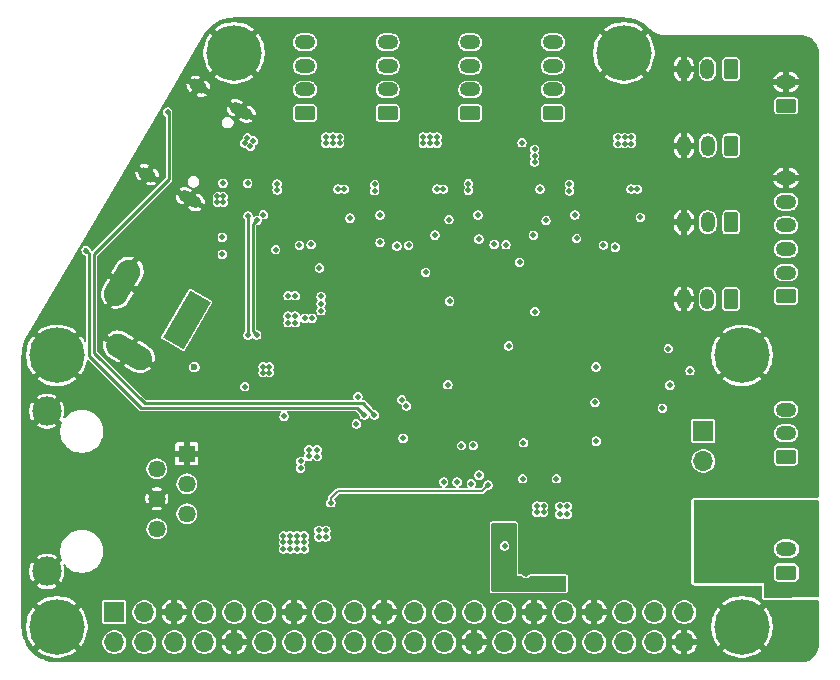
<source format=gbr>
%TF.GenerationSoftware,KiCad,Pcbnew,9.0.0*%
%TF.CreationDate,2025-07-02T21:21:17+02:00*%
%TF.ProjectId,PCK-ST1,50434b2d-5354-4312-9e6b-696361645f70,rev?*%
%TF.SameCoordinates,Original*%
%TF.FileFunction,Copper,L2,Inr*%
%TF.FilePolarity,Positive*%
%FSLAX46Y46*%
G04 Gerber Fmt 4.6, Leading zero omitted, Abs format (unit mm)*
G04 Created by KiCad (PCBNEW 9.0.0) date 2025-07-02 21:21:17*
%MOMM*%
%LPD*%
G01*
G04 APERTURE LIST*
G04 Aperture macros list*
%AMRoundRect*
0 Rectangle with rounded corners*
0 $1 Rounding radius*
0 $2 $3 $4 $5 $6 $7 $8 $9 X,Y pos of 4 corners*
0 Add a 4 corners polygon primitive as box body*
4,1,4,$2,$3,$4,$5,$6,$7,$8,$9,$2,$3,0*
0 Add four circle primitives for the rounded corners*
1,1,$1+$1,$2,$3*
1,1,$1+$1,$4,$5*
1,1,$1+$1,$6,$7*
1,1,$1+$1,$8,$9*
0 Add four rect primitives between the rounded corners*
20,1,$1+$1,$2,$3,$4,$5,0*
20,1,$1+$1,$4,$5,$6,$7,0*
20,1,$1+$1,$6,$7,$8,$9,0*
20,1,$1+$1,$8,$9,$2,$3,0*%
%AMHorizOval*
0 Thick line with rounded ends*
0 $1 width*
0 $2 $3 position (X,Y) of the first rounded end (center of the circle)*
0 $4 $5 position (X,Y) of the second rounded end (center of the circle)*
0 Add line between two ends*
20,1,$1,$2,$3,$4,$5,0*
0 Add two circle primitives to create the rounded ends*
1,1,$1,$2,$3*
1,1,$1,$4,$5*%
%AMRotRect*
0 Rectangle, with rotation*
0 The origin of the aperture is its center*
0 $1 length*
0 $2 width*
0 $3 Rotation angle, in degrees counterclockwise*
0 Add horizontal line*
21,1,$1,$2,0,0,$3*%
G04 Aperture macros list end*
%TA.AperFunction,ComponentPad*%
%ADD10RoundRect,0.250000X0.625000X-0.350000X0.625000X0.350000X-0.625000X0.350000X-0.625000X-0.350000X0*%
%TD*%
%TA.AperFunction,ComponentPad*%
%ADD11O,1.750000X1.200000*%
%TD*%
%TA.AperFunction,ComponentPad*%
%ADD12C,4.700000*%
%TD*%
%TA.AperFunction,ComponentPad*%
%ADD13RoundRect,0.250000X0.350000X0.625000X-0.350000X0.625000X-0.350000X-0.625000X0.350000X-0.625000X0*%
%TD*%
%TA.AperFunction,ComponentPad*%
%ADD14O,1.200000X1.750000*%
%TD*%
%TA.AperFunction,ComponentPad*%
%ADD15R,1.462000X1.462000*%
%TD*%
%TA.AperFunction,ComponentPad*%
%ADD16C,1.462000*%
%TD*%
%TA.AperFunction,ComponentPad*%
%ADD17C,2.475000*%
%TD*%
%TA.AperFunction,ComponentPad*%
%ADD18RotRect,4.600000X2.000000X240.000000*%
%TD*%
%TA.AperFunction,ComponentPad*%
%ADD19HorizOval,2.000000X-0.550000X-0.952628X0.550000X0.952628X0*%
%TD*%
%TA.AperFunction,ComponentPad*%
%ADD20HorizOval,2.000000X-0.952628X0.550000X0.952628X-0.550000X0*%
%TD*%
%TA.AperFunction,ComponentPad*%
%ADD21R,1.700000X1.700000*%
%TD*%
%TA.AperFunction,ComponentPad*%
%ADD22O,1.700000X1.700000*%
%TD*%
%TA.AperFunction,HeatsinkPad*%
%ADD23HorizOval,1.000000X-0.476314X0.275000X0.476314X-0.275000X0*%
%TD*%
%TA.AperFunction,HeatsinkPad*%
%ADD24HorizOval,1.000000X-0.259808X0.150000X0.259808X-0.150000X0*%
%TD*%
%TA.AperFunction,ViaPad*%
%ADD25C,0.500000*%
%TD*%
%TA.AperFunction,ViaPad*%
%ADD26C,0.600000*%
%TD*%
%TA.AperFunction,Conductor*%
%ADD27C,0.250000*%
%TD*%
%TA.AperFunction,Conductor*%
%ADD28C,0.200000*%
%TD*%
G04 APERTURE END LIST*
D10*
%TO.N,/MCU/CAM_SHT*%
%TO.C,J14*%
X182750000Y-106900000D03*
D11*
%TO.N,/MCU/CAM_FCS*%
X182750000Y-104900000D03*
%TO.N,/MCU/CAM_GND*%
X182750000Y-102900000D03*
%TD*%
D12*
%TO.N,GND*%
%TO.C,H5*%
X169000000Y-62900000D03*
%TD*%
%TO.N,GND*%
%TO.C,H4*%
X121000000Y-111500000D03*
%TD*%
D13*
%TO.N,+3V3*%
%TO.C,J11*%
X178098200Y-77250000D03*
D14*
%TO.N,/MCU/EL_LIM*%
X176098200Y-77250000D03*
%TO.N,GND*%
X174098200Y-77250000D03*
%TD*%
D10*
%TO.N,Net-(IC4-AOUT1)*%
%TO.C,J6*%
X163000000Y-68000000D03*
D11*
%TO.N,Net-(IC4-AOUT2)*%
X163000000Y-66000000D03*
%TO.N,Net-(IC4-BOUT2)*%
X163000000Y-64000000D03*
%TO.N,Net-(IC4-BOUT1)*%
X163000000Y-62000000D03*
%TD*%
D15*
%TO.N,GND*%
%TO.C,J2*%
X132000000Y-96850000D03*
D16*
%TO.N,/MCU/CTR_RX*%
X129460000Y-98120000D03*
%TO.N,/MCU/CTR_TX*%
X132000000Y-99390000D03*
%TO.N,GND*%
X129460000Y-100660000D03*
%TO.N,+5V*%
X132000000Y-101930000D03*
X129460000Y-103200000D03*
D17*
%TO.N,GND*%
X120140000Y-93235000D03*
X120140000Y-106805000D03*
%TD*%
D13*
%TO.N,+3V3*%
%TO.C,J10*%
X178098200Y-70750000D03*
D14*
%TO.N,/MCU/RA_LIM*%
X176098200Y-70750000D03*
%TO.N,GND*%
X174098200Y-70750000D03*
%TD*%
D18*
%TO.N,/Power/VIN_DC*%
%TO.C,J8*%
X132000000Y-85500000D03*
D19*
%TO.N,GND*%
X126544040Y-82350000D03*
D20*
X127088526Y-88206922D03*
%TD*%
D10*
%TO.N,Net-(IC2-AOUT1)*%
%TO.C,J4*%
X149000000Y-68000000D03*
D11*
%TO.N,Net-(IC2-AOUT2)*%
X149000000Y-66000000D03*
%TO.N,Net-(IC2-BOUT2)*%
X149000000Y-64000000D03*
%TO.N,Net-(IC2-BOUT1)*%
X149000000Y-62000000D03*
%TD*%
D12*
%TO.N,GND*%
%TO.C,H2*%
X179000000Y-88500000D03*
%TD*%
D10*
%TO.N,Net-(IC3-AOUT1)*%
%TO.C,J5*%
X156000000Y-68000000D03*
D11*
%TO.N,Net-(IC3-AOUT2)*%
X156000000Y-66000000D03*
%TO.N,Net-(IC3-BOUT2)*%
X156000000Y-64000000D03*
%TO.N,Net-(IC3-BOUT1)*%
X156000000Y-62000000D03*
%TD*%
D10*
%TO.N,+3V3*%
%TO.C,J15*%
X182750000Y-97100000D03*
D11*
%TO.N,/MCU/PWR_BTN*%
X182750000Y-95100000D03*
%TO.N,Net-(J15-Pin_3)*%
X182750000Y-93100000D03*
%TD*%
D21*
%TO.N,/MCU/BOOT*%
%TO.C,J16*%
X175717200Y-94914800D03*
D22*
%TO.N,+3V3*%
X175717200Y-97454800D03*
%TD*%
D10*
%TO.N,+12V*%
%TO.C,J17*%
X182753000Y-67360800D03*
D11*
%TO.N,GND*%
X182753000Y-65360800D03*
%TD*%
D13*
%TO.N,+3V3*%
%TO.C,J12*%
X178072800Y-83750000D03*
D14*
%TO.N,/MCU/AZ_LIM*%
X176072800Y-83750000D03*
%TO.N,GND*%
X174072800Y-83750000D03*
%TD*%
D10*
%TO.N,Net-(IC1-AOUT1)*%
%TO.C,J3*%
X142000000Y-68000000D03*
D11*
%TO.N,Net-(IC1-AOUT2)*%
X142000000Y-66000000D03*
%TO.N,Net-(IC1-BOUT2)*%
X142000000Y-64000000D03*
%TO.N,Net-(IC1-BOUT1)*%
X142000000Y-62000000D03*
%TD*%
D12*
%TO.N,GND*%
%TO.C,H3*%
X179000000Y-111500000D03*
%TD*%
D13*
%TO.N,+3V3*%
%TO.C,J9*%
X178079400Y-64250000D03*
D14*
%TO.N,/MCU/DEC_LIM*%
X176079400Y-64250000D03*
%TO.N,GND*%
X174079400Y-64250000D03*
%TD*%
D12*
%TO.N,GND*%
%TO.C,H6*%
X136000000Y-62900000D03*
%TD*%
D23*
%TO.N,GND*%
%TO.C,J7*%
X136599009Y-67811270D03*
D24*
X132979023Y-65721270D03*
D23*
X132279009Y-75293730D03*
D24*
X128659023Y-73203730D03*
%TD*%
D21*
%TO.N,/MCU/RPI_5V*%
%TO.C,J1*%
X125850000Y-110250000D03*
D22*
%TO.N,unconnected-(J1-Pin_2-Pad2)*%
X125850000Y-112790000D03*
%TO.N,/MCU/RPI_5V*%
X128390000Y-110250000D03*
%TO.N,unconnected-(J1-Pin_4-Pad4)*%
X128390000Y-112790000D03*
%TO.N,GND*%
X130930000Y-110250000D03*
%TO.N,unconnected-(J1-Pin_6-Pad6)*%
X130930000Y-112790000D03*
%TO.N,/MCU/RPI_TX0*%
X133470000Y-110250000D03*
%TO.N,unconnected-(J1-Pin_8-Pad8)*%
X133470000Y-112790000D03*
%TO.N,/MCU/RPI_RX0*%
X136010000Y-110250000D03*
%TO.N,GND*%
X136010000Y-112790000D03*
%TO.N,unconnected-(J1-Pin_11-Pad11)*%
X138550000Y-110250000D03*
%TO.N,unconnected-(J1-Pin_12-Pad12)*%
X138550000Y-112790000D03*
%TO.N,GND*%
X141090000Y-110250000D03*
%TO.N,unconnected-(J1-Pin_14-Pad14)*%
X141090000Y-112790000D03*
%TO.N,unconnected-(J1-Pin_15-Pad15)*%
X143630000Y-110250000D03*
%TO.N,unconnected-(J1-Pin_16-Pad16)*%
X143630000Y-112790000D03*
%TO.N,unconnected-(J1-Pin_17-Pad17)*%
X146170000Y-110250000D03*
%TO.N,unconnected-(J1-Pin_18-Pad18)*%
X146170000Y-112790000D03*
%TO.N,GND*%
X148710000Y-110250000D03*
%TO.N,unconnected-(J1-Pin_20-Pad20)*%
X148710000Y-112790000D03*
%TO.N,unconnected-(J1-Pin_21-Pad21)*%
X151250000Y-110250000D03*
%TO.N,unconnected-(J1-Pin_22-Pad22)*%
X151250000Y-112790000D03*
%TO.N,unconnected-(J1-Pin_23-Pad23)*%
X153790000Y-110250000D03*
%TO.N,unconnected-(J1-Pin_24-Pad24)*%
X153790000Y-112790000D03*
%TO.N,unconnected-(J1-Pin_25-Pad25)*%
X156330000Y-110250000D03*
%TO.N,GND*%
X156330000Y-112790000D03*
%TO.N,unconnected-(J1-Pin_27-Pad27)*%
X158870000Y-110250000D03*
%TO.N,unconnected-(J1-Pin_28-Pad28)*%
X158870000Y-112790000D03*
%TO.N,GND*%
X161410000Y-110250000D03*
%TO.N,unconnected-(J1-Pin_30-Pad30)*%
X161410000Y-112790000D03*
%TO.N,unconnected-(J1-Pin_31-Pad31)*%
X163950000Y-110250000D03*
%TO.N,unconnected-(J1-Pin_32-Pad32)*%
X163950000Y-112790000D03*
%TO.N,GND*%
X166490000Y-110250000D03*
%TO.N,unconnected-(J1-Pin_34-Pad34)*%
X166490000Y-112790000D03*
%TO.N,unconnected-(J1-Pin_35-Pad35)*%
X169030000Y-110250000D03*
%TO.N,unconnected-(J1-Pin_36-Pad36)*%
X169030000Y-112790000D03*
%TO.N,unconnected-(J1-Pin_37-Pad37)*%
X171570000Y-110250000D03*
%TO.N,unconnected-(J1-Pin_38-Pad38)*%
X171570000Y-112790000D03*
%TO.N,unconnected-(J1-Pin_39-Pad39)*%
X174110000Y-110250000D03*
%TO.N,GND*%
X174110000Y-112790000D03*
%TD*%
D12*
%TO.N,GND*%
%TO.C,H7*%
X121000000Y-88500000D03*
%TD*%
D10*
%TO.N,/MCU/SCL_MAG*%
%TO.C,J13*%
X182750000Y-83500000D03*
D11*
%TO.N,/MCU/SDA_MAG*%
X182750000Y-81500000D03*
%TO.N,/MCU/RX_GPS*%
X182750000Y-79500000D03*
%TO.N,/MCU/TX_GPS*%
X182750000Y-77500000D03*
%TO.N,+3V3*%
X182750000Y-75500000D03*
%TO.N,GND*%
X182750000Y-73500000D03*
%TD*%
D25*
%TO.N,+12V*%
X169646600Y-70586600D03*
X155831600Y-73964800D03*
X168478200Y-70053200D03*
X169621200Y-74429600D03*
X144932400Y-70027800D03*
X161442400Y-72136000D03*
X169646600Y-70053200D03*
X144348200Y-70561200D03*
X143764000Y-103886000D03*
X161899600Y-74429600D03*
X141935200Y-104902000D03*
X140182600Y-103784400D03*
X140766800Y-103784400D03*
X140766800Y-104343200D03*
X140182600Y-104902000D03*
X140182600Y-104343200D03*
X170154600Y-74429600D03*
X160375600Y-70510400D03*
X143179800Y-103327200D03*
X143764000Y-103327200D03*
X152603200Y-70027800D03*
X139651800Y-74015600D03*
X147906800Y-74041000D03*
X153187400Y-74429600D03*
X152603200Y-70561200D03*
X164391400Y-74599800D03*
X169062400Y-70586600D03*
X139651800Y-74498200D03*
X143764000Y-70027800D03*
X152019000Y-70027800D03*
X168478200Y-70586600D03*
X141351000Y-104902000D03*
X161442400Y-71069200D03*
X141935200Y-104343200D03*
X147906800Y-74574400D03*
X152019000Y-70561200D03*
X169062400Y-70053200D03*
X143179800Y-103886000D03*
X153187400Y-70561200D03*
X164391400Y-74015600D03*
X153720800Y-74429600D03*
X144348200Y-70027800D03*
X140766800Y-104902000D03*
X145338800Y-74429600D03*
X153187400Y-70027800D03*
X144805400Y-74429600D03*
X143764000Y-70561200D03*
X155831600Y-74549000D03*
X141351000Y-103784400D03*
X141351000Y-104343200D03*
X141935200Y-103784400D03*
X161442400Y-71602600D03*
X144932400Y-70561200D03*
%TO.N,/DEC Stepper driver/DVDD*%
X138480800Y-76606400D03*
X142524400Y-79121000D03*
%TO.N,/DEC Stepper driver/M0*%
X143230600Y-81102200D03*
X141528800Y-79197200D03*
%TO.N,/DEC Stepper driver/STEP*%
X154101800Y-91000000D03*
%TO.N,/RA Stepper driver/M0*%
X149783800Y-79248000D03*
X152222200Y-81483200D03*
%TO.N,/RA Stepper driver/DVDD*%
X148361400Y-76629600D03*
X150774400Y-79197200D03*
%TO.N,/EL Stepper driver/STEP*%
X161340800Y-78329600D03*
%TO.N,/EL Stepper driver/M0*%
X160170400Y-80619600D03*
X158025108Y-79113000D03*
%TO.N,/EL Stepper driver/DVDD*%
X156641800Y-76629600D03*
X159024400Y-79146400D03*
%TO.N,/AZ Stepper driver/DVDD*%
X164846000Y-76629600D03*
X167274400Y-79171800D03*
%TO.N,/AZ Stepper driver/STEP*%
X159250000Y-87706200D03*
%TO.N,+3V3*%
X164209000Y-101955600D03*
X166662100Y-95770700D03*
X156718000Y-78663800D03*
X172770800Y-87934800D03*
X174599600Y-89814400D03*
X163574000Y-101955600D03*
X164209000Y-101295200D03*
X163296600Y-98955800D03*
X168275000Y-79349600D03*
X163574000Y-101295200D03*
X154254200Y-83921600D03*
X161467800Y-84810600D03*
X172897800Y-91033600D03*
X150317200Y-95526800D03*
X139522200Y-79552800D03*
X164998400Y-78613000D03*
X148361400Y-78943200D03*
X166649400Y-89486800D03*
%TO.N,/MCU/RPI_RX0*%
X156750000Y-98653600D03*
%TO.N,/MCU/RPI_TX0*%
X156083000Y-99364800D03*
%TO.N,GND*%
X162890200Y-89992200D03*
X168275000Y-77114400D03*
X152222200Y-87172800D03*
X155219400Y-72110600D03*
X143281400Y-79781400D03*
X157302200Y-107594400D03*
X151739600Y-76589000D03*
X142519400Y-89585800D03*
X150239600Y-77089000D03*
X165354000Y-73914000D03*
X141630400Y-81076800D03*
X141224000Y-89585800D03*
X146024600Y-100863400D03*
X160020000Y-77114400D03*
X145516600Y-103733600D03*
X161747200Y-87350600D03*
X139928600Y-101041200D03*
X165049200Y-96469200D03*
X139039600Y-75311000D03*
X147015200Y-72161400D03*
X168275000Y-76614400D03*
X160705800Y-106324400D03*
X136398000Y-86969600D03*
X150190200Y-94538800D03*
X159520000Y-75614400D03*
X150239600Y-76589000D03*
X151739600Y-77089000D03*
X151239600Y-76589000D03*
X140665200Y-89585800D03*
X156718000Y-107594400D03*
X156692600Y-74269600D03*
X142535400Y-76139800D03*
X145389600Y-107145200D03*
X142519400Y-91313000D03*
X168351200Y-100761800D03*
X151739600Y-75589000D03*
X137439400Y-93489000D03*
X170180000Y-103606600D03*
X171653200Y-72161400D03*
X161137600Y-79070200D03*
X130251200Y-77393800D03*
X140868400Y-98501200D03*
X160020000Y-75614400D03*
X140665200Y-91313000D03*
X135636000Y-104292400D03*
X142035400Y-76639800D03*
X171653200Y-71602600D03*
X138785600Y-72288400D03*
X143035400Y-76139800D03*
X140260094Y-74269113D03*
X148717000Y-90627200D03*
X151282400Y-97790000D03*
X166471600Y-101447600D03*
X163525200Y-72136000D03*
X141224000Y-91313000D03*
X141960600Y-89585800D03*
X140817600Y-74269600D03*
X166801800Y-90449400D03*
X146405600Y-84912200D03*
X146151600Y-99390200D03*
X158520000Y-77114400D03*
X147091400Y-82829400D03*
X162788600Y-73304400D03*
X148564600Y-74218800D03*
X159520000Y-77114400D03*
X134264400Y-101193600D03*
X143535400Y-76639800D03*
X159520000Y-76614400D03*
X167275000Y-76114400D03*
X151239600Y-76089000D03*
X141960600Y-91313000D03*
X143035400Y-76639800D03*
X166775000Y-75614400D03*
X118922800Y-97506600D03*
X149961600Y-81991200D03*
X170307000Y-97180400D03*
X168452800Y-83921600D03*
X160705800Y-106984800D03*
X143035400Y-77139800D03*
X167775000Y-76114400D03*
X159520000Y-76114400D03*
X163499800Y-71602600D03*
X160020000Y-76114400D03*
X135077200Y-84759800D03*
X135661400Y-84759800D03*
X167275000Y-75614400D03*
X138811000Y-104978200D03*
X142519400Y-90474800D03*
X150239600Y-75589000D03*
X171653200Y-71043800D03*
X138811000Y-104419400D03*
X168452800Y-82550000D03*
X143535400Y-77139800D03*
X163855400Y-84582000D03*
X147015200Y-70993000D03*
X151155400Y-83388200D03*
X171246800Y-70307200D03*
X171348400Y-78486000D03*
X146202400Y-77876400D03*
X167775000Y-77114400D03*
X167275000Y-77114400D03*
X154025600Y-94996000D03*
X161112200Y-98958400D03*
X176911000Y-92608400D03*
X138277600Y-80111600D03*
X160020000Y-76614400D03*
X166268400Y-93726000D03*
X150739600Y-77089000D03*
X143535400Y-76139800D03*
X143129000Y-98526600D03*
X164490400Y-104444800D03*
X167775000Y-76614400D03*
X168224200Y-104140000D03*
X159020000Y-77114400D03*
X172186600Y-84810600D03*
X169113200Y-96723200D03*
X137490200Y-91694000D03*
X159766000Y-79248000D03*
X155244800Y-87325200D03*
X141960600Y-90449400D03*
X140665200Y-90449400D03*
X144475200Y-91287600D03*
X142035400Y-75639800D03*
X139115800Y-85293200D03*
X142035400Y-76139800D03*
X158520000Y-76114400D03*
D26*
X136982200Y-72745600D03*
D25*
X145211800Y-85471000D03*
X144449800Y-88087200D03*
X142535400Y-76639800D03*
X168503600Y-85750400D03*
X141224000Y-90474800D03*
X164490400Y-106349800D03*
X147015200Y-71577200D03*
X135636000Y-104876600D03*
X138201400Y-84378800D03*
X170662600Y-70307200D03*
X156387800Y-83413600D03*
X145821400Y-80797400D03*
X165150800Y-106984800D03*
X170154600Y-107594400D03*
X150164800Y-62992000D03*
X155219400Y-71551800D03*
X164185600Y-63017400D03*
X159020000Y-76114400D03*
X154914600Y-82550000D03*
X157327600Y-74269600D03*
X158520000Y-75614400D03*
X150739600Y-76589000D03*
X142535400Y-77139800D03*
X137007600Y-103555800D03*
X137515600Y-103555800D03*
X139217400Y-90627200D03*
X142535400Y-75639800D03*
X146735800Y-103733600D03*
X166775000Y-76114400D03*
X139979400Y-99390200D03*
X143035400Y-75639800D03*
X145161000Y-96240600D03*
X151239600Y-75589000D03*
X143103600Y-62992000D03*
X168275000Y-76114400D03*
X169418000Y-94284800D03*
X166775000Y-76614400D03*
X166775000Y-77114400D03*
X149098000Y-74218800D03*
X168275000Y-75614400D03*
X162229800Y-73304400D03*
X130657600Y-76708000D03*
X157175200Y-62966600D03*
X137617200Y-96723200D03*
X145999200Y-97078800D03*
X150239600Y-76089000D03*
X167775000Y-75614400D03*
X154000200Y-73279000D03*
X150739600Y-76089000D03*
X163499800Y-71043800D03*
X169189400Y-88519000D03*
X150739600Y-75589000D03*
X142035400Y-77139800D03*
X153670000Y-103505000D03*
X143535400Y-75639800D03*
X151739600Y-76089000D03*
X159020000Y-75614400D03*
X134264400Y-100609400D03*
X118922800Y-102510400D03*
X151239600Y-77089000D03*
X159842200Y-102235000D03*
X146075400Y-73329800D03*
X138633200Y-90627200D03*
X158520000Y-76614400D03*
X118897400Y-100021200D03*
X167275000Y-76614400D03*
X159020000Y-76614400D03*
X151561800Y-79806800D03*
%TO.N,/MCU/RPI_5V*%
X161620200Y-101269800D03*
X162204400Y-101269800D03*
X161620200Y-101803200D03*
X162204400Y-101803200D03*
%TO.N,/STEP_n_SLEEP*%
X154203400Y-77012800D03*
X162410775Y-77085825D03*
X145808700Y-76898500D03*
X170394867Y-76825360D03*
%TO.N,/MCU/RA_STEP*%
X153009600Y-78329600D03*
%TO.N,/Power/VBUS*%
X137388600Y-70815200D03*
X141173200Y-85191600D03*
X141173200Y-83464400D03*
X135102600Y-75057000D03*
X137134600Y-70078600D03*
X138455400Y-89966800D03*
X140563600Y-85750400D03*
X134594600Y-75057000D03*
X137617200Y-70358000D03*
X141198600Y-85750400D03*
X140563600Y-83464400D03*
X135001000Y-78511400D03*
X135001000Y-79959200D03*
X136906000Y-70535800D03*
X134594600Y-75565000D03*
X138988800Y-89458800D03*
X135102600Y-75565000D03*
X138988800Y-89966800D03*
X138455400Y-89458800D03*
X140563600Y-85191600D03*
%TO.N,Net-(U1-NRST)*%
X172262800Y-92989400D03*
X166547800Y-92500000D03*
%TO.N,/MCU/BOOT*%
X160502600Y-95910400D03*
%TO.N,/Power/LDO_3V3*%
X146481800Y-91998800D03*
X146354800Y-94310200D03*
X140233400Y-93675200D03*
X136904000Y-91158600D03*
%TO.N,+5V*%
X163245800Y-107619800D03*
X158191200Y-103149400D03*
X158851600Y-103149400D03*
X158851600Y-103708200D03*
X163245800Y-108127800D03*
X163753800Y-107619800D03*
X158191200Y-103708200D03*
X163753800Y-108127800D03*
X159512000Y-103149400D03*
%TO.N,/Power/VIN_USB*%
X142316200Y-96494600D03*
X141630400Y-97485200D03*
X143052800Y-96494600D03*
X142011400Y-85369400D03*
X142316200Y-97053400D03*
X141630400Y-98069400D03*
X142595600Y-85369400D03*
X143357600Y-83515200D03*
X143357600Y-84734400D03*
X143357600Y-84124800D03*
X143052800Y-97078800D03*
%TO.N,/Power/CC1*%
X137919400Y-86791800D03*
X137922000Y-77089000D03*
%TO.N,/Power/CC2*%
X137185400Y-86791800D03*
X135051800Y-73939400D03*
X137185400Y-76708000D03*
X137152400Y-73939400D03*
D26*
%TO.N,/Power/VIN_DC*%
X132638800Y-89484200D03*
D25*
%TO.N,/Power/PWR_STATE*%
X157505400Y-99491800D03*
X144195800Y-100990400D03*
%TO.N,/MCU/CTR_TX*%
X150597657Y-92781050D03*
%TO.N,/MCU/CTR_RX*%
X150190200Y-92252800D03*
%TO.N,Net-(D4-A)*%
X147878800Y-93548200D03*
X130365550Y-67898005D03*
%TO.N,Net-(D5-A)*%
X147015200Y-93548200D03*
X123482150Y-79632805D03*
%TO.N,/MCU/RPI_PWR_EN*%
X160426400Y-98958400D03*
X158911800Y-104632000D03*
%TO.N,/MCU/LED1*%
X156250000Y-96139000D03*
%TO.N,/MCU/LED2*%
X154891818Y-99240605D03*
%TO.N,/MCU/LED3*%
X155250000Y-96144200D03*
%TO.N,/MCU/LED4*%
X153746200Y-99237800D03*
%TD*%
D27*
%TO.N,/Power/CC1*%
X137586400Y-86430800D02*
X137586400Y-77424600D01*
X137919400Y-86791800D02*
X137919400Y-86763800D01*
X137586400Y-77424600D02*
X137922000Y-77089000D01*
X137919400Y-86763800D02*
X137586400Y-86430800D01*
%TO.N,/Power/CC2*%
X137185400Y-86791800D02*
X137185400Y-76708000D01*
D28*
%TO.N,/Power/PWR_STATE*%
X144195800Y-100584000D02*
X144780000Y-99999800D01*
X144780000Y-99999800D02*
X156997400Y-99999800D01*
X156997400Y-99999800D02*
X157505400Y-99491800D01*
X144195800Y-100990400D02*
X144195800Y-100584000D01*
D27*
%TO.N,Net-(D4-A)*%
X146893600Y-92563000D02*
X147878800Y-93548200D01*
X128427800Y-92563000D02*
X146893600Y-92563000D01*
X130479800Y-73609200D02*
X124155200Y-79933800D01*
X124155200Y-88290400D02*
X128427800Y-92563000D01*
X124155200Y-79933800D02*
X124155200Y-88290400D01*
X130340150Y-67872605D02*
X130479800Y-68012255D01*
X130479800Y-68012255D02*
X130479800Y-73609200D01*
%TO.N,Net-(D5-A)*%
X123355150Y-79540150D02*
X123723400Y-79908400D01*
X123723400Y-79908400D02*
X123723400Y-88544400D01*
X128143000Y-92964000D02*
X146431000Y-92964000D01*
X123723400Y-88544400D02*
X128143000Y-92964000D01*
X123329750Y-79556605D02*
X123355150Y-79531205D01*
X146431000Y-92964000D02*
X147015200Y-93548200D01*
X123355150Y-79531205D02*
X123355150Y-79540150D01*
%TD*%
%TA.AperFunction,Conductor*%
%TO.N,GND*%
G36*
X169001811Y-59900588D02*
G01*
X169290385Y-59914765D01*
X169297587Y-59915474D01*
X169581580Y-59957602D01*
X169588702Y-59959019D01*
X169867179Y-60028773D01*
X169874129Y-60030881D01*
X169913022Y-60044797D01*
X170144440Y-60127599D01*
X170151142Y-60130375D01*
X170410671Y-60253124D01*
X170417061Y-60256539D01*
X170489455Y-60299930D01*
X170663318Y-60404140D01*
X170669356Y-60408175D01*
X170899946Y-60579192D01*
X170905559Y-60583799D01*
X171111242Y-60770219D01*
X171117069Y-60776128D01*
X171173947Y-60840681D01*
X171173949Y-60840683D01*
X171173952Y-60840686D01*
X171342124Y-60991187D01*
X171526906Y-61120753D01*
X171725708Y-61227569D01*
X171935743Y-61310138D01*
X172154065Y-61367300D01*
X172377613Y-61398255D01*
X172420392Y-61399070D01*
X172420393Y-61399071D01*
X172429420Y-61399243D01*
X172434108Y-61400500D01*
X172495195Y-61400500D01*
X172495926Y-61400513D01*
X172495927Y-61400514D01*
X172556311Y-61401668D01*
X172556311Y-61401667D01*
X172556313Y-61401668D01*
X172556314Y-61401667D01*
X172561134Y-61401127D01*
X172561184Y-61401580D01*
X172570055Y-61400500D01*
X183934108Y-61400500D01*
X183997364Y-61400500D01*
X184002642Y-61400688D01*
X184208118Y-61415385D01*
X184218567Y-61416887D01*
X184274033Y-61428952D01*
X184417296Y-61460117D01*
X184427406Y-61463085D01*
X184617965Y-61534161D01*
X184627556Y-61538541D01*
X184709420Y-61583242D01*
X184806041Y-61636001D01*
X184814924Y-61641709D01*
X184977727Y-61763582D01*
X184985706Y-61770496D01*
X185129503Y-61914293D01*
X185136417Y-61922272D01*
X185258290Y-62085075D01*
X185263998Y-62093958D01*
X185361456Y-62272439D01*
X185365841Y-62282040D01*
X185433631Y-62463792D01*
X185436909Y-62472578D01*
X185439884Y-62482710D01*
X185483112Y-62681432D01*
X185484614Y-62691881D01*
X185499311Y-62897356D01*
X185499500Y-62902636D01*
X185499500Y-100482300D01*
X185477826Y-100534626D01*
X185425500Y-100556300D01*
X174978400Y-100556300D01*
X174956107Y-100560734D01*
X174899764Y-100571941D01*
X174899754Y-100571944D01*
X174847437Y-100593614D01*
X174789139Y-100630245D01*
X174789137Y-100630247D01*
X174736216Y-100704833D01*
X174714544Y-100757154D01*
X174714541Y-100757164D01*
X174698900Y-100835801D01*
X174698900Y-107723598D01*
X174714541Y-107802235D01*
X174714544Y-107802245D01*
X174736214Y-107854562D01*
X174736216Y-107854566D01*
X174736217Y-107854567D01*
X174772845Y-107912861D01*
X174847433Y-107965783D01*
X174899759Y-107987457D01*
X174978400Y-108003100D01*
X180619300Y-108003100D01*
X180671626Y-108024774D01*
X180693300Y-108077100D01*
X180693300Y-108968071D01*
X180693302Y-108969026D01*
X180693304Y-108969576D01*
X180693305Y-108969582D01*
X180709663Y-109049009D01*
X180731808Y-109101137D01*
X180768958Y-109159095D01*
X180844020Y-109211344D01*
X180844025Y-109211346D01*
X180844027Y-109211347D01*
X180896536Y-109232545D01*
X180896539Y-109232546D01*
X180975318Y-109247480D01*
X180975323Y-109247479D01*
X180975324Y-109247480D01*
X185424833Y-109207393D01*
X185477352Y-109228595D01*
X185499497Y-109280723D01*
X185499500Y-109281390D01*
X185499500Y-112997363D01*
X185499311Y-113002643D01*
X185484614Y-113208118D01*
X185483112Y-113218567D01*
X185439884Y-113417289D01*
X185436909Y-113427419D01*
X185434245Y-113434564D01*
X185365842Y-113617957D01*
X185361456Y-113627560D01*
X185263998Y-113806041D01*
X185258290Y-113814924D01*
X185136417Y-113977727D01*
X185129503Y-113985706D01*
X184985706Y-114129503D01*
X184977727Y-114136417D01*
X184814924Y-114258290D01*
X184806041Y-114263998D01*
X184627560Y-114361456D01*
X184617957Y-114365842D01*
X184487109Y-114414646D01*
X184435344Y-114433954D01*
X184427421Y-114436909D01*
X184417289Y-114439884D01*
X184218567Y-114483112D01*
X184208118Y-114484614D01*
X184025297Y-114497690D01*
X184002641Y-114499311D01*
X183997364Y-114499500D01*
X121001946Y-114499500D01*
X120998073Y-114499399D01*
X120690336Y-114483270D01*
X120682633Y-114482460D01*
X120380195Y-114434560D01*
X120372618Y-114432949D01*
X120076852Y-114353698D01*
X120069486Y-114351305D01*
X119783609Y-114241568D01*
X119776539Y-114238420D01*
X119503709Y-114099405D01*
X119497003Y-114095534D01*
X119240192Y-113928759D01*
X119233925Y-113924206D01*
X118995955Y-113731502D01*
X118990199Y-113726319D01*
X118773680Y-113509800D01*
X118768497Y-113504044D01*
X118575793Y-113266074D01*
X118571240Y-113259807D01*
X118544458Y-113218567D01*
X118404465Y-113002996D01*
X118400597Y-112996296D01*
X118261575Y-112723451D01*
X118258435Y-112716399D01*
X118148691Y-112430505D01*
X118146301Y-112423147D01*
X118134597Y-112379466D01*
X118067046Y-112127366D01*
X118065442Y-112119820D01*
X118017538Y-111817364D01*
X118016729Y-111809663D01*
X118000601Y-111501927D01*
X118000500Y-111498054D01*
X118000500Y-111353990D01*
X118400000Y-111353990D01*
X118400000Y-111646009D01*
X118432697Y-111936207D01*
X118497675Y-112220898D01*
X118497680Y-112220914D01*
X118594127Y-112496544D01*
X118720830Y-112759646D01*
X118876200Y-113006916D01*
X118993028Y-113153415D01*
X119884727Y-112261715D01*
X119970278Y-112379466D01*
X120120534Y-112529722D01*
X120238282Y-112615270D01*
X119346583Y-113506969D01*
X119346583Y-113506970D01*
X119493083Y-113623799D01*
X119740353Y-113779169D01*
X120003455Y-113905872D01*
X120279085Y-114002319D01*
X120279101Y-114002324D01*
X120563792Y-114067302D01*
X120853991Y-114100000D01*
X121146009Y-114100000D01*
X121436207Y-114067302D01*
X121720898Y-114002324D01*
X121720914Y-114002319D01*
X121996544Y-113905872D01*
X122259646Y-113779169D01*
X122506916Y-113623799D01*
X122653415Y-113506970D01*
X122653415Y-113506969D01*
X121761717Y-112615271D01*
X121879466Y-112529722D01*
X122029722Y-112379466D01*
X122115271Y-112261717D01*
X123006969Y-113153415D01*
X123006970Y-113153415D01*
X123123799Y-113006916D01*
X123279169Y-112759646D01*
X123312006Y-112691460D01*
X124849500Y-112691460D01*
X124849500Y-112888539D01*
X124887947Y-113081829D01*
X124887950Y-113081839D01*
X124963367Y-113263913D01*
X125072860Y-113427781D01*
X125212218Y-113567139D01*
X125376086Y-113676632D01*
X125506862Y-113730801D01*
X125558165Y-113752051D01*
X125751459Y-113790500D01*
X125751461Y-113790500D01*
X125948539Y-113790500D01*
X125948541Y-113790500D01*
X126141835Y-113752051D01*
X126323914Y-113676632D01*
X126487782Y-113567139D01*
X126627139Y-113427782D01*
X126736632Y-113263914D01*
X126812051Y-113081835D01*
X126850500Y-112888541D01*
X126850500Y-112691460D01*
X127389500Y-112691460D01*
X127389500Y-112888539D01*
X127427947Y-113081829D01*
X127427950Y-113081839D01*
X127503367Y-113263913D01*
X127612860Y-113427781D01*
X127752218Y-113567139D01*
X127916086Y-113676632D01*
X128046862Y-113730801D01*
X128098165Y-113752051D01*
X128291459Y-113790500D01*
X128291461Y-113790500D01*
X128488539Y-113790500D01*
X128488541Y-113790500D01*
X128681835Y-113752051D01*
X128863914Y-113676632D01*
X129027782Y-113567139D01*
X129167139Y-113427782D01*
X129276632Y-113263914D01*
X129352051Y-113081835D01*
X129390500Y-112888541D01*
X129390500Y-112691460D01*
X129929500Y-112691460D01*
X129929500Y-112888539D01*
X129967947Y-113081829D01*
X129967950Y-113081839D01*
X130043367Y-113263913D01*
X130152860Y-113427781D01*
X130292218Y-113567139D01*
X130456086Y-113676632D01*
X130586862Y-113730801D01*
X130638165Y-113752051D01*
X130831459Y-113790500D01*
X130831461Y-113790500D01*
X131028539Y-113790500D01*
X131028541Y-113790500D01*
X131221835Y-113752051D01*
X131403914Y-113676632D01*
X131567782Y-113567139D01*
X131707139Y-113427782D01*
X131816632Y-113263914D01*
X131892051Y-113081835D01*
X131930500Y-112888541D01*
X131930500Y-112691460D01*
X132469500Y-112691460D01*
X132469500Y-112888539D01*
X132507947Y-113081829D01*
X132507950Y-113081839D01*
X132583367Y-113263913D01*
X132692860Y-113427781D01*
X132832218Y-113567139D01*
X132996086Y-113676632D01*
X133126862Y-113730801D01*
X133178165Y-113752051D01*
X133371459Y-113790500D01*
X133371461Y-113790500D01*
X133568539Y-113790500D01*
X133568541Y-113790500D01*
X133761835Y-113752051D01*
X133943914Y-113676632D01*
X134107782Y-113567139D01*
X134247139Y-113427782D01*
X134356632Y-113263914D01*
X134432051Y-113081835D01*
X134470500Y-112888541D01*
X134470500Y-112691459D01*
X134440373Y-112540000D01*
X134935885Y-112540000D01*
X135576988Y-112540000D01*
X135544075Y-112597007D01*
X135510000Y-112724174D01*
X135510000Y-112855826D01*
X135544075Y-112982993D01*
X135576988Y-113040000D01*
X134935885Y-113040000D01*
X134937086Y-113047586D01*
X134937088Y-113047592D01*
X134990588Y-113212249D01*
X135069197Y-113366526D01*
X135069198Y-113366528D01*
X135170964Y-113506597D01*
X135170972Y-113506607D01*
X135293393Y-113629028D01*
X135293402Y-113629035D01*
X135433471Y-113730801D01*
X135433473Y-113730802D01*
X135587750Y-113809411D01*
X135587749Y-113809411D01*
X135752407Y-113862911D01*
X135752413Y-113862913D01*
X135760000Y-113864114D01*
X135760000Y-113223012D01*
X135817007Y-113255925D01*
X135944174Y-113290000D01*
X136075826Y-113290000D01*
X136202993Y-113255925D01*
X136260000Y-113223012D01*
X136260000Y-113864114D01*
X136267586Y-113862913D01*
X136267592Y-113862911D01*
X136432249Y-113809411D01*
X136586526Y-113730802D01*
X136586528Y-113730801D01*
X136726597Y-113629035D01*
X136726607Y-113629028D01*
X136849028Y-113506607D01*
X136849035Y-113506597D01*
X136950801Y-113366528D01*
X136950802Y-113366526D01*
X137029411Y-113212249D01*
X137082911Y-113047592D01*
X137082913Y-113047586D01*
X137084115Y-113040000D01*
X136443012Y-113040000D01*
X136475925Y-112982993D01*
X136510000Y-112855826D01*
X136510000Y-112724174D01*
X136501234Y-112691460D01*
X137549500Y-112691460D01*
X137549500Y-112888539D01*
X137587947Y-113081829D01*
X137587950Y-113081839D01*
X137663367Y-113263913D01*
X137772860Y-113427781D01*
X137912218Y-113567139D01*
X138076086Y-113676632D01*
X138206862Y-113730801D01*
X138258165Y-113752051D01*
X138451459Y-113790500D01*
X138451461Y-113790500D01*
X138648539Y-113790500D01*
X138648541Y-113790500D01*
X138841835Y-113752051D01*
X139023914Y-113676632D01*
X139187782Y-113567139D01*
X139327139Y-113427782D01*
X139436632Y-113263914D01*
X139512051Y-113081835D01*
X139550500Y-112888541D01*
X139550500Y-112691460D01*
X140089500Y-112691460D01*
X140089500Y-112888539D01*
X140127947Y-113081829D01*
X140127950Y-113081839D01*
X140203367Y-113263913D01*
X140312860Y-113427781D01*
X140452218Y-113567139D01*
X140616086Y-113676632D01*
X140746862Y-113730801D01*
X140798165Y-113752051D01*
X140991459Y-113790500D01*
X140991461Y-113790500D01*
X141188539Y-113790500D01*
X141188541Y-113790500D01*
X141381835Y-113752051D01*
X141563914Y-113676632D01*
X141727782Y-113567139D01*
X141867139Y-113427782D01*
X141976632Y-113263914D01*
X142052051Y-113081835D01*
X142090500Y-112888541D01*
X142090500Y-112691460D01*
X142629500Y-112691460D01*
X142629500Y-112888539D01*
X142667947Y-113081829D01*
X142667950Y-113081839D01*
X142743367Y-113263913D01*
X142852860Y-113427781D01*
X142992218Y-113567139D01*
X143156086Y-113676632D01*
X143286862Y-113730801D01*
X143338165Y-113752051D01*
X143531459Y-113790500D01*
X143531461Y-113790500D01*
X143728539Y-113790500D01*
X143728541Y-113790500D01*
X143921835Y-113752051D01*
X144103914Y-113676632D01*
X144267782Y-113567139D01*
X144407139Y-113427782D01*
X144516632Y-113263914D01*
X144592051Y-113081835D01*
X144630500Y-112888541D01*
X144630500Y-112691460D01*
X145169500Y-112691460D01*
X145169500Y-112888539D01*
X145207947Y-113081829D01*
X145207950Y-113081839D01*
X145283367Y-113263913D01*
X145392860Y-113427781D01*
X145532218Y-113567139D01*
X145696086Y-113676632D01*
X145826862Y-113730801D01*
X145878165Y-113752051D01*
X146071459Y-113790500D01*
X146071461Y-113790500D01*
X146268539Y-113790500D01*
X146268541Y-113790500D01*
X146461835Y-113752051D01*
X146643914Y-113676632D01*
X146807782Y-113567139D01*
X146947139Y-113427782D01*
X147056632Y-113263914D01*
X147132051Y-113081835D01*
X147170500Y-112888541D01*
X147170500Y-112691460D01*
X147709500Y-112691460D01*
X147709500Y-112888539D01*
X147747947Y-113081829D01*
X147747950Y-113081839D01*
X147823367Y-113263913D01*
X147932860Y-113427781D01*
X148072218Y-113567139D01*
X148236086Y-113676632D01*
X148366862Y-113730801D01*
X148418165Y-113752051D01*
X148611459Y-113790500D01*
X148611461Y-113790500D01*
X148808539Y-113790500D01*
X148808541Y-113790500D01*
X149001835Y-113752051D01*
X149183914Y-113676632D01*
X149347782Y-113567139D01*
X149487139Y-113427782D01*
X149596632Y-113263914D01*
X149672051Y-113081835D01*
X149710500Y-112888541D01*
X149710500Y-112691460D01*
X150249500Y-112691460D01*
X150249500Y-112888539D01*
X150287947Y-113081829D01*
X150287950Y-113081839D01*
X150363367Y-113263913D01*
X150472860Y-113427781D01*
X150612218Y-113567139D01*
X150776086Y-113676632D01*
X150906862Y-113730801D01*
X150958165Y-113752051D01*
X151151459Y-113790500D01*
X151151461Y-113790500D01*
X151348539Y-113790500D01*
X151348541Y-113790500D01*
X151541835Y-113752051D01*
X151723914Y-113676632D01*
X151887782Y-113567139D01*
X152027139Y-113427782D01*
X152136632Y-113263914D01*
X152212051Y-113081835D01*
X152250500Y-112888541D01*
X152250500Y-112691460D01*
X152789500Y-112691460D01*
X152789500Y-112888539D01*
X152827947Y-113081829D01*
X152827950Y-113081839D01*
X152903367Y-113263913D01*
X153012860Y-113427781D01*
X153152218Y-113567139D01*
X153316086Y-113676632D01*
X153446862Y-113730801D01*
X153498165Y-113752051D01*
X153691459Y-113790500D01*
X153691461Y-113790500D01*
X153888539Y-113790500D01*
X153888541Y-113790500D01*
X154081835Y-113752051D01*
X154263914Y-113676632D01*
X154427782Y-113567139D01*
X154567139Y-113427782D01*
X154676632Y-113263914D01*
X154752051Y-113081835D01*
X154790500Y-112888541D01*
X154790500Y-112691459D01*
X154760373Y-112540000D01*
X155255885Y-112540000D01*
X155896988Y-112540000D01*
X155864075Y-112597007D01*
X155830000Y-112724174D01*
X155830000Y-112855826D01*
X155864075Y-112982993D01*
X155896988Y-113040000D01*
X155255885Y-113040000D01*
X155257086Y-113047586D01*
X155257088Y-113047592D01*
X155310588Y-113212249D01*
X155389197Y-113366526D01*
X155389198Y-113366528D01*
X155490964Y-113506597D01*
X155490972Y-113506607D01*
X155613393Y-113629028D01*
X155613402Y-113629035D01*
X155753471Y-113730801D01*
X155753473Y-113730802D01*
X155907750Y-113809411D01*
X155907749Y-113809411D01*
X156072407Y-113862911D01*
X156072413Y-113862913D01*
X156080000Y-113864114D01*
X156080000Y-113223012D01*
X156137007Y-113255925D01*
X156264174Y-113290000D01*
X156395826Y-113290000D01*
X156522993Y-113255925D01*
X156580000Y-113223012D01*
X156580000Y-113864114D01*
X156587586Y-113862913D01*
X156587592Y-113862911D01*
X156752249Y-113809411D01*
X156906526Y-113730802D01*
X156906528Y-113730801D01*
X157046597Y-113629035D01*
X157046607Y-113629028D01*
X157169028Y-113506607D01*
X157169035Y-113506597D01*
X157270801Y-113366528D01*
X157270802Y-113366526D01*
X157349411Y-113212249D01*
X157402911Y-113047592D01*
X157402913Y-113047586D01*
X157404115Y-113040000D01*
X156763012Y-113040000D01*
X156795925Y-112982993D01*
X156830000Y-112855826D01*
X156830000Y-112724174D01*
X156821234Y-112691460D01*
X157869500Y-112691460D01*
X157869500Y-112888539D01*
X157907947Y-113081829D01*
X157907950Y-113081839D01*
X157983367Y-113263913D01*
X158092860Y-113427781D01*
X158232218Y-113567139D01*
X158396086Y-113676632D01*
X158526862Y-113730801D01*
X158578165Y-113752051D01*
X158771459Y-113790500D01*
X158771461Y-113790500D01*
X158968539Y-113790500D01*
X158968541Y-113790500D01*
X159161835Y-113752051D01*
X159343914Y-113676632D01*
X159507782Y-113567139D01*
X159647139Y-113427782D01*
X159756632Y-113263914D01*
X159832051Y-113081835D01*
X159870500Y-112888541D01*
X159870500Y-112691460D01*
X160409500Y-112691460D01*
X160409500Y-112888539D01*
X160447947Y-113081829D01*
X160447950Y-113081839D01*
X160523367Y-113263913D01*
X160632860Y-113427781D01*
X160772218Y-113567139D01*
X160936086Y-113676632D01*
X161066862Y-113730801D01*
X161118165Y-113752051D01*
X161311459Y-113790500D01*
X161311461Y-113790500D01*
X161508539Y-113790500D01*
X161508541Y-113790500D01*
X161701835Y-113752051D01*
X161883914Y-113676632D01*
X162047782Y-113567139D01*
X162187139Y-113427782D01*
X162296632Y-113263914D01*
X162372051Y-113081835D01*
X162410500Y-112888541D01*
X162410500Y-112691460D01*
X162949500Y-112691460D01*
X162949500Y-112888539D01*
X162987947Y-113081829D01*
X162987950Y-113081839D01*
X163063367Y-113263913D01*
X163172860Y-113427781D01*
X163312218Y-113567139D01*
X163476086Y-113676632D01*
X163606862Y-113730801D01*
X163658165Y-113752051D01*
X163851459Y-113790500D01*
X163851461Y-113790500D01*
X164048539Y-113790500D01*
X164048541Y-113790500D01*
X164241835Y-113752051D01*
X164423914Y-113676632D01*
X164587782Y-113567139D01*
X164727139Y-113427782D01*
X164836632Y-113263914D01*
X164912051Y-113081835D01*
X164950500Y-112888541D01*
X164950500Y-112691460D01*
X165489500Y-112691460D01*
X165489500Y-112888539D01*
X165527947Y-113081829D01*
X165527950Y-113081839D01*
X165603367Y-113263913D01*
X165712860Y-113427781D01*
X165852218Y-113567139D01*
X166016086Y-113676632D01*
X166146862Y-113730801D01*
X166198165Y-113752051D01*
X166391459Y-113790500D01*
X166391461Y-113790500D01*
X166588539Y-113790500D01*
X166588541Y-113790500D01*
X166781835Y-113752051D01*
X166963914Y-113676632D01*
X167127782Y-113567139D01*
X167267139Y-113427782D01*
X167376632Y-113263914D01*
X167452051Y-113081835D01*
X167490500Y-112888541D01*
X167490500Y-112691460D01*
X168029500Y-112691460D01*
X168029500Y-112888539D01*
X168067947Y-113081829D01*
X168067950Y-113081839D01*
X168143367Y-113263913D01*
X168252860Y-113427781D01*
X168392218Y-113567139D01*
X168556086Y-113676632D01*
X168686862Y-113730801D01*
X168738165Y-113752051D01*
X168931459Y-113790500D01*
X168931461Y-113790500D01*
X169128539Y-113790500D01*
X169128541Y-113790500D01*
X169321835Y-113752051D01*
X169503914Y-113676632D01*
X169667782Y-113567139D01*
X169807139Y-113427782D01*
X169916632Y-113263914D01*
X169992051Y-113081835D01*
X170030500Y-112888541D01*
X170030500Y-112691460D01*
X170569500Y-112691460D01*
X170569500Y-112888539D01*
X170607947Y-113081829D01*
X170607950Y-113081839D01*
X170683367Y-113263913D01*
X170792860Y-113427781D01*
X170932218Y-113567139D01*
X171096086Y-113676632D01*
X171226862Y-113730801D01*
X171278165Y-113752051D01*
X171471459Y-113790500D01*
X171471461Y-113790500D01*
X171668539Y-113790500D01*
X171668541Y-113790500D01*
X171861835Y-113752051D01*
X172043914Y-113676632D01*
X172207782Y-113567139D01*
X172347139Y-113427782D01*
X172456632Y-113263914D01*
X172532051Y-113081835D01*
X172570500Y-112888541D01*
X172570500Y-112691459D01*
X172540373Y-112540000D01*
X173035885Y-112540000D01*
X173676988Y-112540000D01*
X173644075Y-112597007D01*
X173610000Y-112724174D01*
X173610000Y-112855826D01*
X173644075Y-112982993D01*
X173676988Y-113040000D01*
X173035885Y-113040000D01*
X173037086Y-113047586D01*
X173037088Y-113047592D01*
X173090588Y-113212249D01*
X173169197Y-113366526D01*
X173169198Y-113366528D01*
X173270964Y-113506597D01*
X173270972Y-113506607D01*
X173393393Y-113629028D01*
X173393402Y-113629035D01*
X173533471Y-113730801D01*
X173533473Y-113730802D01*
X173687750Y-113809411D01*
X173687749Y-113809411D01*
X173852407Y-113862911D01*
X173852413Y-113862913D01*
X173860000Y-113864114D01*
X173860000Y-113223012D01*
X173917007Y-113255925D01*
X174044174Y-113290000D01*
X174175826Y-113290000D01*
X174302993Y-113255925D01*
X174360000Y-113223012D01*
X174360000Y-113864114D01*
X174367586Y-113862913D01*
X174367592Y-113862911D01*
X174532249Y-113809411D01*
X174686526Y-113730802D01*
X174686528Y-113730801D01*
X174826597Y-113629035D01*
X174826607Y-113629028D01*
X174949028Y-113506607D01*
X174949036Y-113506597D01*
X175001371Y-113434564D01*
X175001372Y-113434562D01*
X175050804Y-113366522D01*
X175129411Y-113212249D01*
X175182911Y-113047592D01*
X175182913Y-113047586D01*
X175184115Y-113040000D01*
X174543012Y-113040000D01*
X174575925Y-112982993D01*
X174610000Y-112855826D01*
X174610000Y-112724174D01*
X174575925Y-112597007D01*
X174543012Y-112540000D01*
X175184115Y-112540000D01*
X175182913Y-112532413D01*
X175182911Y-112532407D01*
X175129411Y-112367750D01*
X175050802Y-112213473D01*
X175050801Y-112213471D01*
X174949035Y-112073402D01*
X174949028Y-112073393D01*
X174826607Y-111950972D01*
X174826597Y-111950964D01*
X174686528Y-111849198D01*
X174686526Y-111849197D01*
X174532249Y-111770588D01*
X174532250Y-111770588D01*
X174367586Y-111717086D01*
X174360000Y-111715884D01*
X174360000Y-112356988D01*
X174302993Y-112324075D01*
X174175826Y-112290000D01*
X174044174Y-112290000D01*
X173917007Y-112324075D01*
X173860000Y-112356988D01*
X173860000Y-111715884D01*
X173859999Y-111715884D01*
X173852413Y-111717086D01*
X173687750Y-111770588D01*
X173533473Y-111849197D01*
X173533471Y-111849198D01*
X173393402Y-111950964D01*
X173393393Y-111950972D01*
X173270972Y-112073393D01*
X173270964Y-112073402D01*
X173169198Y-112213471D01*
X173169197Y-112213473D01*
X173090588Y-112367750D01*
X173037088Y-112532407D01*
X173037086Y-112532413D01*
X173035885Y-112540000D01*
X172540373Y-112540000D01*
X172532051Y-112498165D01*
X172456632Y-112316086D01*
X172347139Y-112152218D01*
X172207782Y-112012861D01*
X172115159Y-111950972D01*
X172043913Y-111903367D01*
X171861839Y-111827950D01*
X171861829Y-111827947D01*
X171732388Y-111802200D01*
X171668541Y-111789500D01*
X171471459Y-111789500D01*
X171416662Y-111800399D01*
X171278170Y-111827947D01*
X171278160Y-111827950D01*
X171096086Y-111903367D01*
X170932218Y-112012860D01*
X170932217Y-112012862D01*
X170792862Y-112152217D01*
X170792860Y-112152218D01*
X170683367Y-112316086D01*
X170607950Y-112498160D01*
X170607947Y-112498170D01*
X170569500Y-112691460D01*
X170030500Y-112691460D01*
X170030500Y-112691459D01*
X169992051Y-112498165D01*
X169916632Y-112316086D01*
X169807139Y-112152218D01*
X169667782Y-112012861D01*
X169575159Y-111950972D01*
X169503913Y-111903367D01*
X169321839Y-111827950D01*
X169321829Y-111827947D01*
X169192388Y-111802200D01*
X169128541Y-111789500D01*
X168931459Y-111789500D01*
X168876662Y-111800399D01*
X168738170Y-111827947D01*
X168738160Y-111827950D01*
X168556086Y-111903367D01*
X168392218Y-112012860D01*
X168392217Y-112012862D01*
X168252862Y-112152217D01*
X168252860Y-112152218D01*
X168143367Y-112316086D01*
X168067950Y-112498160D01*
X168067947Y-112498170D01*
X168029500Y-112691460D01*
X167490500Y-112691460D01*
X167490500Y-112691459D01*
X167452051Y-112498165D01*
X167376632Y-112316086D01*
X167267139Y-112152218D01*
X167127782Y-112012861D01*
X167035159Y-111950972D01*
X166963913Y-111903367D01*
X166781839Y-111827950D01*
X166781829Y-111827947D01*
X166652388Y-111802200D01*
X166588541Y-111789500D01*
X166391459Y-111789500D01*
X166336662Y-111800399D01*
X166198170Y-111827947D01*
X166198160Y-111827950D01*
X166016086Y-111903367D01*
X165852218Y-112012860D01*
X165852217Y-112012862D01*
X165712862Y-112152217D01*
X165712860Y-112152218D01*
X165603367Y-112316086D01*
X165527950Y-112498160D01*
X165527947Y-112498170D01*
X165489500Y-112691460D01*
X164950500Y-112691460D01*
X164950500Y-112691459D01*
X164912051Y-112498165D01*
X164836632Y-112316086D01*
X164727139Y-112152218D01*
X164587782Y-112012861D01*
X164495159Y-111950972D01*
X164423913Y-111903367D01*
X164241839Y-111827950D01*
X164241829Y-111827947D01*
X164112388Y-111802200D01*
X164048541Y-111789500D01*
X163851459Y-111789500D01*
X163796662Y-111800399D01*
X163658170Y-111827947D01*
X163658160Y-111827950D01*
X163476086Y-111903367D01*
X163312218Y-112012860D01*
X163312217Y-112012862D01*
X163172862Y-112152217D01*
X163172860Y-112152218D01*
X163063367Y-112316086D01*
X162987950Y-112498160D01*
X162987947Y-112498170D01*
X162949500Y-112691460D01*
X162410500Y-112691460D01*
X162410500Y-112691459D01*
X162372051Y-112498165D01*
X162296632Y-112316086D01*
X162187139Y-112152218D01*
X162047782Y-112012861D01*
X161955159Y-111950972D01*
X161883913Y-111903367D01*
X161701839Y-111827950D01*
X161701829Y-111827947D01*
X161572388Y-111802200D01*
X161508541Y-111789500D01*
X161311459Y-111789500D01*
X161256662Y-111800399D01*
X161118170Y-111827947D01*
X161118160Y-111827950D01*
X160936086Y-111903367D01*
X160772218Y-112012860D01*
X160772217Y-112012862D01*
X160632862Y-112152217D01*
X160632860Y-112152218D01*
X160523367Y-112316086D01*
X160447950Y-112498160D01*
X160447947Y-112498170D01*
X160409500Y-112691460D01*
X159870500Y-112691460D01*
X159870500Y-112691459D01*
X159832051Y-112498165D01*
X159756632Y-112316086D01*
X159647139Y-112152218D01*
X159507782Y-112012861D01*
X159415159Y-111950972D01*
X159343913Y-111903367D01*
X159161839Y-111827950D01*
X159161829Y-111827947D01*
X159032388Y-111802200D01*
X158968541Y-111789500D01*
X158771459Y-111789500D01*
X158716662Y-111800399D01*
X158578170Y-111827947D01*
X158578160Y-111827950D01*
X158396086Y-111903367D01*
X158232218Y-112012860D01*
X158232217Y-112012862D01*
X158092862Y-112152217D01*
X158092860Y-112152218D01*
X157983367Y-112316086D01*
X157907950Y-112498160D01*
X157907947Y-112498170D01*
X157869500Y-112691460D01*
X156821234Y-112691460D01*
X156795925Y-112597007D01*
X156763012Y-112540000D01*
X157404115Y-112540000D01*
X157402913Y-112532413D01*
X157402911Y-112532407D01*
X157349411Y-112367750D01*
X157270802Y-112213473D01*
X157270801Y-112213471D01*
X157169035Y-112073402D01*
X157169028Y-112073393D01*
X157046607Y-111950972D01*
X157046597Y-111950964D01*
X156906528Y-111849198D01*
X156906526Y-111849197D01*
X156752249Y-111770588D01*
X156752250Y-111770588D01*
X156587586Y-111717086D01*
X156580000Y-111715884D01*
X156580000Y-112356988D01*
X156522993Y-112324075D01*
X156395826Y-112290000D01*
X156264174Y-112290000D01*
X156137007Y-112324075D01*
X156080000Y-112356988D01*
X156080000Y-111715884D01*
X156079999Y-111715884D01*
X156072413Y-111717086D01*
X155907750Y-111770588D01*
X155753473Y-111849197D01*
X155753471Y-111849198D01*
X155613402Y-111950964D01*
X155613393Y-111950972D01*
X155490972Y-112073393D01*
X155490964Y-112073402D01*
X155389198Y-112213471D01*
X155389197Y-112213473D01*
X155310588Y-112367750D01*
X155257088Y-112532407D01*
X155257086Y-112532413D01*
X155255885Y-112540000D01*
X154760373Y-112540000D01*
X154752051Y-112498165D01*
X154676632Y-112316086D01*
X154567139Y-112152218D01*
X154427782Y-112012861D01*
X154335159Y-111950972D01*
X154263913Y-111903367D01*
X154081839Y-111827950D01*
X154081829Y-111827947D01*
X153952388Y-111802200D01*
X153888541Y-111789500D01*
X153691459Y-111789500D01*
X153636662Y-111800399D01*
X153498170Y-111827947D01*
X153498160Y-111827950D01*
X153316086Y-111903367D01*
X153152218Y-112012860D01*
X153152217Y-112012862D01*
X153012862Y-112152217D01*
X153012860Y-112152218D01*
X152903367Y-112316086D01*
X152827950Y-112498160D01*
X152827947Y-112498170D01*
X152789500Y-112691460D01*
X152250500Y-112691460D01*
X152250500Y-112691459D01*
X152212051Y-112498165D01*
X152136632Y-112316086D01*
X152027139Y-112152218D01*
X151887782Y-112012861D01*
X151795159Y-111950972D01*
X151723913Y-111903367D01*
X151541839Y-111827950D01*
X151541829Y-111827947D01*
X151412388Y-111802200D01*
X151348541Y-111789500D01*
X151151459Y-111789500D01*
X151096662Y-111800399D01*
X150958170Y-111827947D01*
X150958160Y-111827950D01*
X150776086Y-111903367D01*
X150612218Y-112012860D01*
X150612217Y-112012862D01*
X150472862Y-112152217D01*
X150472860Y-112152218D01*
X150363367Y-112316086D01*
X150287950Y-112498160D01*
X150287947Y-112498170D01*
X150249500Y-112691460D01*
X149710500Y-112691460D01*
X149710500Y-112691459D01*
X149672051Y-112498165D01*
X149596632Y-112316086D01*
X149487139Y-112152218D01*
X149347782Y-112012861D01*
X149255159Y-111950972D01*
X149183913Y-111903367D01*
X149001839Y-111827950D01*
X149001829Y-111827947D01*
X148872388Y-111802200D01*
X148808541Y-111789500D01*
X148611459Y-111789500D01*
X148556662Y-111800399D01*
X148418170Y-111827947D01*
X148418160Y-111827950D01*
X148236086Y-111903367D01*
X148072218Y-112012860D01*
X148072217Y-112012862D01*
X147932862Y-112152217D01*
X147932860Y-112152218D01*
X147823367Y-112316086D01*
X147747950Y-112498160D01*
X147747947Y-112498170D01*
X147709500Y-112691460D01*
X147170500Y-112691460D01*
X147170500Y-112691459D01*
X147132051Y-112498165D01*
X147056632Y-112316086D01*
X146947139Y-112152218D01*
X146807782Y-112012861D01*
X146715159Y-111950972D01*
X146643913Y-111903367D01*
X146461839Y-111827950D01*
X146461829Y-111827947D01*
X146332388Y-111802200D01*
X146268541Y-111789500D01*
X146071459Y-111789500D01*
X146016662Y-111800399D01*
X145878170Y-111827947D01*
X145878160Y-111827950D01*
X145696086Y-111903367D01*
X145532218Y-112012860D01*
X145532217Y-112012862D01*
X145392862Y-112152217D01*
X145392860Y-112152218D01*
X145283367Y-112316086D01*
X145207950Y-112498160D01*
X145207947Y-112498170D01*
X145169500Y-112691460D01*
X144630500Y-112691460D01*
X144630500Y-112691459D01*
X144592051Y-112498165D01*
X144516632Y-112316086D01*
X144407139Y-112152218D01*
X144267782Y-112012861D01*
X144175159Y-111950972D01*
X144103913Y-111903367D01*
X143921839Y-111827950D01*
X143921829Y-111827947D01*
X143792388Y-111802200D01*
X143728541Y-111789500D01*
X143531459Y-111789500D01*
X143476662Y-111800399D01*
X143338170Y-111827947D01*
X143338160Y-111827950D01*
X143156086Y-111903367D01*
X142992218Y-112012860D01*
X142992217Y-112012862D01*
X142852862Y-112152217D01*
X142852860Y-112152218D01*
X142743367Y-112316086D01*
X142667950Y-112498160D01*
X142667947Y-112498170D01*
X142629500Y-112691460D01*
X142090500Y-112691460D01*
X142090500Y-112691459D01*
X142052051Y-112498165D01*
X141976632Y-112316086D01*
X141867139Y-112152218D01*
X141727782Y-112012861D01*
X141635159Y-111950972D01*
X141563913Y-111903367D01*
X141381839Y-111827950D01*
X141381829Y-111827947D01*
X141252388Y-111802200D01*
X141188541Y-111789500D01*
X140991459Y-111789500D01*
X140936662Y-111800399D01*
X140798170Y-111827947D01*
X140798160Y-111827950D01*
X140616086Y-111903367D01*
X140452218Y-112012860D01*
X140452217Y-112012862D01*
X140312862Y-112152217D01*
X140312860Y-112152218D01*
X140203367Y-112316086D01*
X140127950Y-112498160D01*
X140127947Y-112498170D01*
X140089500Y-112691460D01*
X139550500Y-112691460D01*
X139550500Y-112691459D01*
X139512051Y-112498165D01*
X139436632Y-112316086D01*
X139327139Y-112152218D01*
X139187782Y-112012861D01*
X139095159Y-111950972D01*
X139023913Y-111903367D01*
X138841839Y-111827950D01*
X138841829Y-111827947D01*
X138712388Y-111802200D01*
X138648541Y-111789500D01*
X138451459Y-111789500D01*
X138396662Y-111800399D01*
X138258170Y-111827947D01*
X138258160Y-111827950D01*
X138076086Y-111903367D01*
X137912218Y-112012860D01*
X137912217Y-112012862D01*
X137772862Y-112152217D01*
X137772860Y-112152218D01*
X137663367Y-112316086D01*
X137587950Y-112498160D01*
X137587947Y-112498170D01*
X137549500Y-112691460D01*
X136501234Y-112691460D01*
X136475925Y-112597007D01*
X136443012Y-112540000D01*
X137084115Y-112540000D01*
X137082913Y-112532413D01*
X137082911Y-112532407D01*
X137029411Y-112367750D01*
X136950802Y-112213473D01*
X136950801Y-112213471D01*
X136849035Y-112073402D01*
X136849028Y-112073393D01*
X136726607Y-111950972D01*
X136726597Y-111950964D01*
X136586528Y-111849198D01*
X136586526Y-111849197D01*
X136432249Y-111770588D01*
X136432250Y-111770588D01*
X136267586Y-111717086D01*
X136260000Y-111715884D01*
X136260000Y-112356988D01*
X136202993Y-112324075D01*
X136075826Y-112290000D01*
X135944174Y-112290000D01*
X135817007Y-112324075D01*
X135760000Y-112356988D01*
X135760000Y-111715884D01*
X135759999Y-111715884D01*
X135752413Y-111717086D01*
X135587750Y-111770588D01*
X135433473Y-111849197D01*
X135433471Y-111849198D01*
X135293402Y-111950964D01*
X135293393Y-111950972D01*
X135170972Y-112073393D01*
X135170964Y-112073402D01*
X135069198Y-112213471D01*
X135069197Y-112213473D01*
X134990588Y-112367750D01*
X134937088Y-112532407D01*
X134937086Y-112532413D01*
X134935885Y-112540000D01*
X134440373Y-112540000D01*
X134432051Y-112498165D01*
X134356632Y-112316086D01*
X134247139Y-112152218D01*
X134107782Y-112012861D01*
X134015159Y-111950972D01*
X133943913Y-111903367D01*
X133761839Y-111827950D01*
X133761829Y-111827947D01*
X133632388Y-111802200D01*
X133568541Y-111789500D01*
X133371459Y-111789500D01*
X133316662Y-111800399D01*
X133178170Y-111827947D01*
X133178160Y-111827950D01*
X132996086Y-111903367D01*
X132832218Y-112012860D01*
X132832217Y-112012862D01*
X132692862Y-112152217D01*
X132692860Y-112152218D01*
X132583367Y-112316086D01*
X132507950Y-112498160D01*
X132507947Y-112498170D01*
X132469500Y-112691460D01*
X131930500Y-112691460D01*
X131930500Y-112691459D01*
X131892051Y-112498165D01*
X131816632Y-112316086D01*
X131707139Y-112152218D01*
X131567782Y-112012861D01*
X131475159Y-111950972D01*
X131403913Y-111903367D01*
X131221839Y-111827950D01*
X131221829Y-111827947D01*
X131092388Y-111802200D01*
X131028541Y-111789500D01*
X130831459Y-111789500D01*
X130776662Y-111800399D01*
X130638170Y-111827947D01*
X130638160Y-111827950D01*
X130456086Y-111903367D01*
X130292218Y-112012860D01*
X130292217Y-112012862D01*
X130152862Y-112152217D01*
X130152860Y-112152218D01*
X130043367Y-112316086D01*
X129967950Y-112498160D01*
X129967947Y-112498170D01*
X129929500Y-112691460D01*
X129390500Y-112691460D01*
X129390500Y-112691459D01*
X129352051Y-112498165D01*
X129276632Y-112316086D01*
X129167139Y-112152218D01*
X129027782Y-112012861D01*
X128935159Y-111950972D01*
X128863913Y-111903367D01*
X128681839Y-111827950D01*
X128681829Y-111827947D01*
X128552388Y-111802200D01*
X128488541Y-111789500D01*
X128291459Y-111789500D01*
X128236662Y-111800399D01*
X128098170Y-111827947D01*
X128098160Y-111827950D01*
X127916086Y-111903367D01*
X127752218Y-112012860D01*
X127752217Y-112012862D01*
X127612862Y-112152217D01*
X127612860Y-112152218D01*
X127503367Y-112316086D01*
X127427950Y-112498160D01*
X127427947Y-112498170D01*
X127389500Y-112691460D01*
X126850500Y-112691460D01*
X126850500Y-112691459D01*
X126812051Y-112498165D01*
X126736632Y-112316086D01*
X126627139Y-112152218D01*
X126487782Y-112012861D01*
X126395159Y-111950972D01*
X126323913Y-111903367D01*
X126141839Y-111827950D01*
X126141829Y-111827947D01*
X126012388Y-111802200D01*
X125948541Y-111789500D01*
X125751459Y-111789500D01*
X125696662Y-111800399D01*
X125558170Y-111827947D01*
X125558160Y-111827950D01*
X125376086Y-111903367D01*
X125212218Y-112012860D01*
X125212217Y-112012862D01*
X125072862Y-112152217D01*
X125072860Y-112152218D01*
X124963367Y-112316086D01*
X124887950Y-112498160D01*
X124887947Y-112498170D01*
X124849500Y-112691460D01*
X123312006Y-112691460D01*
X123329219Y-112655717D01*
X123405872Y-112496544D01*
X123502319Y-112220914D01*
X123502324Y-112220898D01*
X123567302Y-111936207D01*
X123600000Y-111646009D01*
X123600000Y-111353990D01*
X176400000Y-111353990D01*
X176400000Y-111646009D01*
X176432697Y-111936207D01*
X176497675Y-112220898D01*
X176497680Y-112220914D01*
X176594127Y-112496544D01*
X176720830Y-112759646D01*
X176876200Y-113006916D01*
X176993028Y-113153415D01*
X177884727Y-112261715D01*
X177970278Y-112379466D01*
X178120534Y-112529722D01*
X178238282Y-112615270D01*
X177346583Y-113506969D01*
X177346583Y-113506970D01*
X177493083Y-113623799D01*
X177740353Y-113779169D01*
X178003455Y-113905872D01*
X178279085Y-114002319D01*
X178279101Y-114002324D01*
X178563792Y-114067302D01*
X178853991Y-114100000D01*
X179146009Y-114100000D01*
X179436207Y-114067302D01*
X179720898Y-114002324D01*
X179720914Y-114002319D01*
X179996544Y-113905872D01*
X180259646Y-113779169D01*
X180506916Y-113623799D01*
X180653415Y-113506970D01*
X180653415Y-113506969D01*
X179761717Y-112615271D01*
X179879466Y-112529722D01*
X180029722Y-112379466D01*
X180115271Y-112261717D01*
X181006969Y-113153415D01*
X181006970Y-113153415D01*
X181123799Y-113006916D01*
X181279169Y-112759646D01*
X181405872Y-112496544D01*
X181502319Y-112220914D01*
X181502324Y-112220898D01*
X181567302Y-111936207D01*
X181600000Y-111646009D01*
X181600000Y-111353990D01*
X181567302Y-111063792D01*
X181502324Y-110779101D01*
X181502319Y-110779085D01*
X181405872Y-110503455D01*
X181279169Y-110240353D01*
X181123799Y-109993083D01*
X181006969Y-109846583D01*
X180115270Y-110738282D01*
X180029722Y-110620534D01*
X179879466Y-110470278D01*
X179761715Y-110384727D01*
X180653415Y-109493028D01*
X180506916Y-109376200D01*
X180259646Y-109220830D01*
X179996544Y-109094127D01*
X179720914Y-108997680D01*
X179720898Y-108997675D01*
X179436207Y-108932697D01*
X179146009Y-108900000D01*
X178853991Y-108900000D01*
X178563792Y-108932697D01*
X178279101Y-108997675D01*
X178279085Y-108997680D01*
X178003455Y-109094127D01*
X177740353Y-109220830D01*
X177493083Y-109376200D01*
X177346583Y-109493028D01*
X178238283Y-110384728D01*
X178120534Y-110470278D01*
X177970278Y-110620534D01*
X177884728Y-110738283D01*
X176993028Y-109846583D01*
X176876200Y-109993083D01*
X176720830Y-110240353D01*
X176594127Y-110503455D01*
X176497680Y-110779085D01*
X176497675Y-110779101D01*
X176432697Y-111063792D01*
X176400000Y-111353990D01*
X123600000Y-111353990D01*
X123567302Y-111063792D01*
X123502324Y-110779101D01*
X123502319Y-110779085D01*
X123405872Y-110503455D01*
X123279169Y-110240353D01*
X123123799Y-109993083D01*
X123006969Y-109846583D01*
X122115270Y-110738281D01*
X122029722Y-110620534D01*
X121879466Y-110470278D01*
X121761715Y-110384727D01*
X122653415Y-109493028D01*
X122586166Y-109439400D01*
X122518177Y-109385180D01*
X124849500Y-109385180D01*
X124849500Y-111114820D01*
X124858233Y-111158722D01*
X124891496Y-111208504D01*
X124941278Y-111241767D01*
X124985180Y-111250500D01*
X124985181Y-111250500D01*
X126714819Y-111250500D01*
X126714820Y-111250500D01*
X126758722Y-111241767D01*
X126808504Y-111208504D01*
X126841767Y-111158722D01*
X126850500Y-111114820D01*
X126850500Y-110151460D01*
X127389500Y-110151460D01*
X127389500Y-110348539D01*
X127427947Y-110541829D01*
X127427950Y-110541839D01*
X127503367Y-110723913D01*
X127612860Y-110887781D01*
X127752218Y-111027139D01*
X127916086Y-111136632D01*
X128046862Y-111190801D01*
X128098165Y-111212051D01*
X128291459Y-111250500D01*
X128291461Y-111250500D01*
X128488539Y-111250500D01*
X128488541Y-111250500D01*
X128681835Y-111212051D01*
X128863914Y-111136632D01*
X129027782Y-111027139D01*
X129167139Y-110887782D01*
X129276632Y-110723914D01*
X129352051Y-110541835D01*
X129390500Y-110348541D01*
X129390500Y-110151459D01*
X129360373Y-110000000D01*
X129855885Y-110000000D01*
X130496988Y-110000000D01*
X130464075Y-110057007D01*
X130430000Y-110184174D01*
X130430000Y-110315826D01*
X130464075Y-110442993D01*
X130496988Y-110500000D01*
X129855885Y-110500000D01*
X129857086Y-110507586D01*
X129857088Y-110507592D01*
X129910588Y-110672249D01*
X129989197Y-110826526D01*
X129989198Y-110826528D01*
X130090964Y-110966597D01*
X130090972Y-110966607D01*
X130213393Y-111089028D01*
X130213402Y-111089035D01*
X130353471Y-111190801D01*
X130353473Y-111190802D01*
X130507750Y-111269411D01*
X130507749Y-111269411D01*
X130672407Y-111322911D01*
X130672413Y-111322913D01*
X130680000Y-111324114D01*
X130680000Y-110683012D01*
X130737007Y-110715925D01*
X130864174Y-110750000D01*
X130995826Y-110750000D01*
X131122993Y-110715925D01*
X131180000Y-110683012D01*
X131180000Y-111324114D01*
X131187586Y-111322913D01*
X131187592Y-111322911D01*
X131352249Y-111269411D01*
X131506526Y-111190802D01*
X131506528Y-111190801D01*
X131646597Y-111089035D01*
X131646607Y-111089028D01*
X131769028Y-110966607D01*
X131769035Y-110966597D01*
X131870801Y-110826528D01*
X131870802Y-110826526D01*
X131949411Y-110672249D01*
X132002911Y-110507592D01*
X132002913Y-110507586D01*
X132004115Y-110500000D01*
X131363012Y-110500000D01*
X131395925Y-110442993D01*
X131430000Y-110315826D01*
X131430000Y-110184174D01*
X131421234Y-110151460D01*
X132469500Y-110151460D01*
X132469500Y-110348539D01*
X132507947Y-110541829D01*
X132507950Y-110541839D01*
X132583367Y-110723913D01*
X132692860Y-110887781D01*
X132832218Y-111027139D01*
X132996086Y-111136632D01*
X133126862Y-111190801D01*
X133178165Y-111212051D01*
X133371459Y-111250500D01*
X133371461Y-111250500D01*
X133568539Y-111250500D01*
X133568541Y-111250500D01*
X133761835Y-111212051D01*
X133943914Y-111136632D01*
X134107782Y-111027139D01*
X134247139Y-110887782D01*
X134356632Y-110723914D01*
X134432051Y-110541835D01*
X134470500Y-110348541D01*
X134470500Y-110151460D01*
X135009500Y-110151460D01*
X135009500Y-110348539D01*
X135047947Y-110541829D01*
X135047950Y-110541839D01*
X135123367Y-110723913D01*
X135232860Y-110887781D01*
X135372218Y-111027139D01*
X135536086Y-111136632D01*
X135666862Y-111190801D01*
X135718165Y-111212051D01*
X135911459Y-111250500D01*
X135911461Y-111250500D01*
X136108539Y-111250500D01*
X136108541Y-111250500D01*
X136301835Y-111212051D01*
X136483914Y-111136632D01*
X136647782Y-111027139D01*
X136787139Y-110887782D01*
X136896632Y-110723914D01*
X136972051Y-110541835D01*
X137010500Y-110348541D01*
X137010500Y-110151460D01*
X137549500Y-110151460D01*
X137549500Y-110348539D01*
X137587947Y-110541829D01*
X137587950Y-110541839D01*
X137663367Y-110723913D01*
X137772860Y-110887781D01*
X137912218Y-111027139D01*
X138076086Y-111136632D01*
X138206862Y-111190801D01*
X138258165Y-111212051D01*
X138451459Y-111250500D01*
X138451461Y-111250500D01*
X138648539Y-111250500D01*
X138648541Y-111250500D01*
X138841835Y-111212051D01*
X139023914Y-111136632D01*
X139187782Y-111027139D01*
X139327139Y-110887782D01*
X139436632Y-110723914D01*
X139512051Y-110541835D01*
X139550500Y-110348541D01*
X139550500Y-110151459D01*
X139520373Y-110000000D01*
X140015885Y-110000000D01*
X140656988Y-110000000D01*
X140624075Y-110057007D01*
X140590000Y-110184174D01*
X140590000Y-110315826D01*
X140624075Y-110442993D01*
X140656988Y-110500000D01*
X140015885Y-110500000D01*
X140017086Y-110507586D01*
X140017088Y-110507592D01*
X140070588Y-110672249D01*
X140149197Y-110826526D01*
X140149198Y-110826528D01*
X140250964Y-110966597D01*
X140250972Y-110966607D01*
X140373393Y-111089028D01*
X140373402Y-111089035D01*
X140513471Y-111190801D01*
X140513473Y-111190802D01*
X140667750Y-111269411D01*
X140667749Y-111269411D01*
X140832407Y-111322911D01*
X140832413Y-111322913D01*
X140840000Y-111324114D01*
X140840000Y-110683012D01*
X140897007Y-110715925D01*
X141024174Y-110750000D01*
X141155826Y-110750000D01*
X141282993Y-110715925D01*
X141340000Y-110683012D01*
X141340000Y-111324114D01*
X141347586Y-111322913D01*
X141347592Y-111322911D01*
X141512249Y-111269411D01*
X141666526Y-111190802D01*
X141666528Y-111190801D01*
X141806597Y-111089035D01*
X141806607Y-111089028D01*
X141929028Y-110966607D01*
X141929035Y-110966597D01*
X142030801Y-110826528D01*
X142030802Y-110826526D01*
X142109411Y-110672249D01*
X142162911Y-110507592D01*
X142162913Y-110507586D01*
X142164115Y-110500000D01*
X141523012Y-110500000D01*
X141555925Y-110442993D01*
X141590000Y-110315826D01*
X141590000Y-110184174D01*
X141581234Y-110151460D01*
X142629500Y-110151460D01*
X142629500Y-110348539D01*
X142667947Y-110541829D01*
X142667950Y-110541839D01*
X142743367Y-110723913D01*
X142852860Y-110887781D01*
X142992218Y-111027139D01*
X143156086Y-111136632D01*
X143286862Y-111190801D01*
X143338165Y-111212051D01*
X143531459Y-111250500D01*
X143531461Y-111250500D01*
X143728539Y-111250500D01*
X143728541Y-111250500D01*
X143921835Y-111212051D01*
X144103914Y-111136632D01*
X144267782Y-111027139D01*
X144407139Y-110887782D01*
X144516632Y-110723914D01*
X144592051Y-110541835D01*
X144630500Y-110348541D01*
X144630500Y-110151460D01*
X145169500Y-110151460D01*
X145169500Y-110348539D01*
X145207947Y-110541829D01*
X145207950Y-110541839D01*
X145283367Y-110723913D01*
X145392860Y-110887781D01*
X145532218Y-111027139D01*
X145696086Y-111136632D01*
X145826862Y-111190801D01*
X145878165Y-111212051D01*
X146071459Y-111250500D01*
X146071461Y-111250500D01*
X146268539Y-111250500D01*
X146268541Y-111250500D01*
X146461835Y-111212051D01*
X146643914Y-111136632D01*
X146807782Y-111027139D01*
X146947139Y-110887782D01*
X147056632Y-110723914D01*
X147132051Y-110541835D01*
X147170500Y-110348541D01*
X147170500Y-110151459D01*
X147140373Y-110000000D01*
X147635885Y-110000000D01*
X148276988Y-110000000D01*
X148244075Y-110057007D01*
X148210000Y-110184174D01*
X148210000Y-110315826D01*
X148244075Y-110442993D01*
X148276988Y-110500000D01*
X147635885Y-110500000D01*
X147637086Y-110507586D01*
X147637088Y-110507592D01*
X147690588Y-110672249D01*
X147769197Y-110826526D01*
X147769198Y-110826528D01*
X147870964Y-110966597D01*
X147870972Y-110966607D01*
X147993393Y-111089028D01*
X147993402Y-111089035D01*
X148133471Y-111190801D01*
X148133473Y-111190802D01*
X148287750Y-111269411D01*
X148287749Y-111269411D01*
X148452407Y-111322911D01*
X148452413Y-111322913D01*
X148460000Y-111324114D01*
X148460000Y-110683012D01*
X148517007Y-110715925D01*
X148644174Y-110750000D01*
X148775826Y-110750000D01*
X148902993Y-110715925D01*
X148960000Y-110683012D01*
X148960000Y-111324114D01*
X148967586Y-111322913D01*
X148967592Y-111322911D01*
X149132249Y-111269411D01*
X149286526Y-111190802D01*
X149286528Y-111190801D01*
X149426597Y-111089035D01*
X149426607Y-111089028D01*
X149549028Y-110966607D01*
X149549035Y-110966597D01*
X149650801Y-110826528D01*
X149650802Y-110826526D01*
X149729411Y-110672249D01*
X149782911Y-110507592D01*
X149782913Y-110507586D01*
X149784115Y-110500000D01*
X149143012Y-110500000D01*
X149175925Y-110442993D01*
X149210000Y-110315826D01*
X149210000Y-110184174D01*
X149201234Y-110151460D01*
X150249500Y-110151460D01*
X150249500Y-110348539D01*
X150287947Y-110541829D01*
X150287950Y-110541839D01*
X150363367Y-110723913D01*
X150472860Y-110887781D01*
X150612218Y-111027139D01*
X150776086Y-111136632D01*
X150906862Y-111190801D01*
X150958165Y-111212051D01*
X151151459Y-111250500D01*
X151151461Y-111250500D01*
X151348539Y-111250500D01*
X151348541Y-111250500D01*
X151541835Y-111212051D01*
X151723914Y-111136632D01*
X151887782Y-111027139D01*
X152027139Y-110887782D01*
X152136632Y-110723914D01*
X152212051Y-110541835D01*
X152250500Y-110348541D01*
X152250500Y-110151460D01*
X152789500Y-110151460D01*
X152789500Y-110348539D01*
X152827947Y-110541829D01*
X152827950Y-110541839D01*
X152903367Y-110723913D01*
X153012860Y-110887781D01*
X153152218Y-111027139D01*
X153316086Y-111136632D01*
X153446862Y-111190801D01*
X153498165Y-111212051D01*
X153691459Y-111250500D01*
X153691461Y-111250500D01*
X153888539Y-111250500D01*
X153888541Y-111250500D01*
X154081835Y-111212051D01*
X154263914Y-111136632D01*
X154427782Y-111027139D01*
X154567139Y-110887782D01*
X154676632Y-110723914D01*
X154752051Y-110541835D01*
X154790500Y-110348541D01*
X154790500Y-110151460D01*
X155329500Y-110151460D01*
X155329500Y-110348539D01*
X155367947Y-110541829D01*
X155367950Y-110541839D01*
X155443367Y-110723913D01*
X155552860Y-110887781D01*
X155692218Y-111027139D01*
X155856086Y-111136632D01*
X155986862Y-111190801D01*
X156038165Y-111212051D01*
X156231459Y-111250500D01*
X156231461Y-111250500D01*
X156428539Y-111250500D01*
X156428541Y-111250500D01*
X156621835Y-111212051D01*
X156803914Y-111136632D01*
X156967782Y-111027139D01*
X157107139Y-110887782D01*
X157216632Y-110723914D01*
X157292051Y-110541835D01*
X157330500Y-110348541D01*
X157330500Y-110151460D01*
X157869500Y-110151460D01*
X157869500Y-110348539D01*
X157907947Y-110541829D01*
X157907950Y-110541839D01*
X157983367Y-110723913D01*
X158092860Y-110887781D01*
X158232218Y-111027139D01*
X158396086Y-111136632D01*
X158526862Y-111190801D01*
X158578165Y-111212051D01*
X158771459Y-111250500D01*
X158771461Y-111250500D01*
X158968539Y-111250500D01*
X158968541Y-111250500D01*
X159161835Y-111212051D01*
X159343914Y-111136632D01*
X159507782Y-111027139D01*
X159647139Y-110887782D01*
X159756632Y-110723914D01*
X159832051Y-110541835D01*
X159870500Y-110348541D01*
X159870500Y-110151459D01*
X159840373Y-110000000D01*
X160335885Y-110000000D01*
X160976988Y-110000000D01*
X160944075Y-110057007D01*
X160910000Y-110184174D01*
X160910000Y-110315826D01*
X160944075Y-110442993D01*
X160976988Y-110500000D01*
X160335885Y-110500000D01*
X160337086Y-110507586D01*
X160337088Y-110507592D01*
X160390588Y-110672249D01*
X160469197Y-110826526D01*
X160469198Y-110826528D01*
X160570964Y-110966597D01*
X160570972Y-110966607D01*
X160693393Y-111089028D01*
X160693402Y-111089035D01*
X160833471Y-111190801D01*
X160833473Y-111190802D01*
X160987750Y-111269411D01*
X160987749Y-111269411D01*
X161152407Y-111322911D01*
X161152413Y-111322913D01*
X161160000Y-111324114D01*
X161160000Y-110683012D01*
X161217007Y-110715925D01*
X161344174Y-110750000D01*
X161475826Y-110750000D01*
X161602993Y-110715925D01*
X161660000Y-110683012D01*
X161660000Y-111324114D01*
X161667586Y-111322913D01*
X161667592Y-111322911D01*
X161832249Y-111269411D01*
X161986526Y-111190802D01*
X161986528Y-111190801D01*
X162126597Y-111089035D01*
X162126607Y-111089028D01*
X162249028Y-110966607D01*
X162249035Y-110966597D01*
X162350801Y-110826528D01*
X162350802Y-110826526D01*
X162429411Y-110672249D01*
X162482911Y-110507592D01*
X162482913Y-110507586D01*
X162484115Y-110500000D01*
X161843012Y-110500000D01*
X161875925Y-110442993D01*
X161910000Y-110315826D01*
X161910000Y-110184174D01*
X161901234Y-110151460D01*
X162949500Y-110151460D01*
X162949500Y-110348539D01*
X162987947Y-110541829D01*
X162987950Y-110541839D01*
X163063367Y-110723913D01*
X163172860Y-110887781D01*
X163312218Y-111027139D01*
X163476086Y-111136632D01*
X163606862Y-111190801D01*
X163658165Y-111212051D01*
X163851459Y-111250500D01*
X163851461Y-111250500D01*
X164048539Y-111250500D01*
X164048541Y-111250500D01*
X164241835Y-111212051D01*
X164423914Y-111136632D01*
X164587782Y-111027139D01*
X164727139Y-110887782D01*
X164836632Y-110723914D01*
X164912051Y-110541835D01*
X164950500Y-110348541D01*
X164950500Y-110151459D01*
X164920373Y-110000000D01*
X165415885Y-110000000D01*
X166056988Y-110000000D01*
X166024075Y-110057007D01*
X165990000Y-110184174D01*
X165990000Y-110315826D01*
X166024075Y-110442993D01*
X166056988Y-110500000D01*
X165415885Y-110500000D01*
X165417086Y-110507586D01*
X165417088Y-110507592D01*
X165470588Y-110672249D01*
X165549197Y-110826526D01*
X165549198Y-110826528D01*
X165650964Y-110966597D01*
X165650972Y-110966607D01*
X165773393Y-111089028D01*
X165773402Y-111089035D01*
X165913471Y-111190801D01*
X165913473Y-111190802D01*
X166067750Y-111269411D01*
X166067749Y-111269411D01*
X166232407Y-111322911D01*
X166232413Y-111322913D01*
X166240000Y-111324114D01*
X166240000Y-110683012D01*
X166297007Y-110715925D01*
X166424174Y-110750000D01*
X166555826Y-110750000D01*
X166682993Y-110715925D01*
X166740000Y-110683012D01*
X166740000Y-111324114D01*
X166747586Y-111322913D01*
X166747592Y-111322911D01*
X166874943Y-111281533D01*
X166912249Y-111269411D01*
X167066526Y-111190802D01*
X167066528Y-111190801D01*
X167206597Y-111089035D01*
X167206607Y-111089028D01*
X167329028Y-110966607D01*
X167329035Y-110966597D01*
X167430801Y-110826528D01*
X167430802Y-110826526D01*
X167509411Y-110672249D01*
X167562911Y-110507592D01*
X167562913Y-110507586D01*
X167564115Y-110500000D01*
X166923012Y-110500000D01*
X166955925Y-110442993D01*
X166990000Y-110315826D01*
X166990000Y-110184174D01*
X166981234Y-110151460D01*
X168029500Y-110151460D01*
X168029500Y-110348539D01*
X168067947Y-110541829D01*
X168067950Y-110541839D01*
X168143367Y-110723913D01*
X168252860Y-110887781D01*
X168392218Y-111027139D01*
X168556086Y-111136632D01*
X168686862Y-111190801D01*
X168738165Y-111212051D01*
X168931459Y-111250500D01*
X168931461Y-111250500D01*
X169128539Y-111250500D01*
X169128541Y-111250500D01*
X169321835Y-111212051D01*
X169503914Y-111136632D01*
X169667782Y-111027139D01*
X169807139Y-110887782D01*
X169916632Y-110723914D01*
X169992051Y-110541835D01*
X170030500Y-110348541D01*
X170030500Y-110151460D01*
X170569500Y-110151460D01*
X170569500Y-110348539D01*
X170607947Y-110541829D01*
X170607950Y-110541839D01*
X170683367Y-110723913D01*
X170792860Y-110887781D01*
X170932218Y-111027139D01*
X171096086Y-111136632D01*
X171226862Y-111190801D01*
X171278165Y-111212051D01*
X171471459Y-111250500D01*
X171471461Y-111250500D01*
X171668539Y-111250500D01*
X171668541Y-111250500D01*
X171861835Y-111212051D01*
X172043914Y-111136632D01*
X172207782Y-111027139D01*
X172347139Y-110887782D01*
X172456632Y-110723914D01*
X172532051Y-110541835D01*
X172570500Y-110348541D01*
X172570500Y-110151460D01*
X173109500Y-110151460D01*
X173109500Y-110348539D01*
X173147947Y-110541829D01*
X173147950Y-110541839D01*
X173223367Y-110723913D01*
X173332860Y-110887781D01*
X173472218Y-111027139D01*
X173636086Y-111136632D01*
X173766862Y-111190801D01*
X173818165Y-111212051D01*
X174011459Y-111250500D01*
X174011461Y-111250500D01*
X174208539Y-111250500D01*
X174208541Y-111250500D01*
X174401835Y-111212051D01*
X174583914Y-111136632D01*
X174747782Y-111027139D01*
X174887139Y-110887782D01*
X174996632Y-110723914D01*
X175072051Y-110541835D01*
X175110500Y-110348541D01*
X175110500Y-110151459D01*
X175072051Y-109958165D01*
X174996632Y-109776086D01*
X174887139Y-109612218D01*
X174747782Y-109472861D01*
X174697705Y-109439400D01*
X174583913Y-109363367D01*
X174401839Y-109287950D01*
X174401829Y-109287947D01*
X174252444Y-109258233D01*
X174208541Y-109249500D01*
X174011459Y-109249500D01*
X173967556Y-109258233D01*
X173818170Y-109287947D01*
X173818160Y-109287950D01*
X173636086Y-109363367D01*
X173472218Y-109472860D01*
X173472217Y-109472862D01*
X173332862Y-109612217D01*
X173332860Y-109612218D01*
X173223367Y-109776086D01*
X173147950Y-109958160D01*
X173147947Y-109958170D01*
X173109500Y-110151460D01*
X172570500Y-110151460D01*
X172570500Y-110151459D01*
X172532051Y-109958165D01*
X172456632Y-109776086D01*
X172347139Y-109612218D01*
X172207782Y-109472861D01*
X172157705Y-109439400D01*
X172043913Y-109363367D01*
X171861839Y-109287950D01*
X171861829Y-109287947D01*
X171712444Y-109258233D01*
X171668541Y-109249500D01*
X171471459Y-109249500D01*
X171427556Y-109258233D01*
X171278170Y-109287947D01*
X171278160Y-109287950D01*
X171096086Y-109363367D01*
X170932218Y-109472860D01*
X170932217Y-109472862D01*
X170792862Y-109612217D01*
X170792860Y-109612218D01*
X170683367Y-109776086D01*
X170607950Y-109958160D01*
X170607947Y-109958170D01*
X170569500Y-110151460D01*
X170030500Y-110151460D01*
X170030500Y-110151459D01*
X169992051Y-109958165D01*
X169916632Y-109776086D01*
X169807139Y-109612218D01*
X169667782Y-109472861D01*
X169617705Y-109439400D01*
X169503913Y-109363367D01*
X169321839Y-109287950D01*
X169321829Y-109287947D01*
X169172444Y-109258233D01*
X169128541Y-109249500D01*
X168931459Y-109249500D01*
X168887556Y-109258233D01*
X168738170Y-109287947D01*
X168738160Y-109287950D01*
X168556086Y-109363367D01*
X168392218Y-109472860D01*
X168392217Y-109472862D01*
X168252862Y-109612217D01*
X168252860Y-109612218D01*
X168143367Y-109776086D01*
X168067950Y-109958160D01*
X168067947Y-109958170D01*
X168029500Y-110151460D01*
X166981234Y-110151460D01*
X166955925Y-110057007D01*
X166923012Y-110000000D01*
X167564115Y-110000000D01*
X167562913Y-109992413D01*
X167562911Y-109992407D01*
X167509411Y-109827750D01*
X167430802Y-109673473D01*
X167430801Y-109673471D01*
X167329035Y-109533402D01*
X167329028Y-109533393D01*
X167206607Y-109410972D01*
X167206597Y-109410964D01*
X167066528Y-109309198D01*
X167066526Y-109309197D01*
X166912249Y-109230588D01*
X166912250Y-109230588D01*
X166747586Y-109177086D01*
X166740000Y-109175884D01*
X166740000Y-109816988D01*
X166682993Y-109784075D01*
X166555826Y-109750000D01*
X166424174Y-109750000D01*
X166297007Y-109784075D01*
X166240000Y-109816988D01*
X166240000Y-109175884D01*
X166239999Y-109175884D01*
X166232413Y-109177086D01*
X166067750Y-109230588D01*
X165913473Y-109309197D01*
X165913471Y-109309198D01*
X165773402Y-109410964D01*
X165773393Y-109410972D01*
X165650972Y-109533393D01*
X165650964Y-109533402D01*
X165549198Y-109673471D01*
X165549197Y-109673473D01*
X165470588Y-109827750D01*
X165417088Y-109992407D01*
X165417086Y-109992413D01*
X165415885Y-110000000D01*
X164920373Y-110000000D01*
X164912051Y-109958165D01*
X164836632Y-109776086D01*
X164727139Y-109612218D01*
X164587782Y-109472861D01*
X164537705Y-109439400D01*
X164423913Y-109363367D01*
X164241839Y-109287950D01*
X164241829Y-109287947D01*
X164092444Y-109258233D01*
X164048541Y-109249500D01*
X163851459Y-109249500D01*
X163807556Y-109258233D01*
X163658170Y-109287947D01*
X163658160Y-109287950D01*
X163476086Y-109363367D01*
X163312218Y-109472860D01*
X163312217Y-109472862D01*
X163172862Y-109612217D01*
X163172860Y-109612218D01*
X163063367Y-109776086D01*
X162987950Y-109958160D01*
X162987947Y-109958170D01*
X162949500Y-110151460D01*
X161901234Y-110151460D01*
X161875925Y-110057007D01*
X161843012Y-110000000D01*
X162484115Y-110000000D01*
X162482913Y-109992413D01*
X162482911Y-109992407D01*
X162429411Y-109827750D01*
X162350802Y-109673473D01*
X162350801Y-109673471D01*
X162249035Y-109533402D01*
X162249028Y-109533393D01*
X162126607Y-109410972D01*
X162126597Y-109410964D01*
X161986528Y-109309198D01*
X161986526Y-109309197D01*
X161832249Y-109230588D01*
X161832250Y-109230588D01*
X161667586Y-109177086D01*
X161660000Y-109175884D01*
X161660000Y-109816988D01*
X161602993Y-109784075D01*
X161475826Y-109750000D01*
X161344174Y-109750000D01*
X161217007Y-109784075D01*
X161160000Y-109816988D01*
X161160000Y-109175884D01*
X161159999Y-109175884D01*
X161152413Y-109177086D01*
X160987750Y-109230588D01*
X160833473Y-109309197D01*
X160833471Y-109309198D01*
X160693402Y-109410964D01*
X160693393Y-109410972D01*
X160570972Y-109533393D01*
X160570964Y-109533402D01*
X160469198Y-109673471D01*
X160469197Y-109673473D01*
X160390588Y-109827750D01*
X160337088Y-109992407D01*
X160337086Y-109992413D01*
X160335885Y-110000000D01*
X159840373Y-110000000D01*
X159832051Y-109958165D01*
X159756632Y-109776086D01*
X159647139Y-109612218D01*
X159507782Y-109472861D01*
X159457705Y-109439400D01*
X159343913Y-109363367D01*
X159161839Y-109287950D01*
X159161829Y-109287947D01*
X159012444Y-109258233D01*
X158968541Y-109249500D01*
X158771459Y-109249500D01*
X158727556Y-109258233D01*
X158578170Y-109287947D01*
X158578160Y-109287950D01*
X158396086Y-109363367D01*
X158232218Y-109472860D01*
X158232217Y-109472862D01*
X158092862Y-109612217D01*
X158092860Y-109612218D01*
X157983367Y-109776086D01*
X157907950Y-109958160D01*
X157907947Y-109958170D01*
X157869500Y-110151460D01*
X157330500Y-110151460D01*
X157330500Y-110151459D01*
X157292051Y-109958165D01*
X157216632Y-109776086D01*
X157107139Y-109612218D01*
X156967782Y-109472861D01*
X156917705Y-109439400D01*
X156803913Y-109363367D01*
X156621839Y-109287950D01*
X156621829Y-109287947D01*
X156472444Y-109258233D01*
X156428541Y-109249500D01*
X156231459Y-109249500D01*
X156187556Y-109258233D01*
X156038170Y-109287947D01*
X156038160Y-109287950D01*
X155856086Y-109363367D01*
X155692218Y-109472860D01*
X155692217Y-109472862D01*
X155552862Y-109612217D01*
X155552860Y-109612218D01*
X155443367Y-109776086D01*
X155367950Y-109958160D01*
X155367947Y-109958170D01*
X155329500Y-110151460D01*
X154790500Y-110151460D01*
X154790500Y-110151459D01*
X154752051Y-109958165D01*
X154676632Y-109776086D01*
X154567139Y-109612218D01*
X154427782Y-109472861D01*
X154377705Y-109439400D01*
X154263913Y-109363367D01*
X154081839Y-109287950D01*
X154081829Y-109287947D01*
X153932444Y-109258233D01*
X153888541Y-109249500D01*
X153691459Y-109249500D01*
X153647556Y-109258233D01*
X153498170Y-109287947D01*
X153498160Y-109287950D01*
X153316086Y-109363367D01*
X153152218Y-109472860D01*
X153152217Y-109472862D01*
X153012862Y-109612217D01*
X153012860Y-109612218D01*
X152903367Y-109776086D01*
X152827950Y-109958160D01*
X152827947Y-109958170D01*
X152789500Y-110151460D01*
X152250500Y-110151460D01*
X152250500Y-110151459D01*
X152212051Y-109958165D01*
X152136632Y-109776086D01*
X152027139Y-109612218D01*
X151887782Y-109472861D01*
X151837705Y-109439400D01*
X151723913Y-109363367D01*
X151541839Y-109287950D01*
X151541829Y-109287947D01*
X151392444Y-109258233D01*
X151348541Y-109249500D01*
X151151459Y-109249500D01*
X151107556Y-109258233D01*
X150958170Y-109287947D01*
X150958160Y-109287950D01*
X150776086Y-109363367D01*
X150612218Y-109472860D01*
X150612217Y-109472862D01*
X150472862Y-109612217D01*
X150472860Y-109612218D01*
X150363367Y-109776086D01*
X150287950Y-109958160D01*
X150287947Y-109958170D01*
X150249500Y-110151460D01*
X149201234Y-110151460D01*
X149175925Y-110057007D01*
X149143012Y-110000000D01*
X149784115Y-110000000D01*
X149782913Y-109992413D01*
X149782911Y-109992407D01*
X149729411Y-109827750D01*
X149650802Y-109673473D01*
X149650801Y-109673471D01*
X149549035Y-109533402D01*
X149549028Y-109533393D01*
X149426607Y-109410972D01*
X149426597Y-109410964D01*
X149286528Y-109309198D01*
X149286526Y-109309197D01*
X149132249Y-109230588D01*
X149132250Y-109230588D01*
X148967586Y-109177086D01*
X148960000Y-109175884D01*
X148960000Y-109816988D01*
X148902993Y-109784075D01*
X148775826Y-109750000D01*
X148644174Y-109750000D01*
X148517007Y-109784075D01*
X148460000Y-109816988D01*
X148460000Y-109175884D01*
X148459999Y-109175884D01*
X148452413Y-109177086D01*
X148287750Y-109230588D01*
X148133473Y-109309197D01*
X148133471Y-109309198D01*
X147993402Y-109410964D01*
X147993393Y-109410972D01*
X147870972Y-109533393D01*
X147870964Y-109533402D01*
X147769198Y-109673471D01*
X147769197Y-109673473D01*
X147690588Y-109827750D01*
X147637088Y-109992407D01*
X147637086Y-109992413D01*
X147635885Y-110000000D01*
X147140373Y-110000000D01*
X147132051Y-109958165D01*
X147056632Y-109776086D01*
X146947139Y-109612218D01*
X146807782Y-109472861D01*
X146757705Y-109439400D01*
X146643913Y-109363367D01*
X146461839Y-109287950D01*
X146461829Y-109287947D01*
X146312444Y-109258233D01*
X146268541Y-109249500D01*
X146071459Y-109249500D01*
X146027556Y-109258233D01*
X145878170Y-109287947D01*
X145878160Y-109287950D01*
X145696086Y-109363367D01*
X145532218Y-109472860D01*
X145532217Y-109472862D01*
X145392862Y-109612217D01*
X145392860Y-109612218D01*
X145283367Y-109776086D01*
X145207950Y-109958160D01*
X145207947Y-109958170D01*
X145169500Y-110151460D01*
X144630500Y-110151460D01*
X144630500Y-110151459D01*
X144592051Y-109958165D01*
X144516632Y-109776086D01*
X144407139Y-109612218D01*
X144267782Y-109472861D01*
X144217705Y-109439400D01*
X144103913Y-109363367D01*
X143921839Y-109287950D01*
X143921829Y-109287947D01*
X143772444Y-109258233D01*
X143728541Y-109249500D01*
X143531459Y-109249500D01*
X143487556Y-109258233D01*
X143338170Y-109287947D01*
X143338160Y-109287950D01*
X143156086Y-109363367D01*
X142992218Y-109472860D01*
X142992217Y-109472862D01*
X142852862Y-109612217D01*
X142852860Y-109612218D01*
X142743367Y-109776086D01*
X142667950Y-109958160D01*
X142667947Y-109958170D01*
X142629500Y-110151460D01*
X141581234Y-110151460D01*
X141555925Y-110057007D01*
X141523012Y-110000000D01*
X142164115Y-110000000D01*
X142162913Y-109992413D01*
X142162911Y-109992407D01*
X142109411Y-109827750D01*
X142030802Y-109673473D01*
X142030801Y-109673471D01*
X141929035Y-109533402D01*
X141929028Y-109533393D01*
X141806607Y-109410972D01*
X141806597Y-109410964D01*
X141666528Y-109309198D01*
X141666526Y-109309197D01*
X141512249Y-109230588D01*
X141512250Y-109230588D01*
X141347586Y-109177086D01*
X141340000Y-109175884D01*
X141340000Y-109816988D01*
X141282993Y-109784075D01*
X141155826Y-109750000D01*
X141024174Y-109750000D01*
X140897007Y-109784075D01*
X140840000Y-109816988D01*
X140840000Y-109175884D01*
X140839999Y-109175884D01*
X140832413Y-109177086D01*
X140667750Y-109230588D01*
X140513473Y-109309197D01*
X140513471Y-109309198D01*
X140373402Y-109410964D01*
X140373393Y-109410972D01*
X140250972Y-109533393D01*
X140250964Y-109533402D01*
X140149198Y-109673471D01*
X140149197Y-109673473D01*
X140070588Y-109827750D01*
X140017088Y-109992407D01*
X140017086Y-109992413D01*
X140015885Y-110000000D01*
X139520373Y-110000000D01*
X139512051Y-109958165D01*
X139436632Y-109776086D01*
X139327139Y-109612218D01*
X139187782Y-109472861D01*
X139137705Y-109439400D01*
X139023913Y-109363367D01*
X138841839Y-109287950D01*
X138841829Y-109287947D01*
X138692444Y-109258233D01*
X138648541Y-109249500D01*
X138451459Y-109249500D01*
X138407556Y-109258233D01*
X138258170Y-109287947D01*
X138258160Y-109287950D01*
X138076086Y-109363367D01*
X137912218Y-109472860D01*
X137912217Y-109472862D01*
X137772862Y-109612217D01*
X137772860Y-109612218D01*
X137663367Y-109776086D01*
X137587950Y-109958160D01*
X137587947Y-109958170D01*
X137549500Y-110151460D01*
X137010500Y-110151460D01*
X137010500Y-110151459D01*
X136972051Y-109958165D01*
X136896632Y-109776086D01*
X136787139Y-109612218D01*
X136647782Y-109472861D01*
X136597705Y-109439400D01*
X136483913Y-109363367D01*
X136301839Y-109287950D01*
X136301829Y-109287947D01*
X136152444Y-109258233D01*
X136108541Y-109249500D01*
X135911459Y-109249500D01*
X135867556Y-109258233D01*
X135718170Y-109287947D01*
X135718160Y-109287950D01*
X135536086Y-109363367D01*
X135372218Y-109472860D01*
X135372217Y-109472862D01*
X135232862Y-109612217D01*
X135232860Y-109612218D01*
X135123367Y-109776086D01*
X135047950Y-109958160D01*
X135047947Y-109958170D01*
X135009500Y-110151460D01*
X134470500Y-110151460D01*
X134470500Y-110151459D01*
X134432051Y-109958165D01*
X134356632Y-109776086D01*
X134247139Y-109612218D01*
X134107782Y-109472861D01*
X134057705Y-109439400D01*
X133943913Y-109363367D01*
X133761839Y-109287950D01*
X133761829Y-109287947D01*
X133612444Y-109258233D01*
X133568541Y-109249500D01*
X133371459Y-109249500D01*
X133327556Y-109258233D01*
X133178170Y-109287947D01*
X133178160Y-109287950D01*
X132996086Y-109363367D01*
X132832218Y-109472860D01*
X132832217Y-109472862D01*
X132692862Y-109612217D01*
X132692860Y-109612218D01*
X132583367Y-109776086D01*
X132507950Y-109958160D01*
X132507947Y-109958170D01*
X132469500Y-110151460D01*
X131421234Y-110151460D01*
X131395925Y-110057007D01*
X131363012Y-110000000D01*
X132004115Y-110000000D01*
X132002913Y-109992413D01*
X132002911Y-109992407D01*
X131949411Y-109827750D01*
X131870802Y-109673473D01*
X131870801Y-109673471D01*
X131769035Y-109533402D01*
X131769028Y-109533393D01*
X131646607Y-109410972D01*
X131646597Y-109410964D01*
X131506528Y-109309198D01*
X131506526Y-109309197D01*
X131352249Y-109230588D01*
X131352250Y-109230588D01*
X131187586Y-109177086D01*
X131180000Y-109175884D01*
X131180000Y-109816988D01*
X131122993Y-109784075D01*
X130995826Y-109750000D01*
X130864174Y-109750000D01*
X130737007Y-109784075D01*
X130680000Y-109816988D01*
X130680000Y-109175884D01*
X130679999Y-109175884D01*
X130672413Y-109177086D01*
X130507750Y-109230588D01*
X130353473Y-109309197D01*
X130353471Y-109309198D01*
X130213402Y-109410964D01*
X130213393Y-109410972D01*
X130090972Y-109533393D01*
X130090964Y-109533402D01*
X129989198Y-109673471D01*
X129989197Y-109673473D01*
X129910588Y-109827750D01*
X129857088Y-109992407D01*
X129857086Y-109992413D01*
X129855885Y-110000000D01*
X129360373Y-110000000D01*
X129352051Y-109958165D01*
X129276632Y-109776086D01*
X129167139Y-109612218D01*
X129027782Y-109472861D01*
X128977705Y-109439400D01*
X128863913Y-109363367D01*
X128681839Y-109287950D01*
X128681829Y-109287947D01*
X128532444Y-109258233D01*
X128488541Y-109249500D01*
X128291459Y-109249500D01*
X128247556Y-109258233D01*
X128098170Y-109287947D01*
X128098160Y-109287950D01*
X127916086Y-109363367D01*
X127752218Y-109472860D01*
X127752217Y-109472862D01*
X127612862Y-109612217D01*
X127612860Y-109612218D01*
X127503367Y-109776086D01*
X127427950Y-109958160D01*
X127427947Y-109958170D01*
X127389500Y-110151460D01*
X126850500Y-110151460D01*
X126850500Y-109385180D01*
X126841767Y-109341278D01*
X126808504Y-109291496D01*
X126803195Y-109287949D01*
X126758722Y-109258233D01*
X126714820Y-109249500D01*
X124985180Y-109249500D01*
X124963229Y-109253866D01*
X124941277Y-109258233D01*
X124891496Y-109291495D01*
X124891495Y-109291496D01*
X124858233Y-109341277D01*
X124858233Y-109341278D01*
X124849500Y-109385180D01*
X122518177Y-109385180D01*
X122506916Y-109376200D01*
X122259646Y-109220830D01*
X121996544Y-109094127D01*
X121720914Y-108997680D01*
X121720898Y-108997675D01*
X121436207Y-108932697D01*
X121146009Y-108900000D01*
X120853991Y-108900000D01*
X120563792Y-108932697D01*
X120279101Y-108997675D01*
X120279085Y-108997680D01*
X120003455Y-109094127D01*
X119740353Y-109220830D01*
X119493083Y-109376200D01*
X119346583Y-109493028D01*
X120238283Y-110384728D01*
X120120534Y-110470278D01*
X119970278Y-110620534D01*
X119884728Y-110738283D01*
X118993028Y-109846583D01*
X118876200Y-109993083D01*
X118720830Y-110240353D01*
X118594127Y-110503455D01*
X118497680Y-110779085D01*
X118497675Y-110779101D01*
X118432697Y-111063792D01*
X118400000Y-111353990D01*
X118000500Y-111353990D01*
X118000500Y-106687930D01*
X118652500Y-106687930D01*
X118652500Y-106922069D01*
X118689126Y-107153321D01*
X118689129Y-107153334D01*
X118761477Y-107375998D01*
X118867777Y-107584621D01*
X118867777Y-107584622D01*
X118926288Y-107665155D01*
X119405017Y-107186425D01*
X119408894Y-107195784D01*
X119499181Y-107330907D01*
X119614093Y-107445819D01*
X119749216Y-107536106D01*
X119758572Y-107539981D01*
X119279843Y-108018710D01*
X119360377Y-108077222D01*
X119569001Y-108183522D01*
X119569000Y-108183522D01*
X119791665Y-108255870D01*
X119791678Y-108255873D01*
X120022930Y-108292500D01*
X120257070Y-108292500D01*
X120488321Y-108255873D01*
X120488334Y-108255870D01*
X120710998Y-108183522D01*
X120919618Y-108077224D01*
X121000155Y-108018710D01*
X120521427Y-107539981D01*
X120530784Y-107536106D01*
X120665907Y-107445819D01*
X120780819Y-107330907D01*
X120871106Y-107195784D01*
X120874981Y-107186426D01*
X121353710Y-107665155D01*
X121412224Y-107584618D01*
X121518522Y-107375998D01*
X121590870Y-107153334D01*
X121590873Y-107153321D01*
X121627500Y-106922069D01*
X121627500Y-106687930D01*
X121590873Y-106456678D01*
X121590870Y-106456665D01*
X121533625Y-106280484D01*
X121538068Y-106224022D01*
X121581136Y-106187239D01*
X121637598Y-106191682D01*
X121662709Y-106212567D01*
X121734571Y-106306218D01*
X121903782Y-106475429D01*
X122093630Y-106621105D01*
X122300870Y-106740754D01*
X122521953Y-106832330D01*
X122753098Y-106894265D01*
X122990350Y-106925500D01*
X122990352Y-106925500D01*
X123229648Y-106925500D01*
X123229650Y-106925500D01*
X123466902Y-106894265D01*
X123698047Y-106832330D01*
X123919130Y-106740754D01*
X124126370Y-106621105D01*
X124316218Y-106475429D01*
X124485429Y-106306218D01*
X124631105Y-106116370D01*
X124750754Y-105909130D01*
X124842330Y-105688047D01*
X124904265Y-105456902D01*
X124935500Y-105219650D01*
X124935500Y-104980350D01*
X124904265Y-104743098D01*
X124842330Y-104511953D01*
X124750754Y-104290870D01*
X124631105Y-104083630D01*
X124485429Y-103893782D01*
X124316218Y-103724571D01*
X124126370Y-103578895D01*
X124110270Y-103569600D01*
X124092374Y-103559267D01*
X123919130Y-103459246D01*
X123919127Y-103459244D01*
X123919126Y-103459244D01*
X123698046Y-103367669D01*
X123466900Y-103305734D01*
X123292118Y-103282724D01*
X123229650Y-103274500D01*
X122990350Y-103274500D01*
X122935149Y-103281767D01*
X122753099Y-103305734D01*
X122521953Y-103367669D01*
X122300873Y-103459244D01*
X122300870Y-103459246D01*
X122093634Y-103578892D01*
X122093630Y-103578894D01*
X122093630Y-103578895D01*
X122027268Y-103629817D01*
X121903777Y-103724575D01*
X121734575Y-103893777D01*
X121734571Y-103893781D01*
X121734571Y-103893782D01*
X121588895Y-104083630D01*
X121588892Y-104083634D01*
X121469246Y-104290870D01*
X121469244Y-104290873D01*
X121377669Y-104511953D01*
X121315734Y-104743099D01*
X121288612Y-104949116D01*
X121284500Y-104980350D01*
X121284500Y-105219650D01*
X121284873Y-105222480D01*
X121315734Y-105456900D01*
X121377669Y-105688046D01*
X121442218Y-105843880D01*
X121442218Y-105900518D01*
X121402170Y-105940566D01*
X121368046Y-105945971D01*
X121353710Y-105944843D01*
X120874981Y-106423571D01*
X120871106Y-106414216D01*
X120780819Y-106279093D01*
X120665907Y-106164181D01*
X120530784Y-106073894D01*
X120521425Y-106070017D01*
X121000155Y-105591288D01*
X120919622Y-105532777D01*
X120710998Y-105426477D01*
X120710999Y-105426477D01*
X120488334Y-105354129D01*
X120488321Y-105354126D01*
X120257070Y-105317500D01*
X120022930Y-105317500D01*
X119791678Y-105354126D01*
X119791665Y-105354129D01*
X119569001Y-105426477D01*
X119360382Y-105532775D01*
X119279843Y-105591289D01*
X119758572Y-106070018D01*
X119749216Y-106073894D01*
X119614093Y-106164181D01*
X119499181Y-106279093D01*
X119408894Y-106414216D01*
X119405018Y-106423572D01*
X118926289Y-105944843D01*
X118867775Y-106025382D01*
X118761477Y-106234001D01*
X118689129Y-106456665D01*
X118689126Y-106456678D01*
X118652500Y-106687930D01*
X118000500Y-106687930D01*
X118000500Y-103113180D01*
X128578500Y-103113180D01*
X128578500Y-103286820D01*
X128589689Y-103343073D01*
X128612374Y-103457118D01*
X128612377Y-103457128D01*
X128678822Y-103617542D01*
X128755081Y-103731673D01*
X128775294Y-103761923D01*
X128898077Y-103884706D01*
X129042453Y-103981175D01*
X129042458Y-103981177D01*
X129042457Y-103981177D01*
X129195691Y-104044648D01*
X129202876Y-104047624D01*
X129373180Y-104081500D01*
X129373182Y-104081500D01*
X129546818Y-104081500D01*
X129546820Y-104081500D01*
X129717124Y-104047624D01*
X129877547Y-103981175D01*
X130021923Y-103884706D01*
X130144706Y-103761923D01*
X130164920Y-103731670D01*
X139782100Y-103731670D01*
X139782100Y-103837129D01*
X139809391Y-103938982D01*
X139809395Y-103938991D01*
X139860091Y-104026800D01*
X139867483Y-104082953D01*
X139860091Y-104100800D01*
X139809395Y-104188608D01*
X139809391Y-104188617D01*
X139782100Y-104290470D01*
X139782100Y-104395929D01*
X139809391Y-104497782D01*
X139809395Y-104497791D01*
X139860091Y-104585600D01*
X139867483Y-104641753D01*
X139860091Y-104659600D01*
X139809395Y-104747408D01*
X139809391Y-104747417D01*
X139782100Y-104849270D01*
X139782100Y-104954729D01*
X139809391Y-105056582D01*
X139809392Y-105056585D01*
X139809393Y-105056587D01*
X139862120Y-105147913D01*
X139936687Y-105222480D01*
X140028013Y-105275207D01*
X140129870Y-105302499D01*
X140129871Y-105302500D01*
X140129873Y-105302500D01*
X140235329Y-105302500D01*
X140235329Y-105302499D01*
X140337187Y-105275207D01*
X140428513Y-105222480D01*
X140428516Y-105222476D01*
X140429649Y-105221608D01*
X140430347Y-105221420D01*
X140432713Y-105220055D01*
X140433078Y-105220688D01*
X140484356Y-105206947D01*
X140516554Y-105220284D01*
X140516687Y-105220055D01*
X140518426Y-105221059D01*
X140519751Y-105221608D01*
X140520886Y-105222479D01*
X140520887Y-105222480D01*
X140612213Y-105275207D01*
X140714070Y-105302499D01*
X140714071Y-105302500D01*
X140714073Y-105302500D01*
X140819529Y-105302500D01*
X140819529Y-105302499D01*
X140921387Y-105275207D01*
X141012713Y-105222480D01*
X141012716Y-105222476D01*
X141013849Y-105221608D01*
X141014547Y-105221420D01*
X141016913Y-105220055D01*
X141017278Y-105220688D01*
X141068556Y-105206947D01*
X141100754Y-105220284D01*
X141100887Y-105220055D01*
X141102626Y-105221059D01*
X141103951Y-105221608D01*
X141105086Y-105222479D01*
X141105087Y-105222480D01*
X141196413Y-105275207D01*
X141298270Y-105302499D01*
X141298271Y-105302500D01*
X141298273Y-105302500D01*
X141403729Y-105302500D01*
X141403729Y-105302499D01*
X141505587Y-105275207D01*
X141596913Y-105222480D01*
X141596916Y-105222476D01*
X141598049Y-105221608D01*
X141598747Y-105221420D01*
X141601113Y-105220055D01*
X141601478Y-105220688D01*
X141652756Y-105206947D01*
X141684954Y-105220284D01*
X141685087Y-105220055D01*
X141686826Y-105221059D01*
X141688151Y-105221608D01*
X141689286Y-105222479D01*
X141689287Y-105222480D01*
X141780613Y-105275207D01*
X141882470Y-105302499D01*
X141882471Y-105302500D01*
X141882473Y-105302500D01*
X141987929Y-105302500D01*
X141987929Y-105302499D01*
X142089787Y-105275207D01*
X142181113Y-105222480D01*
X142255680Y-105147913D01*
X142308407Y-105056587D01*
X142335699Y-104954729D01*
X142335700Y-104954729D01*
X142335700Y-104849271D01*
X142335699Y-104849270D01*
X142308408Y-104747417D01*
X142308407Y-104747413D01*
X142257707Y-104659599D01*
X142250315Y-104603448D01*
X142257708Y-104585600D01*
X142300228Y-104511953D01*
X142308407Y-104497787D01*
X142335699Y-104395929D01*
X142335700Y-104395929D01*
X142335700Y-104290471D01*
X142335699Y-104290470D01*
X142327321Y-104259204D01*
X142308407Y-104188613D01*
X142257707Y-104100799D01*
X142250315Y-104044648D01*
X142257708Y-104026800D01*
X142308407Y-103938987D01*
X142335699Y-103837129D01*
X142335700Y-103837129D01*
X142335700Y-103731671D01*
X142335699Y-103731670D01*
X142308408Y-103629817D01*
X142308407Y-103629813D01*
X142255680Y-103538487D01*
X142181113Y-103463920D01*
X142169332Y-103457118D01*
X142089791Y-103411195D01*
X142089782Y-103411191D01*
X141987929Y-103383900D01*
X141987927Y-103383900D01*
X141882473Y-103383900D01*
X141882471Y-103383900D01*
X141780617Y-103411191D01*
X141780608Y-103411195D01*
X141689282Y-103463922D01*
X141688143Y-103464797D01*
X141687443Y-103464984D01*
X141685087Y-103466345D01*
X141684722Y-103465713D01*
X141633435Y-103479451D01*
X141601244Y-103466117D01*
X141601113Y-103466345D01*
X141599383Y-103465346D01*
X141598057Y-103464797D01*
X141596917Y-103463922D01*
X141505591Y-103411195D01*
X141505582Y-103411191D01*
X141403729Y-103383900D01*
X141403727Y-103383900D01*
X141298273Y-103383900D01*
X141298271Y-103383900D01*
X141196417Y-103411191D01*
X141196408Y-103411195D01*
X141105082Y-103463922D01*
X141103943Y-103464797D01*
X141103243Y-103464984D01*
X141100887Y-103466345D01*
X141100522Y-103465713D01*
X141049235Y-103479451D01*
X141017044Y-103466117D01*
X141016913Y-103466345D01*
X141015183Y-103465346D01*
X141013857Y-103464797D01*
X141012717Y-103463922D01*
X140921391Y-103411195D01*
X140921382Y-103411191D01*
X140819529Y-103383900D01*
X140819527Y-103383900D01*
X140714073Y-103383900D01*
X140714071Y-103383900D01*
X140612217Y-103411191D01*
X140612208Y-103411195D01*
X140520882Y-103463922D01*
X140519743Y-103464797D01*
X140519043Y-103464984D01*
X140516687Y-103466345D01*
X140516322Y-103465713D01*
X140465035Y-103479451D01*
X140432844Y-103466117D01*
X140432713Y-103466345D01*
X140430983Y-103465346D01*
X140429657Y-103464797D01*
X140428517Y-103463922D01*
X140337191Y-103411195D01*
X140337182Y-103411191D01*
X140235329Y-103383900D01*
X140235327Y-103383900D01*
X140129873Y-103383900D01*
X140129871Y-103383900D01*
X140028017Y-103411191D01*
X140028008Y-103411195D01*
X139936686Y-103463920D01*
X139862120Y-103538486D01*
X139809395Y-103629808D01*
X139809391Y-103629817D01*
X139782100Y-103731670D01*
X130164920Y-103731670D01*
X130241175Y-103617547D01*
X130307624Y-103457124D01*
X130341500Y-103286820D01*
X130341500Y-103274470D01*
X142779300Y-103274470D01*
X142779300Y-103379929D01*
X142806591Y-103481782D01*
X142806595Y-103481791D01*
X142857291Y-103569600D01*
X142864683Y-103625753D01*
X142857291Y-103643600D01*
X142806595Y-103731408D01*
X142806591Y-103731417D01*
X142779300Y-103833270D01*
X142779300Y-103938729D01*
X142806591Y-104040582D01*
X142806595Y-104040591D01*
X142830214Y-104081500D01*
X142859320Y-104131913D01*
X142933887Y-104206480D01*
X143025213Y-104259207D01*
X143127070Y-104286499D01*
X143127071Y-104286500D01*
X143127073Y-104286500D01*
X143232529Y-104286500D01*
X143232529Y-104286499D01*
X143334387Y-104259207D01*
X143425713Y-104206480D01*
X143425716Y-104206476D01*
X143426849Y-104205608D01*
X143427547Y-104205420D01*
X143429913Y-104204055D01*
X143430278Y-104204688D01*
X143481556Y-104190947D01*
X143513754Y-104204284D01*
X143513887Y-104204055D01*
X143515626Y-104205059D01*
X143516951Y-104205608D01*
X143518086Y-104206479D01*
X143518087Y-104206480D01*
X143609413Y-104259207D01*
X143711270Y-104286499D01*
X143711271Y-104286500D01*
X143711273Y-104286500D01*
X143816729Y-104286500D01*
X143816729Y-104286499D01*
X143918587Y-104259207D01*
X144009913Y-104206480D01*
X144084480Y-104131913D01*
X144137207Y-104040587D01*
X144164499Y-103938729D01*
X144164500Y-103938729D01*
X144164500Y-103833271D01*
X144164499Y-103833270D01*
X144137208Y-103731417D01*
X144137207Y-103731413D01*
X144086507Y-103643599D01*
X144079115Y-103587448D01*
X144086508Y-103569600D01*
X144104471Y-103538487D01*
X144137207Y-103481787D01*
X144164499Y-103379929D01*
X144164500Y-103379929D01*
X144164500Y-103274471D01*
X144164499Y-103274470D01*
X144137208Y-103172617D01*
X144137207Y-103172613D01*
X144084480Y-103081287D01*
X144009913Y-103006720D01*
X143918591Y-102953995D01*
X143918582Y-102953991D01*
X143816729Y-102926700D01*
X143816727Y-102926700D01*
X143711273Y-102926700D01*
X143711271Y-102926700D01*
X143609417Y-102953991D01*
X143609408Y-102953995D01*
X143518082Y-103006722D01*
X143516943Y-103007597D01*
X143516243Y-103007784D01*
X143513887Y-103009145D01*
X143513522Y-103008513D01*
X143462235Y-103022251D01*
X143430044Y-103008917D01*
X143429913Y-103009145D01*
X143428183Y-103008146D01*
X143426857Y-103007597D01*
X143425717Y-103006722D01*
X143334391Y-102953995D01*
X143334382Y-102953991D01*
X143232529Y-102926700D01*
X143232527Y-102926700D01*
X143127073Y-102926700D01*
X143127071Y-102926700D01*
X143025217Y-102953991D01*
X143025208Y-102953995D01*
X142933886Y-103006720D01*
X142859320Y-103081286D01*
X142806595Y-103172608D01*
X142806591Y-103172617D01*
X142779300Y-103274470D01*
X130341500Y-103274470D01*
X130341500Y-103113180D01*
X130307624Y-102942876D01*
X130300924Y-102926700D01*
X130255152Y-102816195D01*
X157629300Y-102816195D01*
X157629300Y-108384800D01*
X157632854Y-108417855D01*
X157644059Y-108469364D01*
X157678487Y-108538142D01*
X157724237Y-108590941D01*
X157724242Y-108590946D01*
X157729220Y-108596421D01*
X157797950Y-108638316D01*
X157864989Y-108658001D01*
X157908800Y-108664300D01*
X157908806Y-108664300D01*
X164010801Y-108664300D01*
X164014009Y-108663954D01*
X164043855Y-108660746D01*
X164095366Y-108649540D01*
X164164142Y-108615113D01*
X164216946Y-108569358D01*
X164222421Y-108564380D01*
X164264316Y-108495650D01*
X164284001Y-108428611D01*
X164290300Y-108384800D01*
X164290300Y-107312000D01*
X164286746Y-107278945D01*
X164275540Y-107227434D01*
X164241113Y-107158658D01*
X164231962Y-107148097D01*
X164195362Y-107105858D01*
X164190381Y-107100380D01*
X164190380Y-107100379D01*
X164121650Y-107058484D01*
X164121646Y-107058483D01*
X164121645Y-107058482D01*
X164054612Y-107038799D01*
X164010804Y-107032500D01*
X164010800Y-107032500D01*
X161120204Y-107032500D01*
X161120203Y-107032500D01*
X161093467Y-107034815D01*
X161051472Y-107042144D01*
X161051469Y-107042145D01*
X160986447Y-107069787D01*
X160937815Y-107105330D01*
X160934656Y-107107741D01*
X160922081Y-107115001D01*
X160916334Y-107120747D01*
X160916324Y-107120758D01*
X160912186Y-107124895D01*
X160912178Y-107124902D01*
X160863124Y-107173956D01*
X160847799Y-107185716D01*
X160808799Y-107208233D01*
X160790953Y-107215625D01*
X160761590Y-107223493D01*
X160747465Y-107227278D01*
X160728313Y-107229800D01*
X160683290Y-107229800D01*
X160664137Y-107227278D01*
X160620641Y-107215623D01*
X160602794Y-107208231D01*
X160563802Y-107185719D01*
X160548476Y-107173959D01*
X160489527Y-107115010D01*
X160485688Y-107112064D01*
X160485724Y-107112016D01*
X160477703Y-107106119D01*
X160463738Y-107093267D01*
X160463737Y-107093266D01*
X160402246Y-107058484D01*
X160402244Y-107058483D01*
X160402240Y-107058481D01*
X160335210Y-107038799D01*
X160291400Y-107032500D01*
X160291396Y-107032500D01*
X160147900Y-107032500D01*
X160095574Y-107010826D01*
X160073900Y-106958500D01*
X160073900Y-102816199D01*
X160073395Y-102811500D01*
X160070346Y-102783145D01*
X160059140Y-102731634D01*
X160024713Y-102662858D01*
X159982989Y-102614706D01*
X159978962Y-102610058D01*
X159973981Y-102604580D01*
X159973980Y-102604579D01*
X159905250Y-102562684D01*
X159905246Y-102562683D01*
X159905245Y-102562682D01*
X159838212Y-102542999D01*
X159794404Y-102536700D01*
X159794400Y-102536700D01*
X157908800Y-102536700D01*
X157908799Y-102536700D01*
X157875744Y-102540254D01*
X157824235Y-102551459D01*
X157755457Y-102585887D01*
X157702658Y-102631637D01*
X157697180Y-102636618D01*
X157655282Y-102705354D01*
X157635599Y-102772387D01*
X157629300Y-102816195D01*
X130255152Y-102816195D01*
X130241177Y-102782457D01*
X130241176Y-102782455D01*
X130241175Y-102782453D01*
X130144706Y-102638077D01*
X130021923Y-102515294D01*
X129877547Y-102418825D01*
X129877543Y-102418823D01*
X129877541Y-102418822D01*
X129877542Y-102418822D01*
X129717128Y-102352377D01*
X129717118Y-102352374D01*
X129598621Y-102328804D01*
X129546820Y-102318500D01*
X129373180Y-102318500D01*
X129324900Y-102328103D01*
X129202881Y-102352374D01*
X129202871Y-102352377D01*
X129042457Y-102418822D01*
X128898077Y-102515293D01*
X128898076Y-102515295D01*
X128775295Y-102638076D01*
X128775293Y-102638077D01*
X128678822Y-102782457D01*
X128612377Y-102942871D01*
X128612374Y-102942881D01*
X128599239Y-103008917D01*
X128578500Y-103113180D01*
X118000500Y-103113180D01*
X118000500Y-101843181D01*
X131118500Y-101843181D01*
X131118500Y-102016818D01*
X131152374Y-102187118D01*
X131152377Y-102187128D01*
X131218822Y-102347542D01*
X131218824Y-102347545D01*
X131218825Y-102347547D01*
X131315294Y-102491923D01*
X131438077Y-102614706D01*
X131582453Y-102711175D01*
X131582458Y-102711177D01*
X131582457Y-102711177D01*
X131742871Y-102777622D01*
X131742876Y-102777624D01*
X131913180Y-102811500D01*
X131913182Y-102811500D01*
X132086818Y-102811500D01*
X132086820Y-102811500D01*
X132257124Y-102777624D01*
X132293668Y-102762487D01*
X132335428Y-102745190D01*
X132417542Y-102711177D01*
X132417541Y-102711177D01*
X132417547Y-102711175D01*
X132561923Y-102614706D01*
X132684706Y-102491923D01*
X132781175Y-102347547D01*
X132847624Y-102187124D01*
X132881500Y-102016820D01*
X132881500Y-101843180D01*
X132847624Y-101672876D01*
X132818805Y-101603300D01*
X132781177Y-101512457D01*
X132781176Y-101512455D01*
X132781175Y-101512453D01*
X132684706Y-101368077D01*
X132561923Y-101245294D01*
X132557701Y-101242473D01*
X132519683Y-101217070D01*
X132417547Y-101148825D01*
X132417543Y-101148823D01*
X132417541Y-101148822D01*
X132417542Y-101148822D01*
X132257128Y-101082377D01*
X132257118Y-101082374D01*
X132143073Y-101059689D01*
X132086820Y-101048500D01*
X131913180Y-101048500D01*
X131864900Y-101058103D01*
X131742881Y-101082374D01*
X131742871Y-101082377D01*
X131582457Y-101148822D01*
X131438077Y-101245293D01*
X131438076Y-101245295D01*
X131315295Y-101368076D01*
X131315293Y-101368077D01*
X131218822Y-101512457D01*
X131152377Y-101672871D01*
X131152374Y-101672881D01*
X131118500Y-101843181D01*
X118000500Y-101843181D01*
X118000500Y-100563380D01*
X128479000Y-100563380D01*
X128479000Y-100756619D01*
X128516697Y-100946140D01*
X128516699Y-100946147D01*
X128590650Y-101124681D01*
X128611123Y-101155321D01*
X129001531Y-100764913D01*
X129022029Y-100841413D01*
X129083906Y-100948587D01*
X129171413Y-101036094D01*
X129278587Y-101097971D01*
X129355084Y-101118468D01*
X128964677Y-101508874D01*
X128964677Y-101508875D01*
X128995321Y-101529350D01*
X129173852Y-101603300D01*
X129173859Y-101603302D01*
X129363381Y-101641000D01*
X129556619Y-101641000D01*
X129746140Y-101603302D01*
X129746147Y-101603300D01*
X129924677Y-101529351D01*
X129955321Y-101508875D01*
X129955321Y-101508874D01*
X129564915Y-101118468D01*
X129641413Y-101097971D01*
X129748587Y-101036094D01*
X129836094Y-100948587D01*
X129897971Y-100841413D01*
X129918468Y-100764915D01*
X130308874Y-101155321D01*
X130308875Y-101155321D01*
X130329351Y-101124677D01*
X130403300Y-100946147D01*
X130403302Y-100946140D01*
X130404987Y-100937670D01*
X143795300Y-100937670D01*
X143795300Y-101043129D01*
X143822591Y-101144982D01*
X143822592Y-101144985D01*
X143822593Y-101144987D01*
X143875320Y-101236313D01*
X143949887Y-101310880D01*
X144041213Y-101363607D01*
X144143070Y-101390899D01*
X144143071Y-101390900D01*
X144143073Y-101390900D01*
X144248529Y-101390900D01*
X144248529Y-101390899D01*
X144350387Y-101363607D01*
X144441713Y-101310880D01*
X144516280Y-101236313D01*
X144527390Y-101217070D01*
X161219700Y-101217070D01*
X161219700Y-101322529D01*
X161246991Y-101424382D01*
X161246995Y-101424391D01*
X161290359Y-101499500D01*
X161297751Y-101555653D01*
X161290359Y-101573500D01*
X161246995Y-101648608D01*
X161246991Y-101648617D01*
X161219700Y-101750470D01*
X161219700Y-101855929D01*
X161246991Y-101957782D01*
X161246995Y-101957791D01*
X161281076Y-102016820D01*
X161299720Y-102049113D01*
X161374287Y-102123680D01*
X161465613Y-102176407D01*
X161567470Y-102203699D01*
X161567471Y-102203700D01*
X161567473Y-102203700D01*
X161672929Y-102203700D01*
X161672929Y-102203699D01*
X161774787Y-102176407D01*
X161866113Y-102123680D01*
X161866116Y-102123676D01*
X161867249Y-102122808D01*
X161867947Y-102122620D01*
X161870313Y-102121255D01*
X161870678Y-102121888D01*
X161921956Y-102108147D01*
X161954154Y-102121484D01*
X161954287Y-102121255D01*
X161956026Y-102122259D01*
X161957351Y-102122808D01*
X161958486Y-102123679D01*
X161958487Y-102123680D01*
X162049813Y-102176407D01*
X162151670Y-102203699D01*
X162151671Y-102203700D01*
X162151673Y-102203700D01*
X162257129Y-102203700D01*
X162257129Y-102203699D01*
X162358987Y-102176407D01*
X162450313Y-102123680D01*
X162524880Y-102049113D01*
X162577607Y-101957787D01*
X162604899Y-101855929D01*
X162604900Y-101855929D01*
X162604900Y-101750471D01*
X162604899Y-101750470D01*
X162593971Y-101709687D01*
X162577607Y-101648613D01*
X162534239Y-101573498D01*
X162526847Y-101517348D01*
X162534238Y-101499503D01*
X162577607Y-101424387D01*
X162604899Y-101322529D01*
X162604900Y-101322529D01*
X162604900Y-101242470D01*
X163173500Y-101242470D01*
X163173500Y-101347929D01*
X163200791Y-101449782D01*
X163200795Y-101449791D01*
X163253520Y-101541113D01*
X163285481Y-101573074D01*
X163307155Y-101625400D01*
X163285481Y-101677726D01*
X163253520Y-101709686D01*
X163200795Y-101801008D01*
X163200791Y-101801017D01*
X163173500Y-101902870D01*
X163173500Y-102008329D01*
X163200791Y-102110182D01*
X163200795Y-102110191D01*
X163245215Y-102187128D01*
X163253520Y-102201513D01*
X163328087Y-102276080D01*
X163419413Y-102328807D01*
X163521270Y-102356099D01*
X163521271Y-102356100D01*
X163521273Y-102356100D01*
X163626729Y-102356100D01*
X163626729Y-102356099D01*
X163728587Y-102328807D01*
X163819913Y-102276080D01*
X163839174Y-102256819D01*
X163891500Y-102235145D01*
X163943826Y-102256819D01*
X163963087Y-102276080D01*
X164054413Y-102328807D01*
X164156270Y-102356099D01*
X164156271Y-102356100D01*
X164156273Y-102356100D01*
X164261729Y-102356100D01*
X164261729Y-102356099D01*
X164363587Y-102328807D01*
X164454913Y-102276080D01*
X164529480Y-102201513D01*
X164582207Y-102110187D01*
X164609499Y-102008329D01*
X164609500Y-102008329D01*
X164609500Y-101902871D01*
X164609499Y-101902870D01*
X164596921Y-101855929D01*
X164582207Y-101801013D01*
X164529480Y-101709687D01*
X164497519Y-101677726D01*
X164475845Y-101625400D01*
X164497519Y-101573074D01*
X164513306Y-101557287D01*
X164529480Y-101541113D01*
X164582207Y-101449787D01*
X164609499Y-101347929D01*
X164609500Y-101347929D01*
X164609500Y-101242471D01*
X164609499Y-101242470D01*
X164602693Y-101217071D01*
X164582207Y-101140613D01*
X164529480Y-101049287D01*
X164454913Y-100974720D01*
X164414724Y-100951517D01*
X164363591Y-100921995D01*
X164363582Y-100921991D01*
X164261729Y-100894700D01*
X164261727Y-100894700D01*
X164156273Y-100894700D01*
X164156271Y-100894700D01*
X164054417Y-100921991D01*
X164054408Y-100921995D01*
X163963086Y-100974720D01*
X163943826Y-100993981D01*
X163891500Y-101015655D01*
X163839174Y-100993981D01*
X163819913Y-100974720D01*
X163728591Y-100921995D01*
X163728582Y-100921991D01*
X163626729Y-100894700D01*
X163626727Y-100894700D01*
X163521273Y-100894700D01*
X163521271Y-100894700D01*
X163419417Y-100921991D01*
X163419408Y-100921995D01*
X163328086Y-100974720D01*
X163253520Y-101049286D01*
X163200795Y-101140608D01*
X163200791Y-101140617D01*
X163173500Y-101242470D01*
X162604900Y-101242470D01*
X162604900Y-101217071D01*
X162604899Y-101217070D01*
X162577608Y-101115217D01*
X162577607Y-101115213D01*
X162524880Y-101023887D01*
X162450313Y-100949320D01*
X162402978Y-100921991D01*
X162358991Y-100896595D01*
X162358982Y-100896591D01*
X162257129Y-100869300D01*
X162257127Y-100869300D01*
X162151673Y-100869300D01*
X162151671Y-100869300D01*
X162049817Y-100896591D01*
X162049808Y-100896595D01*
X161958482Y-100949322D01*
X161957343Y-100950197D01*
X161956643Y-100950384D01*
X161954287Y-100951745D01*
X161953922Y-100951113D01*
X161902635Y-100964851D01*
X161870444Y-100951517D01*
X161870313Y-100951745D01*
X161868583Y-100950746D01*
X161867257Y-100950197D01*
X161866117Y-100949322D01*
X161774791Y-100896595D01*
X161774782Y-100896591D01*
X161672929Y-100869300D01*
X161672927Y-100869300D01*
X161567473Y-100869300D01*
X161567471Y-100869300D01*
X161465617Y-100896591D01*
X161465608Y-100896595D01*
X161374286Y-100949320D01*
X161299720Y-101023886D01*
X161246995Y-101115208D01*
X161246991Y-101115217D01*
X161219700Y-101217070D01*
X144527390Y-101217070D01*
X144569007Y-101144987D01*
X144596299Y-101043129D01*
X144596300Y-101043129D01*
X144596300Y-100937671D01*
X144596299Y-100937670D01*
X144592098Y-100921993D01*
X144569007Y-100835813D01*
X144516280Y-100744487D01*
X144505252Y-100733459D01*
X144483578Y-100681133D01*
X144505252Y-100628807D01*
X144862086Y-100271974D01*
X144914412Y-100250300D01*
X157047227Y-100250300D01*
X157047228Y-100250300D01*
X157139297Y-100212164D01*
X157437487Y-99913974D01*
X157489813Y-99892300D01*
X157558129Y-99892300D01*
X157558129Y-99892299D01*
X157659987Y-99865007D01*
X157751313Y-99812280D01*
X157825880Y-99737713D01*
X157878607Y-99646387D01*
X157905899Y-99544529D01*
X157905900Y-99544529D01*
X157905900Y-99439071D01*
X157905899Y-99439070D01*
X157878608Y-99337217D01*
X157878607Y-99337213D01*
X157825880Y-99245887D01*
X157751313Y-99171320D01*
X157684726Y-99132876D01*
X157659991Y-99118595D01*
X157659982Y-99118591D01*
X157558129Y-99091300D01*
X157558127Y-99091300D01*
X157452673Y-99091300D01*
X157452671Y-99091300D01*
X157350817Y-99118591D01*
X157350808Y-99118595D01*
X157259486Y-99171320D01*
X157184920Y-99245886D01*
X157132195Y-99337208D01*
X157132191Y-99337217D01*
X157104900Y-99439070D01*
X157104900Y-99507387D01*
X157083226Y-99559713D01*
X156915313Y-99727626D01*
X156862987Y-99749300D01*
X156443545Y-99749300D01*
X156391219Y-99727626D01*
X156369545Y-99675300D01*
X156391219Y-99622974D01*
X156403480Y-99610713D01*
X156456207Y-99519387D01*
X156483499Y-99417529D01*
X156483500Y-99417529D01*
X156483500Y-99312071D01*
X156483499Y-99312070D01*
X156456208Y-99210217D01*
X156456207Y-99210213D01*
X156403480Y-99118887D01*
X156328913Y-99044320D01*
X156298580Y-99026807D01*
X156237591Y-98991595D01*
X156237582Y-98991591D01*
X156135729Y-98964300D01*
X156135727Y-98964300D01*
X156030273Y-98964300D01*
X156030271Y-98964300D01*
X155928417Y-98991591D01*
X155928408Y-98991595D01*
X155837086Y-99044320D01*
X155762520Y-99118886D01*
X155709795Y-99210208D01*
X155709791Y-99210217D01*
X155682500Y-99312070D01*
X155682500Y-99417529D01*
X155709791Y-99519382D01*
X155709795Y-99519391D01*
X155762520Y-99610713D01*
X155774781Y-99622974D01*
X155796455Y-99675300D01*
X155774781Y-99727626D01*
X155722455Y-99749300D01*
X155087905Y-99749300D01*
X155035579Y-99727626D01*
X155013905Y-99675300D01*
X155035579Y-99622974D01*
X155050905Y-99611214D01*
X155056717Y-99607858D01*
X155137731Y-99561085D01*
X155212298Y-99486518D01*
X155265025Y-99395192D01*
X155292317Y-99293334D01*
X155292318Y-99293334D01*
X155292318Y-99187876D01*
X155292317Y-99187875D01*
X155291565Y-99185070D01*
X155265025Y-99086018D01*
X155212298Y-98994692D01*
X155137731Y-98920125D01*
X155132873Y-98917320D01*
X155046409Y-98867400D01*
X155046400Y-98867396D01*
X154944547Y-98840105D01*
X154944545Y-98840105D01*
X154839091Y-98840105D01*
X154839089Y-98840105D01*
X154737235Y-98867396D01*
X154737226Y-98867400D01*
X154645904Y-98920125D01*
X154571338Y-98994691D01*
X154518613Y-99086013D01*
X154518609Y-99086022D01*
X154491318Y-99187875D01*
X154491318Y-99293334D01*
X154518609Y-99395187D01*
X154518613Y-99395196D01*
X154543946Y-99439073D01*
X154571338Y-99486518D01*
X154645905Y-99561085D01*
X154720131Y-99603939D01*
X154732731Y-99611214D01*
X154767210Y-99656147D01*
X154759817Y-99712300D01*
X154714884Y-99746779D01*
X154695731Y-99749300D01*
X153937429Y-99749300D01*
X153885103Y-99727626D01*
X153863429Y-99675300D01*
X153885103Y-99622974D01*
X153900429Y-99611214D01*
X153922069Y-99598719D01*
X153992113Y-99558280D01*
X154066680Y-99483713D01*
X154119407Y-99392387D01*
X154146699Y-99290529D01*
X154146700Y-99290529D01*
X154146700Y-99185071D01*
X154146699Y-99185070D01*
X154119408Y-99083217D01*
X154119407Y-99083213D01*
X154066680Y-98991887D01*
X153992113Y-98917320D01*
X153971931Y-98905668D01*
X153900791Y-98864595D01*
X153900782Y-98864591D01*
X153798929Y-98837300D01*
X153798927Y-98837300D01*
X153693473Y-98837300D01*
X153693471Y-98837300D01*
X153591617Y-98864591D01*
X153591608Y-98864595D01*
X153500286Y-98917320D01*
X153425720Y-98991886D01*
X153372995Y-99083208D01*
X153372991Y-99083217D01*
X153345700Y-99185070D01*
X153345700Y-99290529D01*
X153372991Y-99392382D01*
X153372995Y-99392391D01*
X153399945Y-99439070D01*
X153425720Y-99483713D01*
X153500287Y-99558280D01*
X153553252Y-99588859D01*
X153591971Y-99611214D01*
X153626450Y-99656148D01*
X153619057Y-99712300D01*
X153574123Y-99746779D01*
X153554971Y-99749300D01*
X144838448Y-99749300D01*
X144838440Y-99749299D01*
X144829828Y-99749299D01*
X144730173Y-99749299D01*
X144691544Y-99765300D01*
X144638103Y-99787435D01*
X144638102Y-99787437D01*
X144567635Y-99857904D01*
X144043495Y-100382043D01*
X143983437Y-100442101D01*
X143983434Y-100442105D01*
X143945300Y-100534170D01*
X143945300Y-100643855D01*
X143923626Y-100696181D01*
X143875320Y-100744486D01*
X143822595Y-100835808D01*
X143822591Y-100835817D01*
X143795300Y-100937670D01*
X130404987Y-100937670D01*
X130408823Y-100918387D01*
X130441000Y-100756619D01*
X130441000Y-100563380D01*
X130403302Y-100373859D01*
X130403300Y-100373852D01*
X130329350Y-100195321D01*
X130308875Y-100164677D01*
X130308874Y-100164677D01*
X129918467Y-100555083D01*
X129897971Y-100478587D01*
X129836094Y-100371413D01*
X129748587Y-100283906D01*
X129641413Y-100222029D01*
X129564913Y-100201531D01*
X129955321Y-99811123D01*
X129955321Y-99811122D01*
X129924681Y-99790650D01*
X129746147Y-99716699D01*
X129746140Y-99716697D01*
X129556619Y-99679000D01*
X129363381Y-99679000D01*
X129173859Y-99716697D01*
X129173852Y-99716699D01*
X128995322Y-99790649D01*
X128964677Y-99811123D01*
X129355085Y-100201531D01*
X129278587Y-100222029D01*
X129171413Y-100283906D01*
X129083906Y-100371413D01*
X129022029Y-100478587D01*
X129001531Y-100555085D01*
X128611123Y-100164677D01*
X128590649Y-100195322D01*
X128516699Y-100373852D01*
X128516697Y-100373859D01*
X128479000Y-100563380D01*
X118000500Y-100563380D01*
X118000500Y-99303181D01*
X131118500Y-99303181D01*
X131118500Y-99476818D01*
X131152374Y-99647118D01*
X131152377Y-99647128D01*
X131218822Y-99807542D01*
X131218824Y-99807545D01*
X131218825Y-99807547D01*
X131315294Y-99951923D01*
X131438077Y-100074706D01*
X131582453Y-100171175D01*
X131582458Y-100171177D01*
X131582457Y-100171177D01*
X131681412Y-100212165D01*
X131742876Y-100237624D01*
X131913180Y-100271500D01*
X131913182Y-100271500D01*
X132086818Y-100271500D01*
X132086820Y-100271500D01*
X132257124Y-100237624D01*
X132417547Y-100171175D01*
X132561923Y-100074706D01*
X132684706Y-99951923D01*
X132781175Y-99807547D01*
X132847624Y-99647124D01*
X132881500Y-99476820D01*
X132881500Y-99303180D01*
X132847624Y-99132876D01*
X132841707Y-99118591D01*
X132781177Y-98972457D01*
X132781176Y-98972455D01*
X132781175Y-98972453D01*
X132684706Y-98828077D01*
X132561923Y-98705294D01*
X132417547Y-98608825D01*
X132417543Y-98608823D01*
X132417541Y-98608822D01*
X132417542Y-98608822D01*
X132398344Y-98600870D01*
X156349500Y-98600870D01*
X156349500Y-98706329D01*
X156376791Y-98808182D01*
X156376795Y-98808191D01*
X156429520Y-98899513D01*
X156504087Y-98974080D01*
X156595413Y-99026807D01*
X156697270Y-99054099D01*
X156697271Y-99054100D01*
X156697273Y-99054100D01*
X156802729Y-99054100D01*
X156802729Y-99054099D01*
X156904587Y-99026807D01*
X156995913Y-98974080D01*
X157064323Y-98905670D01*
X160025900Y-98905670D01*
X160025900Y-99011129D01*
X160053191Y-99112982D01*
X160053195Y-99112991D01*
X160096430Y-99187876D01*
X160105920Y-99204313D01*
X160180487Y-99278880D01*
X160271813Y-99331607D01*
X160373670Y-99358899D01*
X160373671Y-99358900D01*
X160373673Y-99358900D01*
X160479129Y-99358900D01*
X160479129Y-99358899D01*
X160580987Y-99331607D01*
X160672313Y-99278880D01*
X160746880Y-99204313D01*
X160799607Y-99112987D01*
X160826899Y-99011129D01*
X160826900Y-99011129D01*
X160826900Y-98905672D01*
X160826899Y-98905668D01*
X160826203Y-98903070D01*
X162896100Y-98903070D01*
X162896100Y-99008529D01*
X162923391Y-99110382D01*
X162923395Y-99110391D01*
X162928132Y-99118595D01*
X162976120Y-99201713D01*
X163050687Y-99276280D01*
X163142013Y-99329007D01*
X163243870Y-99356299D01*
X163243871Y-99356300D01*
X163243873Y-99356300D01*
X163349329Y-99356300D01*
X163349329Y-99356299D01*
X163451187Y-99329007D01*
X163542513Y-99276280D01*
X163617080Y-99201713D01*
X163669807Y-99110387D01*
X163697099Y-99008529D01*
X163697100Y-99008529D01*
X163697100Y-98903071D01*
X163697099Y-98903070D01*
X163687541Y-98867400D01*
X163669807Y-98801213D01*
X163617080Y-98709887D01*
X163542513Y-98635320D01*
X163451191Y-98582595D01*
X163451182Y-98582591D01*
X163349329Y-98555300D01*
X163349327Y-98555300D01*
X163243873Y-98555300D01*
X163243871Y-98555300D01*
X163142017Y-98582591D01*
X163142008Y-98582595D01*
X163050686Y-98635320D01*
X162976120Y-98709886D01*
X162923395Y-98801208D01*
X162923391Y-98801217D01*
X162896100Y-98903070D01*
X160826203Y-98903070D01*
X160799608Y-98803817D01*
X160799607Y-98803813D01*
X160746880Y-98712487D01*
X160672313Y-98637920D01*
X160608146Y-98600873D01*
X160580991Y-98585195D01*
X160580982Y-98585191D01*
X160479129Y-98557900D01*
X160479127Y-98557900D01*
X160373673Y-98557900D01*
X160373671Y-98557900D01*
X160271817Y-98585191D01*
X160271808Y-98585195D01*
X160180486Y-98637920D01*
X160105920Y-98712486D01*
X160053195Y-98803808D01*
X160053191Y-98803817D01*
X160025900Y-98905670D01*
X157064323Y-98905670D01*
X157070480Y-98899513D01*
X157123207Y-98808187D01*
X157150499Y-98706329D01*
X157150500Y-98706329D01*
X157150500Y-98600871D01*
X157150499Y-98600870D01*
X157146298Y-98585193D01*
X157123207Y-98499013D01*
X157070480Y-98407687D01*
X156995913Y-98333120D01*
X156965070Y-98315313D01*
X156904591Y-98280395D01*
X156904582Y-98280391D01*
X156802729Y-98253100D01*
X156802727Y-98253100D01*
X156697273Y-98253100D01*
X156697271Y-98253100D01*
X156595417Y-98280391D01*
X156595408Y-98280395D01*
X156504086Y-98333120D01*
X156429520Y-98407686D01*
X156376795Y-98499008D01*
X156376791Y-98499017D01*
X156349500Y-98600870D01*
X132398344Y-98600870D01*
X132257128Y-98542377D01*
X132257118Y-98542374D01*
X132143073Y-98519689D01*
X132086820Y-98508500D01*
X131913180Y-98508500D01*
X131864900Y-98518103D01*
X131742881Y-98542374D01*
X131742871Y-98542377D01*
X131582457Y-98608822D01*
X131438077Y-98705293D01*
X131438076Y-98705295D01*
X131315295Y-98828076D01*
X131315293Y-98828077D01*
X131218822Y-98972457D01*
X131152377Y-99132871D01*
X131152374Y-99132881D01*
X131129896Y-99245887D01*
X131121017Y-99290529D01*
X131118500Y-99303181D01*
X118000500Y-99303181D01*
X118000500Y-98033180D01*
X128578500Y-98033180D01*
X128578500Y-98206820D01*
X128583497Y-98231939D01*
X128612374Y-98377118D01*
X128612377Y-98377128D01*
X128678822Y-98537542D01*
X128678824Y-98537545D01*
X128678825Y-98537547D01*
X128775294Y-98681923D01*
X128898077Y-98804706D01*
X129042453Y-98901175D01*
X129042458Y-98901177D01*
X129042457Y-98901177D01*
X129194851Y-98964300D01*
X129202876Y-98967624D01*
X129373180Y-99001500D01*
X129373182Y-99001500D01*
X129546818Y-99001500D01*
X129546820Y-99001500D01*
X129717124Y-98967624D01*
X129877547Y-98901175D01*
X130021923Y-98804706D01*
X130144706Y-98681923D01*
X130241175Y-98537547D01*
X130307624Y-98377124D01*
X130341500Y-98206820D01*
X130341500Y-98033180D01*
X130307624Y-97862876D01*
X130272488Y-97778049D01*
X130241177Y-97702457D01*
X130241176Y-97702455D01*
X130241175Y-97702453D01*
X130144706Y-97558077D01*
X130021923Y-97435294D01*
X130017701Y-97432473D01*
X129930007Y-97373878D01*
X129877547Y-97338825D01*
X129877543Y-97338823D01*
X129877541Y-97338822D01*
X129877542Y-97338822D01*
X129717128Y-97272377D01*
X129717118Y-97272374D01*
X129603073Y-97249689D01*
X129546820Y-97238500D01*
X129373180Y-97238500D01*
X129324900Y-97248103D01*
X129202881Y-97272374D01*
X129202871Y-97272377D01*
X129042457Y-97338822D01*
X128898077Y-97435293D01*
X128898076Y-97435295D01*
X128775295Y-97558076D01*
X128775293Y-97558077D01*
X128678822Y-97702457D01*
X128612377Y-97862871D01*
X128612374Y-97862881D01*
X128584094Y-98005053D01*
X128578500Y-98033180D01*
X118000500Y-98033180D01*
X118000500Y-93117930D01*
X118652500Y-93117930D01*
X118652500Y-93352069D01*
X118689126Y-93583321D01*
X118689129Y-93583334D01*
X118761477Y-93805998D01*
X118867777Y-94014621D01*
X118867777Y-94014622D01*
X118926288Y-94095155D01*
X119405017Y-93616425D01*
X119408894Y-93625784D01*
X119499181Y-93760907D01*
X119614093Y-93875819D01*
X119749216Y-93966106D01*
X119758572Y-93969981D01*
X119279843Y-94448710D01*
X119360377Y-94507222D01*
X119569001Y-94613522D01*
X119569000Y-94613522D01*
X119791665Y-94685870D01*
X119791678Y-94685873D01*
X120022930Y-94722500D01*
X120257070Y-94722500D01*
X120488321Y-94685873D01*
X120488334Y-94685870D01*
X120710998Y-94613522D01*
X120919618Y-94507224D01*
X121000155Y-94448710D01*
X120521427Y-93969981D01*
X120530784Y-93966106D01*
X120665907Y-93875819D01*
X120780819Y-93760907D01*
X120871106Y-93625784D01*
X120874981Y-93616426D01*
X121353710Y-94095155D01*
X121368046Y-94094027D01*
X121421911Y-94111529D01*
X121447624Y-94161993D01*
X121442219Y-94196118D01*
X121377669Y-94351953D01*
X121315734Y-94583099D01*
X121284500Y-94820351D01*
X121284500Y-95059648D01*
X121315734Y-95296900D01*
X121377669Y-95528046D01*
X121469244Y-95749126D01*
X121469246Y-95749130D01*
X121588895Y-95956370D01*
X121734571Y-96146218D01*
X121903782Y-96315429D01*
X122093630Y-96461105D01*
X122300870Y-96580754D01*
X122521953Y-96672330D01*
X122753098Y-96734265D01*
X122990350Y-96765500D01*
X122990352Y-96765500D01*
X123229648Y-96765500D01*
X123229650Y-96765500D01*
X123466902Y-96734265D01*
X123698047Y-96672330D01*
X123919130Y-96580754D01*
X124126370Y-96461105D01*
X124316218Y-96315429D01*
X124485429Y-96146218D01*
X124525208Y-96094377D01*
X131019000Y-96094377D01*
X131019000Y-96600000D01*
X131601628Y-96600000D01*
X131562029Y-96668587D01*
X131530000Y-96788123D01*
X131530000Y-96911877D01*
X131562029Y-97031413D01*
X131601628Y-97100000D01*
X131019000Y-97100000D01*
X131019000Y-97605622D01*
X131033505Y-97678545D01*
X131088759Y-97761239D01*
X131088760Y-97761240D01*
X131171454Y-97816494D01*
X131244378Y-97831000D01*
X131750000Y-97831000D01*
X131750000Y-97248372D01*
X131818587Y-97287971D01*
X131938123Y-97320000D01*
X132061877Y-97320000D01*
X132181413Y-97287971D01*
X132250000Y-97248372D01*
X132250000Y-97831000D01*
X132755622Y-97831000D01*
X132828545Y-97816494D01*
X132911239Y-97761240D01*
X132911240Y-97761239D01*
X132966494Y-97678545D01*
X132981000Y-97605622D01*
X132981000Y-97432470D01*
X141229900Y-97432470D01*
X141229900Y-97537929D01*
X141257191Y-97639782D01*
X141257195Y-97639791D01*
X141309922Y-97731117D01*
X141310797Y-97732257D01*
X141310984Y-97732956D01*
X141312345Y-97735313D01*
X141311713Y-97735677D01*
X141325451Y-97786965D01*
X141312117Y-97819155D01*
X141312345Y-97819287D01*
X141311346Y-97821016D01*
X141310797Y-97822343D01*
X141309922Y-97823482D01*
X141257195Y-97914808D01*
X141257191Y-97914817D01*
X141229900Y-98016670D01*
X141229900Y-98122129D01*
X141257191Y-98223982D01*
X141257195Y-98223991D01*
X141261784Y-98231939D01*
X141309920Y-98315313D01*
X141384487Y-98389880D01*
X141475813Y-98442607D01*
X141577670Y-98469899D01*
X141577671Y-98469900D01*
X141577673Y-98469900D01*
X141683129Y-98469900D01*
X141683129Y-98469899D01*
X141784987Y-98442607D01*
X141876313Y-98389880D01*
X141950880Y-98315313D01*
X142003607Y-98223987D01*
X142030899Y-98122129D01*
X142030900Y-98122129D01*
X142030900Y-98016671D01*
X142030899Y-98016670D01*
X142003608Y-97914817D01*
X142003607Y-97914813D01*
X141950880Y-97823487D01*
X141950008Y-97822351D01*
X141949820Y-97821652D01*
X141948455Y-97819287D01*
X141949088Y-97818921D01*
X141935347Y-97767644D01*
X141948684Y-97735445D01*
X141948455Y-97735313D01*
X141949459Y-97733573D01*
X141950008Y-97732249D01*
X141950876Y-97731116D01*
X141950880Y-97731113D01*
X142003607Y-97639787D01*
X142030899Y-97537929D01*
X142030900Y-97537929D01*
X142030900Y-97479311D01*
X142052574Y-97426985D01*
X142104900Y-97405311D01*
X142141899Y-97415225D01*
X142161613Y-97426607D01*
X142263470Y-97453899D01*
X142263471Y-97453900D01*
X142263473Y-97453900D01*
X142368929Y-97453900D01*
X142368929Y-97453899D01*
X142470787Y-97426607D01*
X142562113Y-97373880D01*
X142620101Y-97315892D01*
X142672426Y-97294217D01*
X142724752Y-97315891D01*
X142731137Y-97323172D01*
X142732317Y-97324710D01*
X142732320Y-97324713D01*
X142806887Y-97399280D01*
X142898213Y-97452007D01*
X143000070Y-97479299D01*
X143000071Y-97479300D01*
X143000073Y-97479300D01*
X143105529Y-97479300D01*
X143105529Y-97479299D01*
X143207387Y-97452007D01*
X143298713Y-97399280D01*
X143341734Y-97356259D01*
X174716700Y-97356259D01*
X174716700Y-97553341D01*
X174729400Y-97617188D01*
X174755147Y-97746629D01*
X174755150Y-97746639D01*
X174830567Y-97928713D01*
X174940060Y-98092581D01*
X175079418Y-98231939D01*
X175243286Y-98341432D01*
X175403238Y-98407686D01*
X175425365Y-98416851D01*
X175618659Y-98455300D01*
X175618661Y-98455300D01*
X175815739Y-98455300D01*
X175815741Y-98455300D01*
X176009035Y-98416851D01*
X176191114Y-98341432D01*
X176354982Y-98231939D01*
X176494339Y-98092582D01*
X176603832Y-97928714D01*
X176679251Y-97746635D01*
X176717700Y-97553341D01*
X176717700Y-97356259D01*
X176679251Y-97162965D01*
X176666958Y-97133288D01*
X176603832Y-96980886D01*
X176494339Y-96817018D01*
X176395801Y-96718480D01*
X181724500Y-96718480D01*
X181724500Y-97481519D01*
X181739353Y-97575304D01*
X181739354Y-97575306D01*
X181791958Y-97678545D01*
X181796950Y-97688342D01*
X181886658Y-97778050D01*
X181999696Y-97835646D01*
X182093481Y-97850500D01*
X183406518Y-97850499D01*
X183406519Y-97850499D01*
X183500304Y-97835646D01*
X183500306Y-97835645D01*
X183524177Y-97823482D01*
X183613342Y-97778050D01*
X183703050Y-97688342D01*
X183760646Y-97575304D01*
X183775500Y-97481519D01*
X183775499Y-96718482D01*
X183769034Y-96677662D01*
X183760646Y-96624695D01*
X183760645Y-96624693D01*
X183717236Y-96539499D01*
X183703050Y-96511658D01*
X183613342Y-96421950D01*
X183500304Y-96364354D01*
X183500302Y-96364353D01*
X183500301Y-96364353D01*
X183406519Y-96349500D01*
X182093480Y-96349500D01*
X181999695Y-96364353D01*
X181999693Y-96364354D01*
X181886657Y-96421950D01*
X181796951Y-96511656D01*
X181739353Y-96624698D01*
X181724500Y-96718480D01*
X176395801Y-96718480D01*
X176354981Y-96677660D01*
X176191113Y-96568167D01*
X176009039Y-96492750D01*
X176009029Y-96492747D01*
X175867919Y-96464679D01*
X175815741Y-96454300D01*
X175618659Y-96454300D01*
X175566481Y-96464679D01*
X175425370Y-96492747D01*
X175425360Y-96492750D01*
X175243286Y-96568167D01*
X175079418Y-96677660D01*
X175079417Y-96677662D01*
X174940062Y-96817017D01*
X174940060Y-96817018D01*
X174830567Y-96980886D01*
X174755150Y-97162960D01*
X174755147Y-97162970D01*
X174733385Y-97272377D01*
X174716700Y-97356259D01*
X143341734Y-97356259D01*
X143373280Y-97324713D01*
X143426007Y-97233387D01*
X143453299Y-97131529D01*
X143453300Y-97131529D01*
X143453300Y-97026071D01*
X143453299Y-97026070D01*
X143426008Y-96924217D01*
X143426007Y-96924213D01*
X143373280Y-96832887D01*
X143372408Y-96831751D01*
X143372220Y-96831052D01*
X143370855Y-96828687D01*
X143371488Y-96828321D01*
X143357747Y-96777044D01*
X143371084Y-96744845D01*
X143370855Y-96744713D01*
X143371859Y-96742973D01*
X143372408Y-96741649D01*
X143373276Y-96740516D01*
X143373280Y-96740513D01*
X143426007Y-96649187D01*
X143453299Y-96547329D01*
X143453300Y-96547329D01*
X143453300Y-96441871D01*
X143453299Y-96441870D01*
X143426008Y-96340017D01*
X143426007Y-96340013D01*
X143373280Y-96248687D01*
X143298713Y-96174120D01*
X143246384Y-96143908D01*
X143207391Y-96121395D01*
X143207382Y-96121391D01*
X143105529Y-96094100D01*
X143105527Y-96094100D01*
X143000073Y-96094100D01*
X143000071Y-96094100D01*
X142898217Y-96121391D01*
X142898208Y-96121395D01*
X142806886Y-96174120D01*
X142736826Y-96244181D01*
X142684500Y-96265855D01*
X142632174Y-96244181D01*
X142562113Y-96174120D01*
X142470791Y-96121395D01*
X142470782Y-96121391D01*
X142368929Y-96094100D01*
X142368927Y-96094100D01*
X142263473Y-96094100D01*
X142263471Y-96094100D01*
X142161617Y-96121391D01*
X142161608Y-96121395D01*
X142070286Y-96174120D01*
X141995720Y-96248686D01*
X141942995Y-96340008D01*
X141942991Y-96340017D01*
X141915700Y-96441870D01*
X141915700Y-96547329D01*
X141942991Y-96649182D01*
X141942995Y-96649191D01*
X141993691Y-96737000D01*
X142001083Y-96793153D01*
X141993691Y-96811000D01*
X141942995Y-96898808D01*
X141942991Y-96898817D01*
X141915700Y-97000670D01*
X141915700Y-97059288D01*
X141894026Y-97111614D01*
X141841700Y-97133288D01*
X141804700Y-97123374D01*
X141784991Y-97111995D01*
X141784982Y-97111991D01*
X141683129Y-97084700D01*
X141683127Y-97084700D01*
X141577673Y-97084700D01*
X141577671Y-97084700D01*
X141475817Y-97111991D01*
X141475808Y-97111995D01*
X141384486Y-97164720D01*
X141309920Y-97239286D01*
X141257195Y-97330608D01*
X141257191Y-97330617D01*
X141229900Y-97432470D01*
X132981000Y-97432470D01*
X132981000Y-97100000D01*
X132398372Y-97100000D01*
X132437971Y-97031413D01*
X132470000Y-96911877D01*
X132470000Y-96788123D01*
X132437971Y-96668587D01*
X132398372Y-96600000D01*
X132981000Y-96600000D01*
X132981000Y-96094377D01*
X132980422Y-96091470D01*
X154849500Y-96091470D01*
X154849500Y-96196929D01*
X154876791Y-96298782D01*
X154876792Y-96298785D01*
X154876793Y-96298787D01*
X154929520Y-96390113D01*
X155004087Y-96464680D01*
X155095413Y-96517407D01*
X155197270Y-96544699D01*
X155197271Y-96544700D01*
X155197273Y-96544700D01*
X155302729Y-96544700D01*
X155302729Y-96544699D01*
X155404587Y-96517407D01*
X155495913Y-96464680D01*
X155570480Y-96390113D01*
X155623207Y-96298787D01*
X155650499Y-96196929D01*
X155650500Y-96196929D01*
X155650500Y-96091470D01*
X155649107Y-96086270D01*
X155849500Y-96086270D01*
X155849500Y-96191729D01*
X155876791Y-96293582D01*
X155876795Y-96293591D01*
X155903594Y-96340008D01*
X155929520Y-96384913D01*
X156004087Y-96459480D01*
X156095413Y-96512207D01*
X156197270Y-96539499D01*
X156197271Y-96539500D01*
X156197273Y-96539500D01*
X156302729Y-96539500D01*
X156302729Y-96539499D01*
X156404587Y-96512207D01*
X156495913Y-96459480D01*
X156570480Y-96384913D01*
X156623207Y-96293587D01*
X156650499Y-96191729D01*
X156650500Y-96191729D01*
X156650500Y-96086271D01*
X156650499Y-96086270D01*
X156644797Y-96064991D01*
X156623207Y-95984413D01*
X156570480Y-95893087D01*
X156535063Y-95857670D01*
X160102100Y-95857670D01*
X160102100Y-95963129D01*
X160129391Y-96064982D01*
X160129395Y-96064991D01*
X160146201Y-96094100D01*
X160182120Y-96156313D01*
X160256687Y-96230880D01*
X160348013Y-96283607D01*
X160449870Y-96310899D01*
X160449871Y-96310900D01*
X160449873Y-96310900D01*
X160555329Y-96310900D01*
X160555329Y-96310899D01*
X160657187Y-96283607D01*
X160748513Y-96230880D01*
X160823080Y-96156313D01*
X160875807Y-96064987D01*
X160903099Y-95963129D01*
X160903100Y-95963129D01*
X160903100Y-95857671D01*
X160903099Y-95857670D01*
X160878480Y-95765791D01*
X160875807Y-95755813D01*
X160853958Y-95717970D01*
X166261600Y-95717970D01*
X166261600Y-95823429D01*
X166288891Y-95925282D01*
X166288895Y-95925291D01*
X166326034Y-95989617D01*
X166341620Y-96016613D01*
X166416187Y-96091180D01*
X166507513Y-96143907D01*
X166609370Y-96171199D01*
X166609371Y-96171200D01*
X166609373Y-96171200D01*
X166714829Y-96171200D01*
X166714829Y-96171199D01*
X166816687Y-96143907D01*
X166908013Y-96091180D01*
X166982580Y-96016613D01*
X167035307Y-95925287D01*
X167062599Y-95823429D01*
X167062600Y-95823429D01*
X167062600Y-95717971D01*
X167062599Y-95717970D01*
X167052795Y-95681382D01*
X167035307Y-95616113D01*
X166982580Y-95524787D01*
X166908013Y-95450220D01*
X166907753Y-95450070D01*
X166816691Y-95397495D01*
X166816682Y-95397491D01*
X166714829Y-95370200D01*
X166714827Y-95370200D01*
X166609373Y-95370200D01*
X166609371Y-95370200D01*
X166507517Y-95397491D01*
X166507508Y-95397495D01*
X166416186Y-95450220D01*
X166341620Y-95524786D01*
X166288895Y-95616108D01*
X166288891Y-95616117D01*
X166261600Y-95717970D01*
X160853958Y-95717970D01*
X160823080Y-95664487D01*
X160748513Y-95589920D01*
X160728589Y-95578417D01*
X160657191Y-95537195D01*
X160657182Y-95537191D01*
X160555329Y-95509900D01*
X160555327Y-95509900D01*
X160449873Y-95509900D01*
X160449871Y-95509900D01*
X160348017Y-95537191D01*
X160348008Y-95537195D01*
X160256686Y-95589920D01*
X160182120Y-95664486D01*
X160129395Y-95755808D01*
X160129391Y-95755817D01*
X160102100Y-95857670D01*
X156535063Y-95857670D01*
X156495913Y-95818520D01*
X156404591Y-95765795D01*
X156404582Y-95765791D01*
X156302729Y-95738500D01*
X156302727Y-95738500D01*
X156197273Y-95738500D01*
X156197271Y-95738500D01*
X156095417Y-95765791D01*
X156095408Y-95765795D01*
X156004086Y-95818520D01*
X155929520Y-95893086D01*
X155876795Y-95984408D01*
X155876791Y-95984417D01*
X155849500Y-96086270D01*
X155649107Y-96086270D01*
X155623208Y-95989617D01*
X155623207Y-95989613D01*
X155570480Y-95898287D01*
X155495913Y-95823720D01*
X155486906Y-95818520D01*
X155404591Y-95770995D01*
X155404582Y-95770991D01*
X155302729Y-95743700D01*
X155302727Y-95743700D01*
X155197273Y-95743700D01*
X155197271Y-95743700D01*
X155095417Y-95770991D01*
X155095408Y-95770995D01*
X155004086Y-95823720D01*
X154929520Y-95898286D01*
X154876795Y-95989608D01*
X154876791Y-95989617D01*
X154849500Y-96091470D01*
X132980422Y-96091470D01*
X132966494Y-96021454D01*
X132911240Y-95938760D01*
X132911239Y-95938759D01*
X132828545Y-95883505D01*
X132755622Y-95869000D01*
X132250000Y-95869000D01*
X132250000Y-96451627D01*
X132181413Y-96412029D01*
X132061877Y-96380000D01*
X131938123Y-96380000D01*
X131818587Y-96412029D01*
X131750000Y-96451627D01*
X131750000Y-95869000D01*
X131244378Y-95869000D01*
X131171454Y-95883505D01*
X131088760Y-95938759D01*
X131088759Y-95938760D01*
X131033505Y-96021454D01*
X131019000Y-96094377D01*
X124525208Y-96094377D01*
X124631105Y-95956370D01*
X124750754Y-95749130D01*
X124842330Y-95528047D01*
X124843204Y-95524786D01*
X124856794Y-95474070D01*
X149916700Y-95474070D01*
X149916700Y-95579529D01*
X149943991Y-95681382D01*
X149943992Y-95681385D01*
X149943993Y-95681387D01*
X149996720Y-95772713D01*
X150071287Y-95847280D01*
X150162613Y-95900007D01*
X150264470Y-95927299D01*
X150264471Y-95927300D01*
X150264473Y-95927300D01*
X150369929Y-95927300D01*
X150369929Y-95927299D01*
X150471787Y-95900007D01*
X150563113Y-95847280D01*
X150637680Y-95772713D01*
X150690407Y-95681387D01*
X150717699Y-95579529D01*
X150717700Y-95579529D01*
X150717700Y-95474071D01*
X150717699Y-95474070D01*
X150690408Y-95372217D01*
X150690407Y-95372213D01*
X150637680Y-95280887D01*
X150563113Y-95206320D01*
X150506988Y-95173916D01*
X150471791Y-95153595D01*
X150471782Y-95153591D01*
X150369929Y-95126300D01*
X150369927Y-95126300D01*
X150264473Y-95126300D01*
X150264471Y-95126300D01*
X150162617Y-95153591D01*
X150162608Y-95153595D01*
X150071286Y-95206320D01*
X149996720Y-95280886D01*
X149943995Y-95372208D01*
X149943991Y-95372217D01*
X149916700Y-95474070D01*
X124856794Y-95474070D01*
X124863223Y-95450077D01*
X124863224Y-95450070D01*
X124884084Y-95372217D01*
X124904265Y-95296902D01*
X124935500Y-95059650D01*
X124935500Y-94820350D01*
X124904265Y-94583098D01*
X124842330Y-94351953D01*
X124803194Y-94257470D01*
X145954300Y-94257470D01*
X145954300Y-94362929D01*
X145981591Y-94464782D01*
X145981592Y-94464785D01*
X145981593Y-94464787D01*
X146034320Y-94556113D01*
X146108887Y-94630680D01*
X146200213Y-94683407D01*
X146302070Y-94710699D01*
X146302071Y-94710700D01*
X146302073Y-94710700D01*
X146407529Y-94710700D01*
X146407529Y-94710699D01*
X146509387Y-94683407D01*
X146600713Y-94630680D01*
X146675280Y-94556113D01*
X146728007Y-94464787D01*
X146755299Y-94362929D01*
X146755300Y-94362929D01*
X146755300Y-94257471D01*
X146755299Y-94257470D01*
X146728008Y-94155617D01*
X146728007Y-94155613D01*
X146675280Y-94064287D01*
X146660973Y-94049980D01*
X174716700Y-94049980D01*
X174716700Y-95779620D01*
X174725433Y-95823522D01*
X174758696Y-95873304D01*
X174808478Y-95906567D01*
X174852380Y-95915300D01*
X174852381Y-95915300D01*
X176582019Y-95915300D01*
X176582020Y-95915300D01*
X176625922Y-95906567D01*
X176675704Y-95873304D01*
X176708967Y-95823522D01*
X176717700Y-95779620D01*
X176717700Y-95026083D01*
X181724500Y-95026083D01*
X181724500Y-95173916D01*
X181753340Y-95318907D01*
X181753343Y-95318917D01*
X181809915Y-95455494D01*
X181864505Y-95537193D01*
X181892049Y-95578416D01*
X181996584Y-95682951D01*
X182119505Y-95765084D01*
X182256087Y-95821658D01*
X182401082Y-95850500D01*
X182401084Y-95850500D01*
X183098916Y-95850500D01*
X183098918Y-95850500D01*
X183243913Y-95821658D01*
X183380495Y-95765084D01*
X183503416Y-95682951D01*
X183607951Y-95578416D01*
X183690084Y-95455495D01*
X183746658Y-95318913D01*
X183775500Y-95173918D01*
X183775500Y-95026082D01*
X183746658Y-94881087D01*
X183690084Y-94744505D01*
X183607951Y-94621584D01*
X183503416Y-94517049D01*
X183425207Y-94464791D01*
X183380494Y-94434915D01*
X183243917Y-94378343D01*
X183243907Y-94378340D01*
X183146811Y-94359026D01*
X183098918Y-94349500D01*
X182401082Y-94349500D01*
X182359977Y-94357676D01*
X182256092Y-94378340D01*
X182256082Y-94378343D01*
X182119505Y-94434915D01*
X181996584Y-94517048D01*
X181996583Y-94517050D01*
X181892050Y-94621583D01*
X181892048Y-94621584D01*
X181809915Y-94744505D01*
X181753343Y-94881082D01*
X181753340Y-94881092D01*
X181724500Y-95026083D01*
X176717700Y-95026083D01*
X176717700Y-94049980D01*
X176708967Y-94006078D01*
X176675704Y-93956296D01*
X176664334Y-93948699D01*
X176625922Y-93923033D01*
X176616270Y-93921113D01*
X176582020Y-93914300D01*
X174852380Y-93914300D01*
X174830429Y-93918666D01*
X174808477Y-93923033D01*
X174758696Y-93956295D01*
X174758695Y-93956296D01*
X174725433Y-94006077D01*
X174723733Y-94014622D01*
X174716700Y-94049980D01*
X146660973Y-94049980D01*
X146600713Y-93989720D01*
X146509391Y-93936995D01*
X146509382Y-93936991D01*
X146407529Y-93909700D01*
X146407527Y-93909700D01*
X146302073Y-93909700D01*
X146302071Y-93909700D01*
X146200217Y-93936991D01*
X146200208Y-93936995D01*
X146108886Y-93989720D01*
X146034320Y-94064286D01*
X145981595Y-94155608D01*
X145981591Y-94155617D01*
X145954300Y-94257470D01*
X124803194Y-94257470D01*
X124750754Y-94130870D01*
X124631105Y-93923630D01*
X124485429Y-93733782D01*
X124316218Y-93564571D01*
X124126370Y-93418895D01*
X123919130Y-93299246D01*
X123919127Y-93299244D01*
X123919126Y-93299244D01*
X123698046Y-93207669D01*
X123466900Y-93145734D01*
X123292118Y-93122724D01*
X123229650Y-93114500D01*
X122990350Y-93114500D01*
X122935149Y-93121767D01*
X122753099Y-93145734D01*
X122521953Y-93207669D01*
X122300873Y-93299244D01*
X122300870Y-93299246D01*
X122093634Y-93418892D01*
X122093630Y-93418894D01*
X122093630Y-93418895D01*
X121961076Y-93520608D01*
X121903777Y-93564575D01*
X121734575Y-93733777D01*
X121662711Y-93827431D01*
X121613661Y-93855749D01*
X121558954Y-93841090D01*
X121530636Y-93792040D01*
X121533625Y-93759515D01*
X121590870Y-93583334D01*
X121590873Y-93583321D01*
X121627500Y-93352069D01*
X121627500Y-93117930D01*
X121590873Y-92886678D01*
X121590870Y-92886665D01*
X121518522Y-92664001D01*
X121412222Y-92455378D01*
X121412222Y-92455377D01*
X121353710Y-92374843D01*
X120874981Y-92853571D01*
X120871106Y-92844216D01*
X120780819Y-92709093D01*
X120665907Y-92594181D01*
X120530784Y-92503894D01*
X120521425Y-92500017D01*
X121000155Y-92021288D01*
X120919622Y-91962777D01*
X120710998Y-91856477D01*
X120710999Y-91856477D01*
X120488334Y-91784129D01*
X120488321Y-91784126D01*
X120257070Y-91747500D01*
X120022930Y-91747500D01*
X119791678Y-91784126D01*
X119791665Y-91784129D01*
X119569001Y-91856477D01*
X119360382Y-91962775D01*
X119279843Y-92021289D01*
X119758572Y-92500018D01*
X119749216Y-92503894D01*
X119614093Y-92594181D01*
X119499181Y-92709093D01*
X119408894Y-92844216D01*
X119405018Y-92853572D01*
X118926289Y-92374843D01*
X118867775Y-92455382D01*
X118761477Y-92664001D01*
X118689129Y-92886665D01*
X118689126Y-92886678D01*
X118652500Y-93117930D01*
X118000500Y-93117930D01*
X118000500Y-88501699D01*
X118000582Y-88498215D01*
X118004258Y-88420224D01*
X118007379Y-88353990D01*
X118400000Y-88353990D01*
X118400000Y-88646009D01*
X118432697Y-88936207D01*
X118497675Y-89220898D01*
X118497680Y-89220914D01*
X118594127Y-89496544D01*
X118720830Y-89759646D01*
X118876200Y-90006916D01*
X118993028Y-90153415D01*
X119884727Y-89261715D01*
X119970278Y-89379466D01*
X120120534Y-89529722D01*
X120238282Y-89615270D01*
X119346583Y-90506969D01*
X119346583Y-90506970D01*
X119493083Y-90623799D01*
X119740353Y-90779169D01*
X120003455Y-90905872D01*
X120279085Y-91002319D01*
X120279101Y-91002324D01*
X120563792Y-91067302D01*
X120853991Y-91100000D01*
X121146009Y-91100000D01*
X121436207Y-91067302D01*
X121720898Y-91002324D01*
X121720914Y-91002319D01*
X121996544Y-90905872D01*
X122259646Y-90779169D01*
X122506916Y-90623799D01*
X122653415Y-90506970D01*
X122653415Y-90506969D01*
X121761717Y-89615271D01*
X121879466Y-89529722D01*
X122029722Y-89379466D01*
X122115271Y-89261717D01*
X123006969Y-90153415D01*
X123006970Y-90153415D01*
X123123799Y-90006916D01*
X123279169Y-89759646D01*
X123405872Y-89496544D01*
X123502319Y-89220914D01*
X123502324Y-89220898D01*
X123566923Y-88937869D01*
X123599697Y-88891678D01*
X123655534Y-88882190D01*
X123691393Y-88902008D01*
X125842111Y-91052727D01*
X127986941Y-93197557D01*
X127986940Y-93197557D01*
X128011355Y-93207669D01*
X128016599Y-93209841D01*
X128088200Y-93239500D01*
X139924055Y-93239500D01*
X139976381Y-93261174D01*
X139998055Y-93313500D01*
X139976381Y-93365826D01*
X139912920Y-93429286D01*
X139860195Y-93520608D01*
X139860191Y-93520617D01*
X139832900Y-93622470D01*
X139832900Y-93727929D01*
X139860191Y-93829782D01*
X139860195Y-93829791D01*
X139912920Y-93921113D01*
X139987487Y-93995680D01*
X140078813Y-94048407D01*
X140180670Y-94075699D01*
X140180671Y-94075700D01*
X140180673Y-94075700D01*
X140286129Y-94075700D01*
X140286129Y-94075699D01*
X140387987Y-94048407D01*
X140479313Y-93995680D01*
X140553880Y-93921113D01*
X140606607Y-93829787D01*
X140633899Y-93727929D01*
X140633900Y-93727929D01*
X140633900Y-93622471D01*
X140633899Y-93622470D01*
X140624811Y-93588554D01*
X140606607Y-93520613D01*
X140553880Y-93429287D01*
X140490419Y-93365826D01*
X140468745Y-93313500D01*
X140490419Y-93261174D01*
X140542745Y-93239500D01*
X146286233Y-93239500D01*
X146338559Y-93261174D01*
X146593026Y-93515641D01*
X146614700Y-93567967D01*
X146614700Y-93600929D01*
X146641991Y-93702782D01*
X146641995Y-93702791D01*
X146677960Y-93765084D01*
X146694720Y-93794113D01*
X146769287Y-93868680D01*
X146860613Y-93921407D01*
X146962470Y-93948699D01*
X146962471Y-93948700D01*
X146962473Y-93948700D01*
X147067929Y-93948700D01*
X147067929Y-93948699D01*
X147169787Y-93921407D01*
X147261113Y-93868680D01*
X147335680Y-93794113D01*
X147382914Y-93712300D01*
X147427847Y-93677822D01*
X147484000Y-93685215D01*
X147511085Y-93712300D01*
X147558320Y-93794113D01*
X147632887Y-93868680D01*
X147724213Y-93921407D01*
X147826070Y-93948699D01*
X147826071Y-93948700D01*
X147826073Y-93948700D01*
X147931529Y-93948700D01*
X147931529Y-93948699D01*
X148033387Y-93921407D01*
X148124713Y-93868680D01*
X148199280Y-93794113D01*
X148252007Y-93702787D01*
X148279299Y-93600929D01*
X148279300Y-93600929D01*
X148279300Y-93495471D01*
X148279299Y-93495470D01*
X148252008Y-93393617D01*
X148252007Y-93393613D01*
X148199280Y-93302287D01*
X148124713Y-93227720D01*
X148033391Y-93174995D01*
X148033382Y-93174991D01*
X147931529Y-93147700D01*
X147931527Y-93147700D01*
X147898568Y-93147700D01*
X147846242Y-93126026D01*
X147655848Y-92935632D01*
X147049658Y-92329443D01*
X147049656Y-92329442D01*
X147049653Y-92329440D01*
X147037243Y-92324300D01*
X147037242Y-92324300D01*
X146948400Y-92287500D01*
X146948399Y-92287500D01*
X146905749Y-92287500D01*
X146887900Y-92280107D01*
X146868750Y-92277586D01*
X146862662Y-92269653D01*
X146853423Y-92265826D01*
X146846029Y-92247976D01*
X146834271Y-92232653D01*
X146835576Y-92222739D01*
X146831749Y-92213500D01*
X146835348Y-92200070D01*
X149789700Y-92200070D01*
X149789700Y-92305529D01*
X149816991Y-92407382D01*
X149816995Y-92407391D01*
X149844703Y-92455382D01*
X149869720Y-92498713D01*
X149944287Y-92573280D01*
X150035613Y-92626007D01*
X150035617Y-92626008D01*
X150142158Y-92654556D01*
X150141339Y-92657609D01*
X150181862Y-92681001D01*
X150197157Y-92726054D01*
X150197157Y-92833779D01*
X150224448Y-92935632D01*
X150224449Y-92935635D01*
X150224450Y-92935637D01*
X150277177Y-93026963D01*
X150351744Y-93101530D01*
X150443070Y-93154257D01*
X150544927Y-93181549D01*
X150544928Y-93181550D01*
X150544930Y-93181550D01*
X150650386Y-93181550D01*
X150650386Y-93181549D01*
X150752244Y-93154257D01*
X150843570Y-93101530D01*
X150918137Y-93026963D01*
X150970268Y-92936670D01*
X171862300Y-92936670D01*
X171862300Y-93042129D01*
X171889591Y-93143982D01*
X171889595Y-93143991D01*
X171926360Y-93207669D01*
X171942320Y-93235313D01*
X172016887Y-93309880D01*
X172108213Y-93362607D01*
X172210070Y-93389899D01*
X172210071Y-93389900D01*
X172210073Y-93389900D01*
X172315529Y-93389900D01*
X172315529Y-93389899D01*
X172417387Y-93362607D01*
X172508713Y-93309880D01*
X172583280Y-93235313D01*
X172636007Y-93143987D01*
X172663299Y-93042129D01*
X172663300Y-93042129D01*
X172663300Y-93026082D01*
X181724500Y-93026082D01*
X181724500Y-93173918D01*
X181726018Y-93181549D01*
X181753340Y-93318907D01*
X181753343Y-93318917D01*
X181809915Y-93455494D01*
X181882801Y-93564575D01*
X181892049Y-93578416D01*
X181996584Y-93682951D01*
X182119505Y-93765084D01*
X182256087Y-93821658D01*
X182401082Y-93850500D01*
X182401084Y-93850500D01*
X183098916Y-93850500D01*
X183098918Y-93850500D01*
X183243913Y-93821658D01*
X183380495Y-93765084D01*
X183503416Y-93682951D01*
X183607951Y-93578416D01*
X183690084Y-93455495D01*
X183746658Y-93318913D01*
X183775500Y-93173918D01*
X183775500Y-93026082D01*
X183746658Y-92881087D01*
X183690084Y-92744505D01*
X183607951Y-92621584D01*
X183503416Y-92517049D01*
X183483729Y-92503894D01*
X183380494Y-92434915D01*
X183243917Y-92378343D01*
X183243907Y-92378340D01*
X183146811Y-92359026D01*
X183098918Y-92349500D01*
X182401082Y-92349500D01*
X182359977Y-92357676D01*
X182256092Y-92378340D01*
X182256082Y-92378343D01*
X182119505Y-92434915D01*
X181996584Y-92517048D01*
X181996583Y-92517050D01*
X181892050Y-92621583D01*
X181892048Y-92621584D01*
X181809915Y-92744505D01*
X181753343Y-92881082D01*
X181753340Y-92881092D01*
X181730811Y-92994356D01*
X181724500Y-93026082D01*
X172663300Y-93026082D01*
X172663300Y-92936671D01*
X172663299Y-92936670D01*
X172653607Y-92900500D01*
X172636007Y-92834813D01*
X172583280Y-92743487D01*
X172508713Y-92668920D01*
X172489122Y-92657609D01*
X172417391Y-92616195D01*
X172417382Y-92616191D01*
X172315529Y-92588900D01*
X172315527Y-92588900D01*
X172210073Y-92588900D01*
X172210071Y-92588900D01*
X172108217Y-92616191D01*
X172108208Y-92616195D01*
X172016886Y-92668920D01*
X171942320Y-92743486D01*
X171889595Y-92834808D01*
X171889591Y-92834817D01*
X171862300Y-92936670D01*
X150970268Y-92936670D01*
X150970864Y-92935637D01*
X150998156Y-92833779D01*
X150998157Y-92833779D01*
X150998157Y-92728321D01*
X150998156Y-92728320D01*
X150970865Y-92626467D01*
X150970864Y-92626463D01*
X150918137Y-92535137D01*
X150843570Y-92460570D01*
X150820539Y-92447273D01*
X150820534Y-92447270D01*
X166147300Y-92447270D01*
X166147300Y-92552729D01*
X166174591Y-92654582D01*
X166174595Y-92654591D01*
X166180028Y-92664001D01*
X166227320Y-92745913D01*
X166301887Y-92820480D01*
X166393213Y-92873207D01*
X166495070Y-92900499D01*
X166495071Y-92900500D01*
X166495073Y-92900500D01*
X166600529Y-92900500D01*
X166600529Y-92900499D01*
X166702387Y-92873207D01*
X166702391Y-92873204D01*
X166702395Y-92873203D01*
X166711858Y-92867739D01*
X166711862Y-92867737D01*
X166734588Y-92854615D01*
X166793713Y-92820480D01*
X166868280Y-92745913D01*
X166921007Y-92654587D01*
X166948299Y-92552729D01*
X166948300Y-92552729D01*
X166948300Y-92447271D01*
X166948299Y-92447270D01*
X166921008Y-92345417D01*
X166921007Y-92345413D01*
X166868280Y-92254087D01*
X166793713Y-92179520D01*
X166756827Y-92158224D01*
X166702391Y-92126795D01*
X166702382Y-92126791D01*
X166600529Y-92099500D01*
X166600527Y-92099500D01*
X166495073Y-92099500D01*
X166495071Y-92099500D01*
X166393217Y-92126791D01*
X166393208Y-92126795D01*
X166301886Y-92179520D01*
X166227320Y-92254086D01*
X166174595Y-92345408D01*
X166174591Y-92345417D01*
X166147300Y-92447270D01*
X150820534Y-92447270D01*
X150752248Y-92407845D01*
X150752239Y-92407841D01*
X150645699Y-92379294D01*
X150646485Y-92376360D01*
X150605705Y-92352467D01*
X150590700Y-92307795D01*
X150590700Y-92200071D01*
X150590699Y-92200070D01*
X150563408Y-92098217D01*
X150563407Y-92098213D01*
X150510680Y-92006887D01*
X150436113Y-91932320D01*
X150344791Y-91879595D01*
X150344782Y-91879591D01*
X150242929Y-91852300D01*
X150242927Y-91852300D01*
X150137473Y-91852300D01*
X150137471Y-91852300D01*
X150035617Y-91879591D01*
X150035608Y-91879595D01*
X149944286Y-91932320D01*
X149869720Y-92006886D01*
X149816995Y-92098208D01*
X149816991Y-92098217D01*
X149789700Y-92200070D01*
X146835348Y-92200070D01*
X146841663Y-92176501D01*
X146852215Y-92158224D01*
X146852215Y-92158223D01*
X146852343Y-92158000D01*
X146855007Y-92153387D01*
X146882299Y-92051529D01*
X146882300Y-92051529D01*
X146882300Y-91946071D01*
X146882299Y-91946070D01*
X146855008Y-91844217D01*
X146855007Y-91844213D01*
X146802280Y-91752887D01*
X146727713Y-91678320D01*
X146636391Y-91625595D01*
X146636382Y-91625591D01*
X146534529Y-91598300D01*
X146534527Y-91598300D01*
X146429073Y-91598300D01*
X146429071Y-91598300D01*
X146327217Y-91625591D01*
X146327208Y-91625595D01*
X146235886Y-91678320D01*
X146161320Y-91752886D01*
X146108595Y-91844208D01*
X146108591Y-91844217D01*
X146081300Y-91946070D01*
X146081300Y-92051529D01*
X146108591Y-92153382D01*
X146108595Y-92153391D01*
X146121937Y-92176500D01*
X146129329Y-92232653D01*
X146094851Y-92277586D01*
X146057851Y-92287500D01*
X128572567Y-92287500D01*
X128520241Y-92265826D01*
X127360285Y-91105870D01*
X136503500Y-91105870D01*
X136503500Y-91211329D01*
X136530791Y-91313182D01*
X136530795Y-91313191D01*
X136565446Y-91373208D01*
X136583520Y-91404513D01*
X136658087Y-91479080D01*
X136749413Y-91531807D01*
X136851270Y-91559099D01*
X136851271Y-91559100D01*
X136851273Y-91559100D01*
X136956729Y-91559100D01*
X136956729Y-91559099D01*
X137058587Y-91531807D01*
X137149913Y-91479080D01*
X137224480Y-91404513D01*
X137277207Y-91313187D01*
X137304499Y-91211329D01*
X137304500Y-91211329D01*
X137304500Y-91105871D01*
X137304499Y-91105870D01*
X137277208Y-91004017D01*
X137277207Y-91004013D01*
X137244446Y-90947270D01*
X153701300Y-90947270D01*
X153701300Y-91052729D01*
X153728591Y-91154582D01*
X153728592Y-91154585D01*
X153728593Y-91154587D01*
X153781320Y-91245913D01*
X153855887Y-91320480D01*
X153947213Y-91373207D01*
X154049070Y-91400499D01*
X154049071Y-91400500D01*
X154049073Y-91400500D01*
X154154529Y-91400500D01*
X154154529Y-91400499D01*
X154256387Y-91373207D01*
X154347713Y-91320480D01*
X154422280Y-91245913D01*
X154475007Y-91154587D01*
X154502299Y-91052729D01*
X154502300Y-91052729D01*
X154502300Y-90980870D01*
X172497300Y-90980870D01*
X172497300Y-91086329D01*
X172524591Y-91188182D01*
X172524592Y-91188185D01*
X172524593Y-91188187D01*
X172577320Y-91279513D01*
X172651887Y-91354080D01*
X172743213Y-91406807D01*
X172845070Y-91434099D01*
X172845071Y-91434100D01*
X172845073Y-91434100D01*
X172950529Y-91434100D01*
X172950529Y-91434099D01*
X173052387Y-91406807D01*
X173143713Y-91354080D01*
X173218280Y-91279513D01*
X173271007Y-91188187D01*
X173298299Y-91086329D01*
X173298300Y-91086329D01*
X173298300Y-90980871D01*
X173298299Y-90980870D01*
X173280029Y-90912686D01*
X173271007Y-90879013D01*
X173218280Y-90787687D01*
X173143713Y-90713120D01*
X173085516Y-90679520D01*
X173052391Y-90660395D01*
X173052382Y-90660391D01*
X172950529Y-90633100D01*
X172950527Y-90633100D01*
X172845073Y-90633100D01*
X172845071Y-90633100D01*
X172743217Y-90660391D01*
X172743208Y-90660395D01*
X172651886Y-90713120D01*
X172577320Y-90787686D01*
X172524595Y-90879008D01*
X172524591Y-90879017D01*
X172497300Y-90980870D01*
X154502300Y-90980870D01*
X154502300Y-90947271D01*
X154502299Y-90947270D01*
X154493032Y-90912686D01*
X154475007Y-90845413D01*
X154422280Y-90754087D01*
X154347713Y-90679520D01*
X154256391Y-90626795D01*
X154256382Y-90626791D01*
X154154529Y-90599500D01*
X154154527Y-90599500D01*
X154049073Y-90599500D01*
X154049071Y-90599500D01*
X153947217Y-90626791D01*
X153947208Y-90626795D01*
X153855886Y-90679520D01*
X153781320Y-90754086D01*
X153728595Y-90845408D01*
X153728591Y-90845417D01*
X153701300Y-90947270D01*
X137244446Y-90947270D01*
X137224480Y-90912687D01*
X137149913Y-90838120D01*
X137058591Y-90785395D01*
X137058582Y-90785391D01*
X136956729Y-90758100D01*
X136956727Y-90758100D01*
X136851273Y-90758100D01*
X136851271Y-90758100D01*
X136749417Y-90785391D01*
X136749408Y-90785395D01*
X136658086Y-90838120D01*
X136583520Y-90912686D01*
X136530795Y-91004008D01*
X136530791Y-91004017D01*
X136503500Y-91105870D01*
X127360285Y-91105870D01*
X124452374Y-88197959D01*
X124430700Y-88145633D01*
X124430700Y-87689746D01*
X124882462Y-87689746D01*
X124903029Y-87885419D01*
X124953954Y-88075473D01*
X124953955Y-88075475D01*
X125033976Y-88255207D01*
X125033980Y-88255214D01*
X125141138Y-88420224D01*
X125272795Y-88566444D01*
X125425700Y-88690264D01*
X126247019Y-89164452D01*
X126622019Y-88514934D01*
X127055030Y-88764933D01*
X126680031Y-89414452D01*
X127501350Y-89888642D01*
X127685033Y-89959151D01*
X127685032Y-89959151D01*
X127877489Y-90000059D01*
X128073977Y-90010357D01*
X128269651Y-89989790D01*
X128459701Y-89938866D01*
X128639445Y-89858840D01*
X128639455Y-89858834D01*
X128804451Y-89751684D01*
X128804459Y-89751678D01*
X128950670Y-89620031D01*
X128950677Y-89620024D01*
X128977887Y-89586420D01*
X128977887Y-89586419D01*
X128800711Y-89484127D01*
X128698106Y-89424888D01*
X132188300Y-89424888D01*
X132188300Y-89543511D01*
X132218999Y-89658082D01*
X132219001Y-89658087D01*
X132278308Y-89760809D01*
X132278309Y-89760810D01*
X132278311Y-89760813D01*
X132362187Y-89844689D01*
X132362189Y-89844690D01*
X132362190Y-89844691D01*
X132438315Y-89888642D01*
X132464914Y-89903999D01*
X132464915Y-89903999D01*
X132464917Y-89904000D01*
X132502499Y-89914070D01*
X132579488Y-89934699D01*
X132579489Y-89934700D01*
X132579491Y-89934700D01*
X132698111Y-89934700D01*
X132698111Y-89934699D01*
X132812686Y-89903999D01*
X132915413Y-89844689D01*
X132999289Y-89760813D01*
X133058599Y-89658086D01*
X133089299Y-89543511D01*
X133089300Y-89543511D01*
X133089300Y-89424891D01*
X133088090Y-89420375D01*
X133088090Y-89420373D01*
X133084257Y-89406070D01*
X138054900Y-89406070D01*
X138054900Y-89511529D01*
X138082191Y-89613382D01*
X138082195Y-89613391D01*
X138118227Y-89675800D01*
X138125620Y-89731953D01*
X138118227Y-89749800D01*
X138082195Y-89812208D01*
X138082191Y-89812217D01*
X138054900Y-89914070D01*
X138054900Y-90019529D01*
X138082191Y-90121382D01*
X138082195Y-90121391D01*
X138089983Y-90134880D01*
X138134920Y-90212713D01*
X138209487Y-90287280D01*
X138300813Y-90340007D01*
X138402670Y-90367299D01*
X138402671Y-90367300D01*
X138402673Y-90367300D01*
X138508129Y-90367300D01*
X138508129Y-90367299D01*
X138609987Y-90340007D01*
X138685101Y-90296639D01*
X138741252Y-90289247D01*
X138759096Y-90296638D01*
X138834213Y-90340007D01*
X138936070Y-90367299D01*
X138936071Y-90367300D01*
X138936073Y-90367300D01*
X139041529Y-90367300D01*
X139041529Y-90367299D01*
X139143387Y-90340007D01*
X139234713Y-90287280D01*
X139309280Y-90212713D01*
X139362007Y-90121387D01*
X139389299Y-90019529D01*
X139389300Y-90019529D01*
X139389300Y-89914071D01*
X139389299Y-89914070D01*
X139376721Y-89867129D01*
X139362007Y-89812213D01*
X139325972Y-89749799D01*
X139318579Y-89693648D01*
X139325973Y-89675799D01*
X139362007Y-89613387D01*
X139389299Y-89511529D01*
X139389300Y-89511529D01*
X139389300Y-89434070D01*
X166248900Y-89434070D01*
X166248900Y-89539529D01*
X166276191Y-89641382D01*
X166276195Y-89641391D01*
X166296061Y-89675799D01*
X166328920Y-89732713D01*
X166403487Y-89807280D01*
X166494813Y-89860007D01*
X166596670Y-89887299D01*
X166596671Y-89887300D01*
X166596673Y-89887300D01*
X166702129Y-89887300D01*
X166702129Y-89887299D01*
X166803987Y-89860007D01*
X166895313Y-89807280D01*
X166940923Y-89761670D01*
X174199100Y-89761670D01*
X174199100Y-89867129D01*
X174226391Y-89968982D01*
X174226395Y-89968991D01*
X174244332Y-90000059D01*
X174279120Y-90060313D01*
X174353687Y-90134880D01*
X174445013Y-90187607D01*
X174546870Y-90214899D01*
X174546871Y-90214900D01*
X174546873Y-90214900D01*
X174652329Y-90214900D01*
X174652329Y-90214899D01*
X174754187Y-90187607D01*
X174845513Y-90134880D01*
X174920080Y-90060313D01*
X174972807Y-89968987D01*
X175000099Y-89867129D01*
X175000100Y-89867129D01*
X175000100Y-89761671D01*
X175000099Y-89761670D01*
X174999869Y-89760813D01*
X174972807Y-89659813D01*
X174920080Y-89568487D01*
X174845513Y-89493920D01*
X174828551Y-89484127D01*
X174754191Y-89441195D01*
X174754182Y-89441191D01*
X174652329Y-89413900D01*
X174652327Y-89413900D01*
X174546873Y-89413900D01*
X174546871Y-89413900D01*
X174445017Y-89441191D01*
X174445008Y-89441195D01*
X174353686Y-89493920D01*
X174279120Y-89568486D01*
X174226395Y-89659808D01*
X174226391Y-89659817D01*
X174199100Y-89761670D01*
X166940923Y-89761670D01*
X166969880Y-89732713D01*
X167022607Y-89641387D01*
X167049899Y-89539529D01*
X167049900Y-89539529D01*
X167049900Y-89434071D01*
X167049899Y-89434070D01*
X167046229Y-89420375D01*
X167022607Y-89332213D01*
X166969880Y-89240887D01*
X166895313Y-89166320D01*
X166872945Y-89153406D01*
X166803991Y-89113595D01*
X166803982Y-89113591D01*
X166702129Y-89086300D01*
X166702127Y-89086300D01*
X166596673Y-89086300D01*
X166596671Y-89086300D01*
X166494817Y-89113591D01*
X166494808Y-89113595D01*
X166403486Y-89166320D01*
X166328920Y-89240886D01*
X166276195Y-89332208D01*
X166276191Y-89332217D01*
X166248900Y-89434070D01*
X139389300Y-89434070D01*
X139389300Y-89406071D01*
X139389299Y-89406070D01*
X139369510Y-89332217D01*
X139362007Y-89304213D01*
X139309280Y-89212887D01*
X139234713Y-89138320D01*
X139218499Y-89128959D01*
X139143391Y-89085595D01*
X139143382Y-89085591D01*
X139041529Y-89058300D01*
X139041527Y-89058300D01*
X138936073Y-89058300D01*
X138936071Y-89058300D01*
X138834217Y-89085591D01*
X138834208Y-89085595D01*
X138759100Y-89128959D01*
X138702947Y-89136351D01*
X138685100Y-89128959D01*
X138609991Y-89085595D01*
X138609982Y-89085591D01*
X138508129Y-89058300D01*
X138508127Y-89058300D01*
X138402673Y-89058300D01*
X138402671Y-89058300D01*
X138300817Y-89085591D01*
X138300808Y-89085595D01*
X138209486Y-89138320D01*
X138134920Y-89212886D01*
X138082195Y-89304208D01*
X138082191Y-89304217D01*
X138054900Y-89406070D01*
X133084257Y-89406070D01*
X133058600Y-89310317D01*
X133058598Y-89310312D01*
X132999291Y-89207590D01*
X132999290Y-89207589D01*
X132999289Y-89207587D01*
X132915413Y-89123711D01*
X132915410Y-89123709D01*
X132915409Y-89123708D01*
X132812687Y-89064401D01*
X132812682Y-89064399D01*
X132698111Y-89033700D01*
X132698109Y-89033700D01*
X132579491Y-89033700D01*
X132579489Y-89033700D01*
X132464917Y-89064399D01*
X132464912Y-89064401D01*
X132362190Y-89123708D01*
X132278308Y-89207590D01*
X132219001Y-89310312D01*
X132218999Y-89310317D01*
X132188300Y-89424888D01*
X128698106Y-89424888D01*
X128291153Y-89189933D01*
X128348160Y-89157021D01*
X128441254Y-89063929D01*
X128507080Y-88949915D01*
X128541153Y-88822748D01*
X128541153Y-88756921D01*
X129227887Y-89153407D01*
X129227889Y-89153406D01*
X129243383Y-89113045D01*
X129243383Y-89113044D01*
X129284291Y-88920586D01*
X129294589Y-88724097D01*
X129274022Y-88528424D01*
X129227283Y-88353990D01*
X176400000Y-88353990D01*
X176400000Y-88646009D01*
X176432697Y-88936207D01*
X176497675Y-89220898D01*
X176497680Y-89220914D01*
X176594127Y-89496544D01*
X176720830Y-89759646D01*
X176876200Y-90006916D01*
X176993028Y-90153415D01*
X177884727Y-89261715D01*
X177970278Y-89379466D01*
X178120534Y-89529722D01*
X178238282Y-89615270D01*
X177346583Y-90506969D01*
X177346583Y-90506970D01*
X177493083Y-90623799D01*
X177740353Y-90779169D01*
X178003455Y-90905872D01*
X178279085Y-91002319D01*
X178279101Y-91002324D01*
X178563792Y-91067302D01*
X178853991Y-91100000D01*
X179146009Y-91100000D01*
X179436207Y-91067302D01*
X179720898Y-91002324D01*
X179720914Y-91002319D01*
X179996544Y-90905872D01*
X180259646Y-90779169D01*
X180506916Y-90623799D01*
X180653415Y-90506970D01*
X180653415Y-90506969D01*
X179761717Y-89615271D01*
X179879466Y-89529722D01*
X180029722Y-89379466D01*
X180115271Y-89261717D01*
X181006969Y-90153415D01*
X181006970Y-90153415D01*
X181123799Y-90006916D01*
X181279169Y-89759646D01*
X181405872Y-89496544D01*
X181502319Y-89220914D01*
X181502324Y-89220898D01*
X181567302Y-88936207D01*
X181600000Y-88646009D01*
X181600000Y-88353990D01*
X181567302Y-88063792D01*
X181502324Y-87779101D01*
X181502319Y-87779085D01*
X181405872Y-87503455D01*
X181279169Y-87240353D01*
X181123799Y-86993083D01*
X181006969Y-86846583D01*
X180115270Y-87738282D01*
X180029722Y-87620534D01*
X179879466Y-87470278D01*
X179761715Y-87384727D01*
X180653415Y-86493028D01*
X180506916Y-86376200D01*
X180259646Y-86220830D01*
X179996544Y-86094127D01*
X179720914Y-85997680D01*
X179720898Y-85997675D01*
X179436207Y-85932697D01*
X179146009Y-85900000D01*
X178853991Y-85900000D01*
X178563792Y-85932697D01*
X178279101Y-85997675D01*
X178279085Y-85997680D01*
X178003455Y-86094127D01*
X177740353Y-86220830D01*
X177493083Y-86376200D01*
X177346583Y-86493028D01*
X178238283Y-87384728D01*
X178120534Y-87470278D01*
X177970278Y-87620534D01*
X177884728Y-87738283D01*
X176993028Y-86846583D01*
X176876200Y-86993083D01*
X176720830Y-87240353D01*
X176594127Y-87503455D01*
X176497680Y-87779085D01*
X176497675Y-87779101D01*
X176432697Y-88063792D01*
X176400000Y-88353990D01*
X129227283Y-88353990D01*
X129223097Y-88338369D01*
X129223096Y-88338367D01*
X129143078Y-88158641D01*
X129143066Y-88158620D01*
X129035916Y-87993624D01*
X129035910Y-87993616D01*
X128904259Y-87847401D01*
X128751351Y-87723579D01*
X127930030Y-87249389D01*
X127555030Y-87898907D01*
X127122018Y-87648908D01*
X127497018Y-86999390D01*
X127449279Y-86971828D01*
X129831840Y-86971828D01*
X129831840Y-86971829D01*
X129831840Y-86971830D01*
X129835118Y-87021845D01*
X129835755Y-87031572D01*
X129835756Y-87031577D01*
X129862235Y-87085270D01*
X129895887Y-87114783D01*
X129895889Y-87114784D01*
X129895890Y-87114785D01*
X130273841Y-87332995D01*
X131653604Y-88129602D01*
X131653605Y-88129602D01*
X131653610Y-88129605D01*
X131695997Y-88143993D01*
X131755741Y-88140078D01*
X131809438Y-88113597D01*
X131838952Y-88079943D01*
X132085176Y-87653470D01*
X158849500Y-87653470D01*
X158849500Y-87758929D01*
X158876791Y-87860782D01*
X158876795Y-87860791D01*
X158889081Y-87882071D01*
X158929520Y-87952113D01*
X159004087Y-88026680D01*
X159095413Y-88079407D01*
X159197270Y-88106699D01*
X159197271Y-88106700D01*
X159197273Y-88106700D01*
X159302729Y-88106700D01*
X159302729Y-88106699D01*
X159404587Y-88079407D01*
X159495913Y-88026680D01*
X159570480Y-87952113D01*
X159610919Y-87882070D01*
X172370300Y-87882070D01*
X172370300Y-87987529D01*
X172397591Y-88089382D01*
X172397595Y-88089391D01*
X172430535Y-88146445D01*
X172450320Y-88180713D01*
X172524887Y-88255280D01*
X172616213Y-88308007D01*
X172718070Y-88335299D01*
X172718071Y-88335300D01*
X172718073Y-88335300D01*
X172823529Y-88335300D01*
X172823529Y-88335299D01*
X172925387Y-88308007D01*
X173016713Y-88255280D01*
X173091280Y-88180713D01*
X173144007Y-88089387D01*
X173171299Y-87987529D01*
X173171300Y-87987529D01*
X173171300Y-87882071D01*
X173171299Y-87882070D01*
X173166836Y-87865415D01*
X173144007Y-87780213D01*
X173091280Y-87688887D01*
X173016713Y-87614320D01*
X172976488Y-87591096D01*
X172925391Y-87561595D01*
X172925382Y-87561591D01*
X172823529Y-87534300D01*
X172823527Y-87534300D01*
X172718073Y-87534300D01*
X172718071Y-87534300D01*
X172616217Y-87561591D01*
X172616208Y-87561595D01*
X172524886Y-87614320D01*
X172450320Y-87688886D01*
X172397595Y-87780208D01*
X172397591Y-87780217D01*
X172370300Y-87882070D01*
X159610919Y-87882070D01*
X159623207Y-87860787D01*
X159650499Y-87758929D01*
X159650500Y-87758929D01*
X159650500Y-87653471D01*
X159650499Y-87653470D01*
X159625880Y-87561591D01*
X159623207Y-87551613D01*
X159570480Y-87460287D01*
X159495913Y-87385720D01*
X159417609Y-87340511D01*
X159404591Y-87332995D01*
X159404582Y-87332991D01*
X159302729Y-87305700D01*
X159302727Y-87305700D01*
X159197273Y-87305700D01*
X159197271Y-87305700D01*
X159095417Y-87332991D01*
X159095408Y-87332995D01*
X159004086Y-87385720D01*
X158929520Y-87460286D01*
X158876795Y-87551608D01*
X158876791Y-87551617D01*
X158849500Y-87653470D01*
X132085176Y-87653470D01*
X134153772Y-84070557D01*
X134168160Y-84028170D01*
X134164245Y-83968426D01*
X134137764Y-83914729D01*
X134114977Y-83894745D01*
X134104112Y-83885216D01*
X132346395Y-82870397D01*
X132346391Y-82870395D01*
X132346390Y-82870395D01*
X132315537Y-82859922D01*
X132304004Y-82856007D01*
X132304003Y-82856007D01*
X132244259Y-82859922D01*
X132244258Y-82859922D01*
X132244255Y-82859923D01*
X132190562Y-82886402D01*
X132161049Y-82920054D01*
X129846230Y-86929437D01*
X129831840Y-86971828D01*
X127449279Y-86971828D01*
X126675701Y-86525201D01*
X126492018Y-86454692D01*
X126492019Y-86454692D01*
X126299562Y-86413784D01*
X126103073Y-86403486D01*
X125907400Y-86424053D01*
X125717346Y-86474978D01*
X125717344Y-86474979D01*
X125537612Y-86555000D01*
X125537605Y-86555004D01*
X125372595Y-86662162D01*
X125226371Y-86793823D01*
X125199162Y-86827422D01*
X125199163Y-86827423D01*
X125885898Y-87223910D01*
X125828892Y-87256823D01*
X125735798Y-87349915D01*
X125669972Y-87463929D01*
X125635899Y-87591096D01*
X125635899Y-87656922D01*
X124949162Y-87260435D01*
X124933668Y-87300799D01*
X124933664Y-87300813D01*
X124892760Y-87493257D01*
X124882462Y-87689746D01*
X124430700Y-87689746D01*
X124430700Y-83335452D01*
X124740604Y-83335452D01*
X124761171Y-83531125D01*
X124812096Y-83721179D01*
X124812097Y-83721181D01*
X124892118Y-83900913D01*
X124892122Y-83900920D01*
X124999280Y-84065930D01*
X125130940Y-84212153D01*
X125164541Y-84239361D01*
X125561027Y-83552626D01*
X125593941Y-83609634D01*
X125687033Y-83702728D01*
X125801047Y-83768554D01*
X125928214Y-83802627D01*
X125994039Y-83802627D01*
X125597553Y-84489361D01*
X125637921Y-84504858D01*
X125830375Y-84545765D01*
X126026864Y-84556063D01*
X126222537Y-84535496D01*
X126412591Y-84484571D01*
X126412593Y-84484570D01*
X126592325Y-84404549D01*
X126592332Y-84404545D01*
X126757342Y-84297387D01*
X126903562Y-84165730D01*
X127027382Y-84012825D01*
X127501571Y-83191505D01*
X126852053Y-82816505D01*
X127102053Y-82383493D01*
X127751570Y-82758492D01*
X128225760Y-81937175D01*
X128296269Y-81753492D01*
X128337177Y-81561036D01*
X128347475Y-81364548D01*
X128326908Y-81168874D01*
X128275984Y-80978824D01*
X128195958Y-80799080D01*
X128195952Y-80799070D01*
X128088802Y-80634074D01*
X128088796Y-80634066D01*
X127957144Y-80487851D01*
X127957140Y-80487847D01*
X127923538Y-80460636D01*
X127923537Y-80460637D01*
X127527050Y-81147370D01*
X127494139Y-81090366D01*
X127401047Y-80997272D01*
X127287033Y-80931446D01*
X127159866Y-80897373D01*
X127094037Y-80897373D01*
X127490525Y-80210636D01*
X127450160Y-80195142D01*
X127450161Y-80195142D01*
X127257704Y-80154234D01*
X127061215Y-80143936D01*
X126865542Y-80164503D01*
X126675487Y-80215428D01*
X126675485Y-80215429D01*
X126495759Y-80295447D01*
X126495738Y-80295459D01*
X126330742Y-80402609D01*
X126330734Y-80402615D01*
X126184519Y-80534266D01*
X126060697Y-80687174D01*
X125586507Y-81508493D01*
X126236026Y-81883493D01*
X125986027Y-82316506D01*
X125978437Y-82312124D01*
X125336507Y-81941505D01*
X124862319Y-82762824D01*
X124791810Y-82946507D01*
X124750902Y-83138963D01*
X124740604Y-83335452D01*
X124430700Y-83335452D01*
X124430700Y-80078567D01*
X124452374Y-80026241D01*
X124572145Y-79906470D01*
X134600500Y-79906470D01*
X134600500Y-80011929D01*
X134627791Y-80113782D01*
X134627795Y-80113791D01*
X134651145Y-80154234D01*
X134680520Y-80205113D01*
X134755087Y-80279680D01*
X134846413Y-80332407D01*
X134948270Y-80359699D01*
X134948271Y-80359700D01*
X134948273Y-80359700D01*
X135053729Y-80359700D01*
X135053729Y-80359699D01*
X135155587Y-80332407D01*
X135246913Y-80279680D01*
X135321480Y-80205113D01*
X135374207Y-80113787D01*
X135401499Y-80011929D01*
X135401500Y-80011929D01*
X135401500Y-79906471D01*
X135401499Y-79906470D01*
X135374208Y-79804617D01*
X135374207Y-79804613D01*
X135321480Y-79713287D01*
X135246913Y-79638720D01*
X135216580Y-79621207D01*
X135155591Y-79585995D01*
X135155582Y-79585991D01*
X135053729Y-79558700D01*
X135053727Y-79558700D01*
X134948273Y-79558700D01*
X134948271Y-79558700D01*
X134846417Y-79585991D01*
X134846408Y-79585995D01*
X134755086Y-79638720D01*
X134680520Y-79713286D01*
X134627795Y-79804608D01*
X134627791Y-79804617D01*
X134600500Y-79906470D01*
X124572145Y-79906470D01*
X126019945Y-78458670D01*
X134600500Y-78458670D01*
X134600500Y-78564129D01*
X134627791Y-78665982D01*
X134627795Y-78665991D01*
X134654647Y-78712500D01*
X134680520Y-78757313D01*
X134755087Y-78831880D01*
X134846413Y-78884607D01*
X134948270Y-78911899D01*
X134948271Y-78911900D01*
X134948273Y-78911900D01*
X135053729Y-78911900D01*
X135053729Y-78911899D01*
X135155587Y-78884607D01*
X135246913Y-78831880D01*
X135321480Y-78757313D01*
X135374207Y-78665987D01*
X135401499Y-78564129D01*
X135401500Y-78564129D01*
X135401500Y-78458671D01*
X135401499Y-78458670D01*
X135390571Y-78417887D01*
X135374207Y-78356813D01*
X135321480Y-78265487D01*
X135246913Y-78190920D01*
X135245465Y-78190084D01*
X135155591Y-78138195D01*
X135155582Y-78138191D01*
X135053729Y-78110900D01*
X135053727Y-78110900D01*
X134948273Y-78110900D01*
X134948271Y-78110900D01*
X134846417Y-78138191D01*
X134846408Y-78138195D01*
X134755086Y-78190920D01*
X134680520Y-78265486D01*
X134627795Y-78356808D01*
X134627791Y-78356817D01*
X134600500Y-78458670D01*
X126019945Y-78458670D01*
X126077118Y-78401497D01*
X127823346Y-76655270D01*
X136784900Y-76655270D01*
X136784900Y-76760729D01*
X136812191Y-76862582D01*
X136812195Y-76862591D01*
X136864920Y-76953913D01*
X136888226Y-76977219D01*
X136909900Y-77029545D01*
X136909900Y-86470255D01*
X136888226Y-86522581D01*
X136864920Y-86545886D01*
X136812195Y-86637208D01*
X136812191Y-86637217D01*
X136784900Y-86739070D01*
X136784900Y-86844529D01*
X136812191Y-86946382D01*
X136812195Y-86946391D01*
X136826881Y-86971828D01*
X136864920Y-87037713D01*
X136939487Y-87112280D01*
X137030813Y-87165007D01*
X137132670Y-87192299D01*
X137132671Y-87192300D01*
X137132673Y-87192300D01*
X137238129Y-87192300D01*
X137238129Y-87192299D01*
X137339987Y-87165007D01*
X137431313Y-87112280D01*
X137500074Y-87043519D01*
X137552400Y-87021845D01*
X137604726Y-87043519D01*
X137673487Y-87112280D01*
X137764813Y-87165007D01*
X137866670Y-87192299D01*
X137866671Y-87192300D01*
X137866673Y-87192300D01*
X137972129Y-87192300D01*
X137972129Y-87192299D01*
X138073987Y-87165007D01*
X138165313Y-87112280D01*
X138239880Y-87037713D01*
X138292607Y-86946387D01*
X138319899Y-86844529D01*
X138319900Y-86844529D01*
X138319900Y-86739071D01*
X138319899Y-86739070D01*
X138317567Y-86730368D01*
X138292607Y-86637213D01*
X138239880Y-86545887D01*
X138165313Y-86471320D01*
X138163468Y-86470255D01*
X138073991Y-86418595D01*
X138073982Y-86418591D01*
X137972129Y-86391300D01*
X137972127Y-86391300D01*
X137967167Y-86391300D01*
X137967166Y-86391299D01*
X137967166Y-86391300D01*
X137945492Y-86382321D01*
X137914841Y-86369626D01*
X137914840Y-86369625D01*
X137883573Y-86338357D01*
X137861900Y-86286032D01*
X137861900Y-85138870D01*
X140163100Y-85138870D01*
X140163100Y-85244329D01*
X140190391Y-85346182D01*
X140190395Y-85346191D01*
X140241091Y-85434000D01*
X140248483Y-85490153D01*
X140241091Y-85508000D01*
X140190395Y-85595808D01*
X140190391Y-85595817D01*
X140163100Y-85697670D01*
X140163100Y-85803129D01*
X140190391Y-85904982D01*
X140190392Y-85904985D01*
X140190393Y-85904987D01*
X140243120Y-85996313D01*
X140317687Y-86070880D01*
X140409013Y-86123607D01*
X140510870Y-86150899D01*
X140510871Y-86150900D01*
X140510873Y-86150900D01*
X140616329Y-86150900D01*
X140616329Y-86150899D01*
X140718187Y-86123607D01*
X140809513Y-86070880D01*
X140828774Y-86051619D01*
X140881100Y-86029945D01*
X140933426Y-86051619D01*
X140952687Y-86070880D01*
X141044013Y-86123607D01*
X141145870Y-86150899D01*
X141145871Y-86150900D01*
X141145873Y-86150900D01*
X141251329Y-86150900D01*
X141251329Y-86150899D01*
X141353187Y-86123607D01*
X141444513Y-86070880D01*
X141519080Y-85996313D01*
X141571807Y-85904987D01*
X141599099Y-85803129D01*
X141599100Y-85803129D01*
X141599100Y-85702145D01*
X141620774Y-85649819D01*
X141673100Y-85628145D01*
X141725426Y-85649819D01*
X141765487Y-85689880D01*
X141856813Y-85742607D01*
X141958670Y-85769899D01*
X141958671Y-85769900D01*
X141958673Y-85769900D01*
X142064129Y-85769900D01*
X142064129Y-85769899D01*
X142165987Y-85742607D01*
X142257313Y-85689880D01*
X142257316Y-85689876D01*
X142258449Y-85689008D01*
X142259147Y-85688820D01*
X142261513Y-85687455D01*
X142261878Y-85688088D01*
X142313156Y-85674347D01*
X142345354Y-85687684D01*
X142345487Y-85687455D01*
X142347226Y-85688459D01*
X142348551Y-85689008D01*
X142349686Y-85689879D01*
X142349687Y-85689880D01*
X142441013Y-85742607D01*
X142542870Y-85769899D01*
X142542871Y-85769900D01*
X142542873Y-85769900D01*
X142648329Y-85769900D01*
X142648329Y-85769899D01*
X142750187Y-85742607D01*
X142841513Y-85689880D01*
X142916080Y-85615313D01*
X142968807Y-85523987D01*
X142996099Y-85422129D01*
X142996100Y-85422129D01*
X142996100Y-85316671D01*
X142996099Y-85316670D01*
X142968808Y-85214817D01*
X142968807Y-85214813D01*
X142916080Y-85123487D01*
X142841513Y-85048920D01*
X142820896Y-85037017D01*
X142750191Y-84996195D01*
X142750182Y-84996191D01*
X142648329Y-84968900D01*
X142648327Y-84968900D01*
X142542873Y-84968900D01*
X142542871Y-84968900D01*
X142441017Y-84996191D01*
X142441008Y-84996195D01*
X142349682Y-85048922D01*
X142348543Y-85049797D01*
X142347843Y-85049984D01*
X142345487Y-85051345D01*
X142345122Y-85050713D01*
X142293835Y-85064451D01*
X142261644Y-85051117D01*
X142261513Y-85051345D01*
X142259783Y-85050346D01*
X142258457Y-85049797D01*
X142257317Y-85048922D01*
X142165991Y-84996195D01*
X142165982Y-84996191D01*
X142064129Y-84968900D01*
X142064127Y-84968900D01*
X141958673Y-84968900D01*
X141958671Y-84968900D01*
X141856817Y-84996191D01*
X141856808Y-84996195D01*
X141765486Y-85048920D01*
X141687490Y-85126917D01*
X141685921Y-85125348D01*
X141643284Y-85149965D01*
X141588576Y-85135307D01*
X141562146Y-85095751D01*
X141546408Y-85037017D01*
X141546407Y-85037013D01*
X141493680Y-84945687D01*
X141419113Y-84871120D01*
X141367775Y-84841480D01*
X141327791Y-84818395D01*
X141327782Y-84818391D01*
X141225929Y-84791100D01*
X141225927Y-84791100D01*
X141120473Y-84791100D01*
X141120471Y-84791100D01*
X141018617Y-84818391D01*
X141018608Y-84818395D01*
X140927286Y-84871120D01*
X140920726Y-84877681D01*
X140868400Y-84899355D01*
X140816074Y-84877681D01*
X140809513Y-84871120D01*
X140718191Y-84818395D01*
X140718182Y-84818391D01*
X140616329Y-84791100D01*
X140616327Y-84791100D01*
X140510873Y-84791100D01*
X140510871Y-84791100D01*
X140409017Y-84818391D01*
X140409008Y-84818395D01*
X140317686Y-84871120D01*
X140243120Y-84945686D01*
X140190395Y-85037008D01*
X140190391Y-85037017D01*
X140163100Y-85138870D01*
X137861900Y-85138870D01*
X137861900Y-83411670D01*
X140163100Y-83411670D01*
X140163100Y-83517129D01*
X140190391Y-83618982D01*
X140190395Y-83618991D01*
X140238740Y-83702727D01*
X140243120Y-83710313D01*
X140317687Y-83784880D01*
X140409013Y-83837607D01*
X140510870Y-83864899D01*
X140510871Y-83864900D01*
X140510873Y-83864900D01*
X140616329Y-83864900D01*
X140616329Y-83864899D01*
X140718187Y-83837607D01*
X140809513Y-83784880D01*
X140816074Y-83778319D01*
X140868400Y-83756645D01*
X140920726Y-83778319D01*
X140927287Y-83784880D01*
X141018613Y-83837607D01*
X141120470Y-83864899D01*
X141120471Y-83864900D01*
X141120473Y-83864900D01*
X141225929Y-83864900D01*
X141225929Y-83864899D01*
X141327787Y-83837607D01*
X141419113Y-83784880D01*
X141493680Y-83710313D01*
X141546407Y-83618987D01*
X141573699Y-83517129D01*
X141573700Y-83517129D01*
X141573700Y-83462470D01*
X142957100Y-83462470D01*
X142957100Y-83567929D01*
X142984391Y-83669782D01*
X142984395Y-83669791D01*
X143037120Y-83761113D01*
X143043681Y-83767674D01*
X143065355Y-83820000D01*
X143043681Y-83872326D01*
X143037120Y-83878886D01*
X142984395Y-83970208D01*
X142984391Y-83970217D01*
X142957100Y-84072070D01*
X142957100Y-84177529D01*
X142984391Y-84279382D01*
X142984395Y-84279391D01*
X143037120Y-84370713D01*
X143043681Y-84377274D01*
X143065355Y-84429600D01*
X143043681Y-84481926D01*
X143037120Y-84488486D01*
X142984395Y-84579808D01*
X142984391Y-84579817D01*
X142957100Y-84681670D01*
X142957100Y-84787129D01*
X142984391Y-84888982D01*
X142984392Y-84888985D01*
X142984393Y-84888987D01*
X143037120Y-84980313D01*
X143111687Y-85054880D01*
X143203013Y-85107607D01*
X143304870Y-85134899D01*
X143304871Y-85134900D01*
X143304873Y-85134900D01*
X143410329Y-85134900D01*
X143410329Y-85134899D01*
X143512187Y-85107607D01*
X143603513Y-85054880D01*
X143678080Y-84980313D01*
X143730807Y-84888987D01*
X143758099Y-84787129D01*
X143758100Y-84787129D01*
X143758100Y-84757870D01*
X161067300Y-84757870D01*
X161067300Y-84863329D01*
X161094591Y-84965182D01*
X161094595Y-84965191D01*
X161143550Y-85049984D01*
X161147320Y-85056513D01*
X161221887Y-85131080D01*
X161313213Y-85183807D01*
X161415070Y-85211099D01*
X161415071Y-85211100D01*
X161415073Y-85211100D01*
X161520529Y-85211100D01*
X161520529Y-85211099D01*
X161622387Y-85183807D01*
X161713713Y-85131080D01*
X161788280Y-85056513D01*
X161841007Y-84965187D01*
X161868299Y-84863329D01*
X161868300Y-84863329D01*
X161868300Y-84757871D01*
X161868299Y-84757870D01*
X161841008Y-84656017D01*
X161841007Y-84656013D01*
X161788280Y-84564687D01*
X161713713Y-84490120D01*
X161699521Y-84481926D01*
X161622391Y-84437395D01*
X161622382Y-84437391D01*
X161520529Y-84410100D01*
X161520527Y-84410100D01*
X161415073Y-84410100D01*
X161415071Y-84410100D01*
X161313217Y-84437391D01*
X161313208Y-84437395D01*
X161221886Y-84490120D01*
X161147320Y-84564686D01*
X161094595Y-84656008D01*
X161094591Y-84656017D01*
X161067300Y-84757870D01*
X143758100Y-84757870D01*
X143758100Y-84681671D01*
X143758099Y-84681670D01*
X143751225Y-84656017D01*
X143730807Y-84579813D01*
X143678080Y-84488487D01*
X143671519Y-84481926D01*
X143649845Y-84429600D01*
X143671519Y-84377274D01*
X143678080Y-84370713D01*
X143730807Y-84279387D01*
X143758099Y-84177529D01*
X143758100Y-84177529D01*
X143758100Y-84072071D01*
X143758099Y-84072070D01*
X143746336Y-84028171D01*
X143730807Y-83970213D01*
X143678080Y-83878887D01*
X143668063Y-83868870D01*
X153853700Y-83868870D01*
X153853700Y-83974329D01*
X153880991Y-84076182D01*
X153880995Y-84076191D01*
X153909175Y-84125000D01*
X153933720Y-84167513D01*
X154008287Y-84242080D01*
X154099613Y-84294807D01*
X154201470Y-84322099D01*
X154201471Y-84322100D01*
X154201473Y-84322100D01*
X154306929Y-84322100D01*
X154306929Y-84322099D01*
X154408787Y-84294807D01*
X154500113Y-84242080D01*
X154574680Y-84167513D01*
X154627407Y-84076187D01*
X154654699Y-83974329D01*
X154654700Y-83974329D01*
X154654700Y-83868871D01*
X154654699Y-83868870D01*
X154646321Y-83837604D01*
X154627407Y-83767013D01*
X154574680Y-83675687D01*
X154500113Y-83601120D01*
X154408791Y-83548395D01*
X154408782Y-83548391D01*
X154306929Y-83521100D01*
X154306927Y-83521100D01*
X154201473Y-83521100D01*
X154201471Y-83521100D01*
X154099617Y-83548391D01*
X154099608Y-83548395D01*
X154008286Y-83601120D01*
X153933720Y-83675686D01*
X153880995Y-83767008D01*
X153880991Y-83767017D01*
X153853700Y-83868870D01*
X143668063Y-83868870D01*
X143667052Y-83867859D01*
X143663406Y-83862698D01*
X143658448Y-83840770D01*
X143649845Y-83820000D01*
X143652372Y-83813898D01*
X143650916Y-83807456D01*
X143662915Y-83788445D01*
X143671519Y-83767674D01*
X143672185Y-83767008D01*
X143678080Y-83761113D01*
X143730807Y-83669787D01*
X143758099Y-83567929D01*
X143758100Y-83567929D01*
X143758100Y-83462471D01*
X143758099Y-83462470D01*
X143743183Y-83406800D01*
X143739025Y-83391283D01*
X173222800Y-83391283D01*
X173222800Y-83500000D01*
X173792470Y-83500000D01*
X173772725Y-83519745D01*
X173723356Y-83605255D01*
X173697800Y-83700630D01*
X173697800Y-83799370D01*
X173723356Y-83894745D01*
X173772725Y-83980255D01*
X173792470Y-84000000D01*
X173222800Y-84000000D01*
X173222800Y-84108716D01*
X173255463Y-84272930D01*
X173255465Y-84272936D01*
X173319540Y-84427626D01*
X173412561Y-84566843D01*
X173530956Y-84685238D01*
X173670173Y-84778259D01*
X173822799Y-84841480D01*
X173822800Y-84841480D01*
X173822800Y-84030330D01*
X173842545Y-84050075D01*
X173928055Y-84099444D01*
X174023430Y-84125000D01*
X174122170Y-84125000D01*
X174217545Y-84099444D01*
X174303055Y-84050075D01*
X174322800Y-84030330D01*
X174322800Y-84841480D01*
X174475426Y-84778259D01*
X174614643Y-84685238D01*
X174614645Y-84685237D01*
X174733037Y-84566845D01*
X174733038Y-84566843D01*
X174826059Y-84427626D01*
X174890134Y-84272936D01*
X174890136Y-84272930D01*
X174922800Y-84108716D01*
X174922800Y-84000000D01*
X174353130Y-84000000D01*
X174372875Y-83980255D01*
X174422244Y-83894745D01*
X174447800Y-83799370D01*
X174447800Y-83700630D01*
X174422244Y-83605255D01*
X174372875Y-83519745D01*
X174353130Y-83500000D01*
X174922800Y-83500000D01*
X174922800Y-83401083D01*
X175322300Y-83401083D01*
X175322300Y-84098916D01*
X175351140Y-84243907D01*
X175351143Y-84243917D01*
X175407715Y-84380494D01*
X175487770Y-84500304D01*
X175489849Y-84503416D01*
X175594384Y-84607951D01*
X175717305Y-84690084D01*
X175853887Y-84746658D01*
X175998882Y-84775500D01*
X175998884Y-84775500D01*
X176146716Y-84775500D01*
X176146718Y-84775500D01*
X176291713Y-84746658D01*
X176428295Y-84690084D01*
X176551216Y-84607951D01*
X176655751Y-84503416D01*
X176737884Y-84380495D01*
X176794458Y-84243913D01*
X176823300Y-84098918D01*
X176823300Y-83401082D01*
X176794458Y-83256087D01*
X176737884Y-83119505D01*
X176720495Y-83093480D01*
X177322300Y-83093480D01*
X177322300Y-84406519D01*
X177337153Y-84500304D01*
X177337154Y-84500306D01*
X177371057Y-84566843D01*
X177394750Y-84613342D01*
X177484458Y-84703050D01*
X177597496Y-84760646D01*
X177691281Y-84775500D01*
X178454318Y-84775499D01*
X178454319Y-84775499D01*
X178548104Y-84760646D01*
X178548106Y-84760645D01*
X178553552Y-84757870D01*
X178661142Y-84703050D01*
X178750850Y-84613342D01*
X178808446Y-84500304D01*
X178823300Y-84406519D01*
X178823299Y-83118480D01*
X181724500Y-83118480D01*
X181724500Y-83881519D01*
X181739353Y-83975304D01*
X181739354Y-83975306D01*
X181788659Y-84072070D01*
X181796950Y-84088342D01*
X181886658Y-84178050D01*
X181999696Y-84235646D01*
X182093481Y-84250500D01*
X183406518Y-84250499D01*
X183406519Y-84250499D01*
X183500304Y-84235646D01*
X183500306Y-84235645D01*
X183546411Y-84212153D01*
X183613342Y-84178050D01*
X183703050Y-84088342D01*
X183760646Y-83975304D01*
X183775500Y-83881519D01*
X183775499Y-83118482D01*
X183771539Y-83093480D01*
X183760646Y-83024695D01*
X183760645Y-83024693D01*
X183730770Y-82966061D01*
X183703050Y-82911658D01*
X183613342Y-82821950D01*
X183500304Y-82764354D01*
X183500302Y-82764353D01*
X183500301Y-82764353D01*
X183406519Y-82749500D01*
X182093480Y-82749500D01*
X181999695Y-82764353D01*
X181999693Y-82764354D01*
X181886657Y-82821950D01*
X181796951Y-82911656D01*
X181739353Y-83024698D01*
X181724500Y-83118480D01*
X178823299Y-83118480D01*
X178823299Y-83093482D01*
X178822936Y-83091193D01*
X178808446Y-82999695D01*
X178808445Y-82999693D01*
X178774542Y-82933156D01*
X178750850Y-82886658D01*
X178661142Y-82796950D01*
X178548104Y-82739354D01*
X178548102Y-82739353D01*
X178548101Y-82739353D01*
X178454319Y-82724500D01*
X177691280Y-82724500D01*
X177597495Y-82739353D01*
X177597493Y-82739354D01*
X177484457Y-82796950D01*
X177394751Y-82886656D01*
X177337153Y-82999698D01*
X177322300Y-83093480D01*
X176720495Y-83093480D01*
X176655751Y-82996584D01*
X176551216Y-82892049D01*
X176543147Y-82886657D01*
X176428294Y-82809915D01*
X176291717Y-82753343D01*
X176291707Y-82753340D01*
X176194611Y-82734026D01*
X176146718Y-82724500D01*
X175998882Y-82724500D01*
X175957777Y-82732676D01*
X175853892Y-82753340D01*
X175853882Y-82753343D01*
X175717305Y-82809915D01*
X175594384Y-82892048D01*
X175594383Y-82892050D01*
X175489850Y-82996583D01*
X175489848Y-82996584D01*
X175407715Y-83119505D01*
X175351143Y-83256082D01*
X175351140Y-83256092D01*
X175322300Y-83401083D01*
X174922800Y-83401083D01*
X174922800Y-83391283D01*
X174890136Y-83227069D01*
X174890134Y-83227063D01*
X174826059Y-83072373D01*
X174733038Y-82933156D01*
X174614643Y-82814761D01*
X174475421Y-82721737D01*
X174322800Y-82658518D01*
X174322800Y-83469670D01*
X174303055Y-83449925D01*
X174217545Y-83400556D01*
X174122170Y-83375000D01*
X174023430Y-83375000D01*
X173928055Y-83400556D01*
X173842545Y-83449925D01*
X173822800Y-83469670D01*
X173822800Y-82658519D01*
X173822799Y-82658518D01*
X173670178Y-82721737D01*
X173530956Y-82814761D01*
X173530955Y-82814763D01*
X173412563Y-82933155D01*
X173412561Y-82933156D01*
X173319540Y-83072373D01*
X173255465Y-83227063D01*
X173255463Y-83227069D01*
X173222800Y-83391283D01*
X143739025Y-83391283D01*
X143730808Y-83360617D01*
X143730807Y-83360613D01*
X143678080Y-83269287D01*
X143603513Y-83194720D01*
X143515525Y-83143920D01*
X143512191Y-83141995D01*
X143512182Y-83141991D01*
X143410329Y-83114700D01*
X143410327Y-83114700D01*
X143304873Y-83114700D01*
X143304871Y-83114700D01*
X143203017Y-83141991D01*
X143203008Y-83141995D01*
X143111686Y-83194720D01*
X143037120Y-83269286D01*
X142984395Y-83360608D01*
X142984391Y-83360617D01*
X142957100Y-83462470D01*
X141573700Y-83462470D01*
X141573700Y-83411671D01*
X141573699Y-83411670D01*
X141568236Y-83391283D01*
X141546407Y-83309813D01*
X141493680Y-83218487D01*
X141419113Y-83143920D01*
X141375053Y-83118482D01*
X141327791Y-83091195D01*
X141327782Y-83091191D01*
X141225929Y-83063900D01*
X141225927Y-83063900D01*
X141120473Y-83063900D01*
X141120471Y-83063900D01*
X141018617Y-83091191D01*
X141018608Y-83091195D01*
X140927286Y-83143920D01*
X140920726Y-83150481D01*
X140868400Y-83172155D01*
X140816074Y-83150481D01*
X140809513Y-83143920D01*
X140718191Y-83091195D01*
X140718182Y-83091191D01*
X140616329Y-83063900D01*
X140616327Y-83063900D01*
X140510873Y-83063900D01*
X140510871Y-83063900D01*
X140409017Y-83091191D01*
X140409008Y-83091195D01*
X140317686Y-83143920D01*
X140243120Y-83218486D01*
X140190395Y-83309808D01*
X140190391Y-83309817D01*
X140163100Y-83411670D01*
X137861900Y-83411670D01*
X137861900Y-81049470D01*
X142830100Y-81049470D01*
X142830100Y-81154929D01*
X142857391Y-81256782D01*
X142857395Y-81256791D01*
X142871425Y-81281092D01*
X142910120Y-81348113D01*
X142984687Y-81422680D01*
X143076013Y-81475407D01*
X143177870Y-81502699D01*
X143177871Y-81502700D01*
X143177873Y-81502700D01*
X143283329Y-81502700D01*
X143283329Y-81502699D01*
X143385187Y-81475407D01*
X143463020Y-81430470D01*
X151821700Y-81430470D01*
X151821700Y-81535929D01*
X151848991Y-81637782D01*
X151848992Y-81637785D01*
X151848993Y-81637787D01*
X151901720Y-81729113D01*
X151976287Y-81803680D01*
X152067613Y-81856407D01*
X152169470Y-81883699D01*
X152169471Y-81883700D01*
X152169473Y-81883700D01*
X152274929Y-81883700D01*
X152274929Y-81883699D01*
X152376787Y-81856407D01*
X152468113Y-81803680D01*
X152542680Y-81729113D01*
X152595407Y-81637787D01*
X152622699Y-81535929D01*
X152622700Y-81535929D01*
X152622700Y-81430471D01*
X152622699Y-81430469D01*
X152621524Y-81426083D01*
X181724500Y-81426083D01*
X181724500Y-81573916D01*
X181753340Y-81718907D01*
X181753343Y-81718917D01*
X181809915Y-81855494D01*
X181864493Y-81937175D01*
X181892049Y-81978416D01*
X181996584Y-82082951D01*
X182119505Y-82165084D01*
X182256087Y-82221658D01*
X182401082Y-82250500D01*
X182401084Y-82250500D01*
X183098916Y-82250500D01*
X183098918Y-82250500D01*
X183243913Y-82221658D01*
X183380495Y-82165084D01*
X183503416Y-82082951D01*
X183607951Y-81978416D01*
X183690084Y-81855495D01*
X183746658Y-81718913D01*
X183775500Y-81573918D01*
X183775500Y-81426082D01*
X183746658Y-81281087D01*
X183728515Y-81237287D01*
X183690084Y-81144505D01*
X183607951Y-81021584D01*
X183503415Y-80917048D01*
X183380494Y-80834915D01*
X183243917Y-80778343D01*
X183243907Y-80778340D01*
X183146811Y-80759026D01*
X183098918Y-80749500D01*
X182401082Y-80749500D01*
X182359977Y-80757676D01*
X182256092Y-80778340D01*
X182256082Y-80778343D01*
X182119505Y-80834915D01*
X181996584Y-80917048D01*
X181996583Y-80917050D01*
X181892050Y-81021583D01*
X181892048Y-81021584D01*
X181809915Y-81144505D01*
X181753343Y-81281082D01*
X181753340Y-81281092D01*
X181724500Y-81426083D01*
X152621524Y-81426083D01*
X152595408Y-81328617D01*
X152595407Y-81328613D01*
X152542680Y-81237287D01*
X152468113Y-81162720D01*
X152436564Y-81144505D01*
X152376791Y-81109995D01*
X152376782Y-81109991D01*
X152274929Y-81082700D01*
X152274927Y-81082700D01*
X152169473Y-81082700D01*
X152169471Y-81082700D01*
X152067617Y-81109991D01*
X152067608Y-81109995D01*
X151976286Y-81162720D01*
X151901720Y-81237286D01*
X151848995Y-81328608D01*
X151848991Y-81328617D01*
X151821700Y-81430470D01*
X143463020Y-81430470D01*
X143476513Y-81422680D01*
X143551080Y-81348113D01*
X143603807Y-81256787D01*
X143631099Y-81154929D01*
X143631100Y-81154929D01*
X143631100Y-81049471D01*
X143631099Y-81049470D01*
X143623229Y-81020100D01*
X143603807Y-80947613D01*
X143551080Y-80856287D01*
X143476513Y-80781720D01*
X143463472Y-80774191D01*
X143385191Y-80728995D01*
X143385182Y-80728991D01*
X143283329Y-80701700D01*
X143283327Y-80701700D01*
X143177873Y-80701700D01*
X143177871Y-80701700D01*
X143076017Y-80728991D01*
X143076008Y-80728995D01*
X142984686Y-80781720D01*
X142910120Y-80856286D01*
X142857395Y-80947608D01*
X142857391Y-80947617D01*
X142830100Y-81049470D01*
X137861900Y-81049470D01*
X137861900Y-80566870D01*
X159769900Y-80566870D01*
X159769900Y-80672329D01*
X159797191Y-80774182D01*
X159797195Y-80774191D01*
X159799592Y-80778342D01*
X159849920Y-80865513D01*
X159924487Y-80940080D01*
X160015813Y-80992807D01*
X160117670Y-81020099D01*
X160117671Y-81020100D01*
X160117673Y-81020100D01*
X160223129Y-81020100D01*
X160223129Y-81020099D01*
X160324987Y-80992807D01*
X160416313Y-80940080D01*
X160490880Y-80865513D01*
X160543607Y-80774187D01*
X160570899Y-80672329D01*
X160570900Y-80672329D01*
X160570900Y-80566871D01*
X160570899Y-80566870D01*
X160543608Y-80465017D01*
X160543607Y-80465013D01*
X160490880Y-80373687D01*
X160416313Y-80299120D01*
X160332101Y-80250500D01*
X160324991Y-80246395D01*
X160324982Y-80246391D01*
X160223129Y-80219100D01*
X160223127Y-80219100D01*
X160117673Y-80219100D01*
X160117671Y-80219100D01*
X160015817Y-80246391D01*
X160015808Y-80246395D01*
X159924486Y-80299120D01*
X159849920Y-80373686D01*
X159797195Y-80465008D01*
X159797191Y-80465017D01*
X159769900Y-80566870D01*
X137861900Y-80566870D01*
X137861900Y-79500070D01*
X139121700Y-79500070D01*
X139121700Y-79605529D01*
X139148991Y-79707382D01*
X139148995Y-79707391D01*
X139157896Y-79722808D01*
X139201720Y-79798713D01*
X139276287Y-79873280D01*
X139367613Y-79926007D01*
X139469470Y-79953299D01*
X139469471Y-79953300D01*
X139469473Y-79953300D01*
X139574929Y-79953300D01*
X139574929Y-79953299D01*
X139676787Y-79926007D01*
X139768113Y-79873280D01*
X139842680Y-79798713D01*
X139895407Y-79707387D01*
X139922699Y-79605529D01*
X139922700Y-79605529D01*
X139922700Y-79500071D01*
X139922699Y-79500070D01*
X139920611Y-79492279D01*
X139895407Y-79398213D01*
X139842680Y-79306887D01*
X139768113Y-79232320D01*
X139693276Y-79189113D01*
X139676791Y-79179595D01*
X139676782Y-79179591D01*
X139574929Y-79152300D01*
X139574927Y-79152300D01*
X139469473Y-79152300D01*
X139469471Y-79152300D01*
X139367617Y-79179591D01*
X139367608Y-79179595D01*
X139276286Y-79232320D01*
X139201720Y-79306886D01*
X139148995Y-79398208D01*
X139148991Y-79398217D01*
X139121700Y-79500070D01*
X137861900Y-79500070D01*
X137861900Y-79144470D01*
X141128300Y-79144470D01*
X141128300Y-79249929D01*
X141155591Y-79351782D01*
X141155595Y-79351791D01*
X141193655Y-79417713D01*
X141208320Y-79443113D01*
X141282887Y-79517680D01*
X141374213Y-79570407D01*
X141476070Y-79597699D01*
X141476071Y-79597700D01*
X141476073Y-79597700D01*
X141581529Y-79597700D01*
X141581529Y-79597699D01*
X141683387Y-79570407D01*
X141774713Y-79517680D01*
X141849280Y-79443113D01*
X141902007Y-79351787D01*
X141929299Y-79249929D01*
X141929300Y-79249929D01*
X141929300Y-79144471D01*
X141929299Y-79144470D01*
X141912715Y-79082576D01*
X141912714Y-79082575D01*
X141908881Y-79068270D01*
X142123900Y-79068270D01*
X142123900Y-79173729D01*
X142151191Y-79275582D01*
X142151195Y-79275591D01*
X142174760Y-79316407D01*
X142203920Y-79366913D01*
X142278487Y-79441480D01*
X142369813Y-79494207D01*
X142471670Y-79521499D01*
X142471671Y-79521500D01*
X142471673Y-79521500D01*
X142577129Y-79521500D01*
X142577129Y-79521499D01*
X142678987Y-79494207D01*
X142770313Y-79441480D01*
X142844880Y-79366913D01*
X142897607Y-79275587D01*
X142924899Y-79173729D01*
X142924900Y-79173729D01*
X142924900Y-79068271D01*
X142924899Y-79068270D01*
X142922755Y-79060270D01*
X142897607Y-78966413D01*
X142853761Y-78890470D01*
X147960900Y-78890470D01*
X147960900Y-78995929D01*
X147988191Y-79097782D01*
X147988195Y-79097791D01*
X148019666Y-79152300D01*
X148040920Y-79189113D01*
X148115487Y-79263680D01*
X148206813Y-79316407D01*
X148308670Y-79343699D01*
X148308671Y-79343700D01*
X148308673Y-79343700D01*
X148414129Y-79343700D01*
X148414129Y-79343699D01*
X148515987Y-79316407D01*
X148607313Y-79263680D01*
X148675723Y-79195270D01*
X149383300Y-79195270D01*
X149383300Y-79300729D01*
X149410591Y-79402582D01*
X149410595Y-79402591D01*
X149462377Y-79492279D01*
X149463320Y-79493913D01*
X149537887Y-79568480D01*
X149629213Y-79621207D01*
X149731070Y-79648499D01*
X149731071Y-79648500D01*
X149731073Y-79648500D01*
X149836529Y-79648500D01*
X149836529Y-79648499D01*
X149938387Y-79621207D01*
X150029713Y-79568480D01*
X150104280Y-79493913D01*
X150157007Y-79402587D01*
X150184299Y-79300729D01*
X150184300Y-79300729D01*
X150184300Y-79195271D01*
X150184299Y-79195270D01*
X150184229Y-79195008D01*
X150170688Y-79144470D01*
X150373900Y-79144470D01*
X150373900Y-79249929D01*
X150401191Y-79351782D01*
X150401195Y-79351791D01*
X150439255Y-79417713D01*
X150453920Y-79443113D01*
X150528487Y-79517680D01*
X150619813Y-79570407D01*
X150721670Y-79597699D01*
X150721671Y-79597700D01*
X150721673Y-79597700D01*
X150827129Y-79597700D01*
X150827129Y-79597699D01*
X150928987Y-79570407D01*
X151020313Y-79517680D01*
X151094880Y-79443113D01*
X151147607Y-79351787D01*
X151174899Y-79249929D01*
X151174900Y-79249929D01*
X151174900Y-79144471D01*
X151174899Y-79144470D01*
X151168093Y-79119071D01*
X151147607Y-79042613D01*
X151094880Y-78951287D01*
X151020313Y-78876720D01*
X150976319Y-78851320D01*
X150928991Y-78823995D01*
X150928982Y-78823991D01*
X150827129Y-78796700D01*
X150827127Y-78796700D01*
X150721673Y-78796700D01*
X150721671Y-78796700D01*
X150619817Y-78823991D01*
X150619808Y-78823995D01*
X150528486Y-78876720D01*
X150453920Y-78951286D01*
X150401195Y-79042608D01*
X150401191Y-79042617D01*
X150373900Y-79144470D01*
X150170688Y-79144470D01*
X150157007Y-79093413D01*
X150104280Y-79002087D01*
X150029713Y-78927520D01*
X150021231Y-78922623D01*
X149938391Y-78874795D01*
X149938382Y-78874791D01*
X149836529Y-78847500D01*
X149836527Y-78847500D01*
X149731073Y-78847500D01*
X149731071Y-78847500D01*
X149629217Y-78874791D01*
X149629208Y-78874795D01*
X149537886Y-78927520D01*
X149463320Y-79002086D01*
X149410595Y-79093408D01*
X149410591Y-79093417D01*
X149383300Y-79195270D01*
X148675723Y-79195270D01*
X148681880Y-79189113D01*
X148734607Y-79097787D01*
X148761899Y-78995929D01*
X148761900Y-78995929D01*
X148761900Y-78890471D01*
X148761899Y-78890470D01*
X148757698Y-78874793D01*
X148734607Y-78788613D01*
X148681880Y-78697287D01*
X148607313Y-78622720D01*
X148525548Y-78575513D01*
X148515991Y-78569995D01*
X148515982Y-78569991D01*
X148414129Y-78542700D01*
X148414127Y-78542700D01*
X148308673Y-78542700D01*
X148308671Y-78542700D01*
X148206817Y-78569991D01*
X148206808Y-78569995D01*
X148115486Y-78622720D01*
X148040920Y-78697286D01*
X147988195Y-78788608D01*
X147988191Y-78788617D01*
X147960900Y-78890470D01*
X142853761Y-78890470D01*
X142844880Y-78875087D01*
X142770313Y-78800520D01*
X142749696Y-78788617D01*
X142678991Y-78747795D01*
X142678982Y-78747791D01*
X142577129Y-78720500D01*
X142577127Y-78720500D01*
X142471673Y-78720500D01*
X142471671Y-78720500D01*
X142369817Y-78747791D01*
X142369808Y-78747795D01*
X142278486Y-78800520D01*
X142203920Y-78875086D01*
X142151195Y-78966408D01*
X142151191Y-78966417D01*
X142123900Y-79068270D01*
X141908881Y-79068270D01*
X141902007Y-79042613D01*
X141849280Y-78951287D01*
X141774713Y-78876720D01*
X141730719Y-78851320D01*
X141683391Y-78823995D01*
X141683382Y-78823991D01*
X141581529Y-78796700D01*
X141581527Y-78796700D01*
X141476073Y-78796700D01*
X141476071Y-78796700D01*
X141374217Y-78823991D01*
X141374208Y-78823995D01*
X141282886Y-78876720D01*
X141208320Y-78951286D01*
X141155595Y-79042608D01*
X141155591Y-79042617D01*
X141128300Y-79144470D01*
X137861900Y-79144470D01*
X137861900Y-78276869D01*
X152609100Y-78276869D01*
X152609100Y-78382329D01*
X152636391Y-78484182D01*
X152636392Y-78484185D01*
X152636393Y-78484187D01*
X152689120Y-78575513D01*
X152763687Y-78650080D01*
X152855013Y-78702807D01*
X152956870Y-78730099D01*
X152956871Y-78730100D01*
X152956873Y-78730100D01*
X153062329Y-78730100D01*
X153062329Y-78730099D01*
X153164187Y-78702807D01*
X153255513Y-78650080D01*
X153294523Y-78611070D01*
X156317500Y-78611070D01*
X156317500Y-78716529D01*
X156344791Y-78818382D01*
X156344795Y-78818391D01*
X156383023Y-78884604D01*
X156397520Y-78909713D01*
X156472087Y-78984280D01*
X156563413Y-79037007D01*
X156665270Y-79064299D01*
X156665271Y-79064300D01*
X156665273Y-79064300D01*
X156770729Y-79064300D01*
X156770729Y-79064299D01*
X156785766Y-79060270D01*
X157624608Y-79060270D01*
X157624608Y-79165729D01*
X157651899Y-79267582D01*
X157651903Y-79267591D01*
X157671184Y-79300987D01*
X157704628Y-79358913D01*
X157779195Y-79433480D01*
X157870521Y-79486207D01*
X157972378Y-79513499D01*
X157972379Y-79513500D01*
X157972381Y-79513500D01*
X158077837Y-79513500D01*
X158077837Y-79513499D01*
X158179695Y-79486207D01*
X158271021Y-79433480D01*
X158345588Y-79358913D01*
X158398315Y-79267587D01*
X158425607Y-79165729D01*
X158425608Y-79165729D01*
X158425608Y-79093670D01*
X158623900Y-79093670D01*
X158623900Y-79199129D01*
X158651191Y-79300982D01*
X158651195Y-79300991D01*
X158689255Y-79366913D01*
X158703920Y-79392313D01*
X158778487Y-79466880D01*
X158869813Y-79519607D01*
X158971670Y-79546899D01*
X158971671Y-79546900D01*
X158971673Y-79546900D01*
X159077129Y-79546900D01*
X159077129Y-79546899D01*
X159178987Y-79519607D01*
X159270313Y-79466880D01*
X159344880Y-79392313D01*
X159397607Y-79300987D01*
X159424899Y-79199129D01*
X159424900Y-79199129D01*
X159424900Y-79119070D01*
X166873900Y-79119070D01*
X166873900Y-79224529D01*
X166901191Y-79326382D01*
X166901195Y-79326391D01*
X166939255Y-79392313D01*
X166953920Y-79417713D01*
X167028487Y-79492280D01*
X167119813Y-79545007D01*
X167221670Y-79572299D01*
X167221671Y-79572300D01*
X167221673Y-79572300D01*
X167327129Y-79572300D01*

... [109576 chars truncated]
</source>
